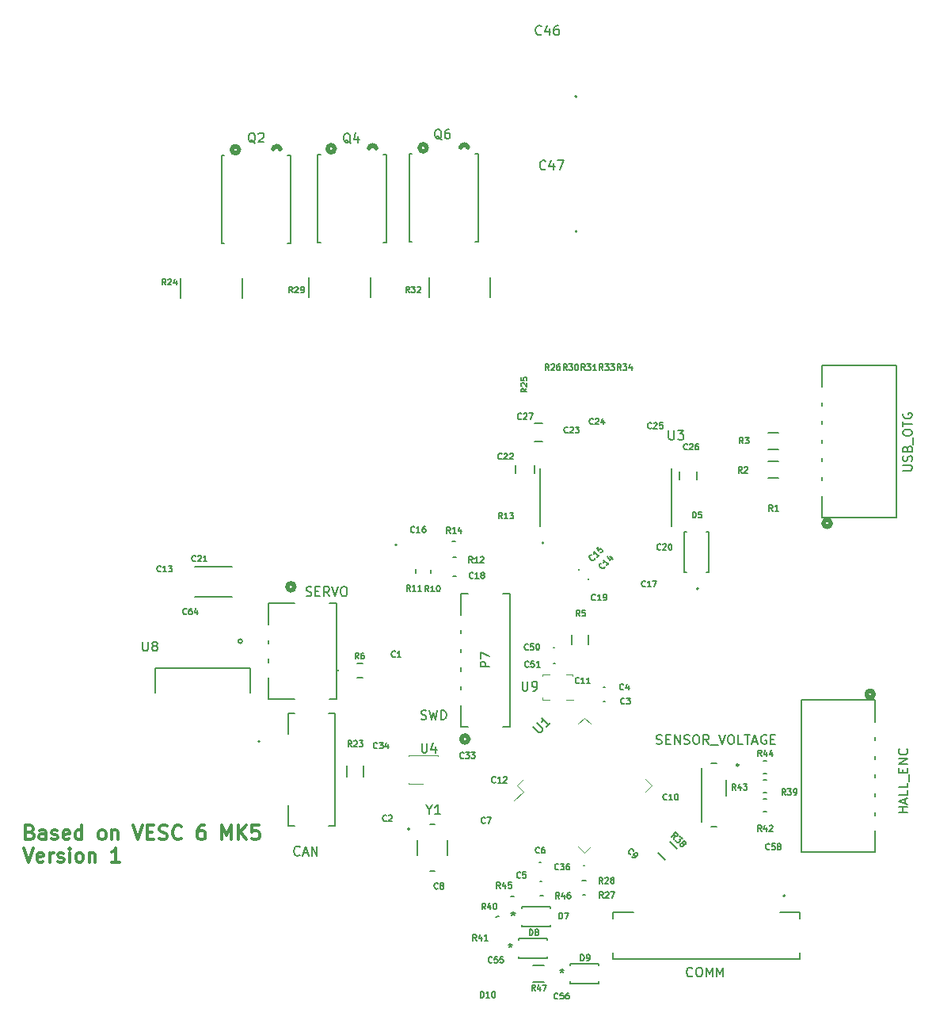
<source format=gbr>
%TF.GenerationSoftware,KiCad,Pcbnew,7.0.8*%
%TF.CreationDate,2023-12-22T14:09:36-07:00*%
%TF.ProjectId,VESC-6-MK5,56455343-2d36-42d4-9d4b-352e6b696361,rev?*%
%TF.SameCoordinates,Original*%
%TF.FileFunction,Legend,Top*%
%TF.FilePolarity,Positive*%
%FSLAX46Y46*%
G04 Gerber Fmt 4.6, Leading zero omitted, Abs format (unit mm)*
G04 Created by KiCad (PCBNEW 7.0.8) date 2023-12-22 14:09:36*
%MOMM*%
%LPD*%
G01*
G04 APERTURE LIST*
%ADD10C,0.150000*%
%ADD11C,0.300000*%
%ADD12C,0.152400*%
%ADD13C,0.203200*%
%ADD14C,0.177800*%
%ADD15C,0.127000*%
%ADD16C,0.200000*%
%ADD17C,0.120000*%
%ADD18C,0.508000*%
%ADD19C,0.100000*%
%ADD20C,0.250000*%
G04 APERTURE END LIST*
D10*
X196610000Y-141460000D02*
X196990000Y-141450000D01*
X192030000Y-103100000D02*
X192380000Y-103080000D01*
X201350000Y-137700000D02*
X201520000Y-137720000D01*
X205860000Y-137620000D02*
X206240000Y-137600000D01*
X188060000Y-104720000D02*
X188060000Y-104370000D01*
X198190000Y-139310000D02*
X198530000Y-139320000D01*
X191950000Y-101390000D02*
X192280000Y-101390000D01*
X189640000Y-104770000D02*
X189640000Y-104380000D01*
X208150000Y-118430000D02*
X208310000Y-118430000D01*
X201290000Y-135670000D02*
X201420000Y-135670000D01*
X205480000Y-104450000D02*
X205570000Y-104360000D01*
X205990000Y-136000000D02*
X206140000Y-136000000D01*
X202800000Y-112730000D02*
X202920000Y-112730000D01*
X192060000Y-105090000D02*
X192390000Y-105090000D01*
X208140000Y-116970000D02*
X208300000Y-116970000D01*
X202820000Y-114420000D02*
X203010000Y-114410000D01*
X206530000Y-105450000D02*
X206640000Y-105360000D01*
X205890000Y-139160000D02*
X206190000Y-139150000D01*
X201330000Y-139230000D02*
X201720000Y-139230000D01*
D11*
X146864510Y-132430114D02*
X147078796Y-132501542D01*
X147078796Y-132501542D02*
X147150225Y-132572971D01*
X147150225Y-132572971D02*
X147221653Y-132715828D01*
X147221653Y-132715828D02*
X147221653Y-132930114D01*
X147221653Y-132930114D02*
X147150225Y-133072971D01*
X147150225Y-133072971D02*
X147078796Y-133144400D01*
X147078796Y-133144400D02*
X146935939Y-133215828D01*
X146935939Y-133215828D02*
X146364510Y-133215828D01*
X146364510Y-133215828D02*
X146364510Y-131715828D01*
X146364510Y-131715828D02*
X146864510Y-131715828D01*
X146864510Y-131715828D02*
X147007368Y-131787257D01*
X147007368Y-131787257D02*
X147078796Y-131858685D01*
X147078796Y-131858685D02*
X147150225Y-132001542D01*
X147150225Y-132001542D02*
X147150225Y-132144400D01*
X147150225Y-132144400D02*
X147078796Y-132287257D01*
X147078796Y-132287257D02*
X147007368Y-132358685D01*
X147007368Y-132358685D02*
X146864510Y-132430114D01*
X146864510Y-132430114D02*
X146364510Y-132430114D01*
X148507368Y-133215828D02*
X148507368Y-132430114D01*
X148507368Y-132430114D02*
X148435939Y-132287257D01*
X148435939Y-132287257D02*
X148293082Y-132215828D01*
X148293082Y-132215828D02*
X148007368Y-132215828D01*
X148007368Y-132215828D02*
X147864510Y-132287257D01*
X148507368Y-133144400D02*
X148364510Y-133215828D01*
X148364510Y-133215828D02*
X148007368Y-133215828D01*
X148007368Y-133215828D02*
X147864510Y-133144400D01*
X147864510Y-133144400D02*
X147793082Y-133001542D01*
X147793082Y-133001542D02*
X147793082Y-132858685D01*
X147793082Y-132858685D02*
X147864510Y-132715828D01*
X147864510Y-132715828D02*
X148007368Y-132644400D01*
X148007368Y-132644400D02*
X148364510Y-132644400D01*
X148364510Y-132644400D02*
X148507368Y-132572971D01*
X149150225Y-133144400D02*
X149293082Y-133215828D01*
X149293082Y-133215828D02*
X149578796Y-133215828D01*
X149578796Y-133215828D02*
X149721653Y-133144400D01*
X149721653Y-133144400D02*
X149793082Y-133001542D01*
X149793082Y-133001542D02*
X149793082Y-132930114D01*
X149793082Y-132930114D02*
X149721653Y-132787257D01*
X149721653Y-132787257D02*
X149578796Y-132715828D01*
X149578796Y-132715828D02*
X149364511Y-132715828D01*
X149364511Y-132715828D02*
X149221653Y-132644400D01*
X149221653Y-132644400D02*
X149150225Y-132501542D01*
X149150225Y-132501542D02*
X149150225Y-132430114D01*
X149150225Y-132430114D02*
X149221653Y-132287257D01*
X149221653Y-132287257D02*
X149364511Y-132215828D01*
X149364511Y-132215828D02*
X149578796Y-132215828D01*
X149578796Y-132215828D02*
X149721653Y-132287257D01*
X151007368Y-133144400D02*
X150864511Y-133215828D01*
X150864511Y-133215828D02*
X150578797Y-133215828D01*
X150578797Y-133215828D02*
X150435939Y-133144400D01*
X150435939Y-133144400D02*
X150364511Y-133001542D01*
X150364511Y-133001542D02*
X150364511Y-132430114D01*
X150364511Y-132430114D02*
X150435939Y-132287257D01*
X150435939Y-132287257D02*
X150578797Y-132215828D01*
X150578797Y-132215828D02*
X150864511Y-132215828D01*
X150864511Y-132215828D02*
X151007368Y-132287257D01*
X151007368Y-132287257D02*
X151078797Y-132430114D01*
X151078797Y-132430114D02*
X151078797Y-132572971D01*
X151078797Y-132572971D02*
X150364511Y-132715828D01*
X152364511Y-133215828D02*
X152364511Y-131715828D01*
X152364511Y-133144400D02*
X152221653Y-133215828D01*
X152221653Y-133215828D02*
X151935939Y-133215828D01*
X151935939Y-133215828D02*
X151793082Y-133144400D01*
X151793082Y-133144400D02*
X151721653Y-133072971D01*
X151721653Y-133072971D02*
X151650225Y-132930114D01*
X151650225Y-132930114D02*
X151650225Y-132501542D01*
X151650225Y-132501542D02*
X151721653Y-132358685D01*
X151721653Y-132358685D02*
X151793082Y-132287257D01*
X151793082Y-132287257D02*
X151935939Y-132215828D01*
X151935939Y-132215828D02*
X152221653Y-132215828D01*
X152221653Y-132215828D02*
X152364511Y-132287257D01*
X154435939Y-133215828D02*
X154293082Y-133144400D01*
X154293082Y-133144400D02*
X154221653Y-133072971D01*
X154221653Y-133072971D02*
X154150225Y-132930114D01*
X154150225Y-132930114D02*
X154150225Y-132501542D01*
X154150225Y-132501542D02*
X154221653Y-132358685D01*
X154221653Y-132358685D02*
X154293082Y-132287257D01*
X154293082Y-132287257D02*
X154435939Y-132215828D01*
X154435939Y-132215828D02*
X154650225Y-132215828D01*
X154650225Y-132215828D02*
X154793082Y-132287257D01*
X154793082Y-132287257D02*
X154864511Y-132358685D01*
X154864511Y-132358685D02*
X154935939Y-132501542D01*
X154935939Y-132501542D02*
X154935939Y-132930114D01*
X154935939Y-132930114D02*
X154864511Y-133072971D01*
X154864511Y-133072971D02*
X154793082Y-133144400D01*
X154793082Y-133144400D02*
X154650225Y-133215828D01*
X154650225Y-133215828D02*
X154435939Y-133215828D01*
X155578796Y-132215828D02*
X155578796Y-133215828D01*
X155578796Y-132358685D02*
X155650225Y-132287257D01*
X155650225Y-132287257D02*
X155793082Y-132215828D01*
X155793082Y-132215828D02*
X156007368Y-132215828D01*
X156007368Y-132215828D02*
X156150225Y-132287257D01*
X156150225Y-132287257D02*
X156221654Y-132430114D01*
X156221654Y-132430114D02*
X156221654Y-133215828D01*
X157864511Y-131715828D02*
X158364511Y-133215828D01*
X158364511Y-133215828D02*
X158864511Y-131715828D01*
X159364510Y-132430114D02*
X159864510Y-132430114D01*
X160078796Y-133215828D02*
X159364510Y-133215828D01*
X159364510Y-133215828D02*
X159364510Y-131715828D01*
X159364510Y-131715828D02*
X160078796Y-131715828D01*
X160650225Y-133144400D02*
X160864511Y-133215828D01*
X160864511Y-133215828D02*
X161221653Y-133215828D01*
X161221653Y-133215828D02*
X161364511Y-133144400D01*
X161364511Y-133144400D02*
X161435939Y-133072971D01*
X161435939Y-133072971D02*
X161507368Y-132930114D01*
X161507368Y-132930114D02*
X161507368Y-132787257D01*
X161507368Y-132787257D02*
X161435939Y-132644400D01*
X161435939Y-132644400D02*
X161364511Y-132572971D01*
X161364511Y-132572971D02*
X161221653Y-132501542D01*
X161221653Y-132501542D02*
X160935939Y-132430114D01*
X160935939Y-132430114D02*
X160793082Y-132358685D01*
X160793082Y-132358685D02*
X160721653Y-132287257D01*
X160721653Y-132287257D02*
X160650225Y-132144400D01*
X160650225Y-132144400D02*
X160650225Y-132001542D01*
X160650225Y-132001542D02*
X160721653Y-131858685D01*
X160721653Y-131858685D02*
X160793082Y-131787257D01*
X160793082Y-131787257D02*
X160935939Y-131715828D01*
X160935939Y-131715828D02*
X161293082Y-131715828D01*
X161293082Y-131715828D02*
X161507368Y-131787257D01*
X163007367Y-133072971D02*
X162935939Y-133144400D01*
X162935939Y-133144400D02*
X162721653Y-133215828D01*
X162721653Y-133215828D02*
X162578796Y-133215828D01*
X162578796Y-133215828D02*
X162364510Y-133144400D01*
X162364510Y-133144400D02*
X162221653Y-133001542D01*
X162221653Y-133001542D02*
X162150224Y-132858685D01*
X162150224Y-132858685D02*
X162078796Y-132572971D01*
X162078796Y-132572971D02*
X162078796Y-132358685D01*
X162078796Y-132358685D02*
X162150224Y-132072971D01*
X162150224Y-132072971D02*
X162221653Y-131930114D01*
X162221653Y-131930114D02*
X162364510Y-131787257D01*
X162364510Y-131787257D02*
X162578796Y-131715828D01*
X162578796Y-131715828D02*
X162721653Y-131715828D01*
X162721653Y-131715828D02*
X162935939Y-131787257D01*
X162935939Y-131787257D02*
X163007367Y-131858685D01*
X165435939Y-131715828D02*
X165150224Y-131715828D01*
X165150224Y-131715828D02*
X165007367Y-131787257D01*
X165007367Y-131787257D02*
X164935939Y-131858685D01*
X164935939Y-131858685D02*
X164793081Y-132072971D01*
X164793081Y-132072971D02*
X164721653Y-132358685D01*
X164721653Y-132358685D02*
X164721653Y-132930114D01*
X164721653Y-132930114D02*
X164793081Y-133072971D01*
X164793081Y-133072971D02*
X164864510Y-133144400D01*
X164864510Y-133144400D02*
X165007367Y-133215828D01*
X165007367Y-133215828D02*
X165293081Y-133215828D01*
X165293081Y-133215828D02*
X165435939Y-133144400D01*
X165435939Y-133144400D02*
X165507367Y-133072971D01*
X165507367Y-133072971D02*
X165578796Y-132930114D01*
X165578796Y-132930114D02*
X165578796Y-132572971D01*
X165578796Y-132572971D02*
X165507367Y-132430114D01*
X165507367Y-132430114D02*
X165435939Y-132358685D01*
X165435939Y-132358685D02*
X165293081Y-132287257D01*
X165293081Y-132287257D02*
X165007367Y-132287257D01*
X165007367Y-132287257D02*
X164864510Y-132358685D01*
X164864510Y-132358685D02*
X164793081Y-132430114D01*
X164793081Y-132430114D02*
X164721653Y-132572971D01*
X167364509Y-133215828D02*
X167364509Y-131715828D01*
X167364509Y-131715828D02*
X167864509Y-132787257D01*
X167864509Y-132787257D02*
X168364509Y-131715828D01*
X168364509Y-131715828D02*
X168364509Y-133215828D01*
X169078795Y-133215828D02*
X169078795Y-131715828D01*
X169935938Y-133215828D02*
X169293081Y-132358685D01*
X169935938Y-131715828D02*
X169078795Y-132572971D01*
X171293081Y-131715828D02*
X170578795Y-131715828D01*
X170578795Y-131715828D02*
X170507367Y-132430114D01*
X170507367Y-132430114D02*
X170578795Y-132358685D01*
X170578795Y-132358685D02*
X170721653Y-132287257D01*
X170721653Y-132287257D02*
X171078795Y-132287257D01*
X171078795Y-132287257D02*
X171221653Y-132358685D01*
X171221653Y-132358685D02*
X171293081Y-132430114D01*
X171293081Y-132430114D02*
X171364510Y-132572971D01*
X171364510Y-132572971D02*
X171364510Y-132930114D01*
X171364510Y-132930114D02*
X171293081Y-133072971D01*
X171293081Y-133072971D02*
X171221653Y-133144400D01*
X171221653Y-133144400D02*
X171078795Y-133215828D01*
X171078795Y-133215828D02*
X170721653Y-133215828D01*
X170721653Y-133215828D02*
X170578795Y-133144400D01*
X170578795Y-133144400D02*
X170507367Y-133072971D01*
X146150225Y-134130828D02*
X146650225Y-135630828D01*
X146650225Y-135630828D02*
X147150225Y-134130828D01*
X148221653Y-135559400D02*
X148078796Y-135630828D01*
X148078796Y-135630828D02*
X147793082Y-135630828D01*
X147793082Y-135630828D02*
X147650224Y-135559400D01*
X147650224Y-135559400D02*
X147578796Y-135416542D01*
X147578796Y-135416542D02*
X147578796Y-134845114D01*
X147578796Y-134845114D02*
X147650224Y-134702257D01*
X147650224Y-134702257D02*
X147793082Y-134630828D01*
X147793082Y-134630828D02*
X148078796Y-134630828D01*
X148078796Y-134630828D02*
X148221653Y-134702257D01*
X148221653Y-134702257D02*
X148293082Y-134845114D01*
X148293082Y-134845114D02*
X148293082Y-134987971D01*
X148293082Y-134987971D02*
X147578796Y-135130828D01*
X148935938Y-135630828D02*
X148935938Y-134630828D01*
X148935938Y-134916542D02*
X149007367Y-134773685D01*
X149007367Y-134773685D02*
X149078796Y-134702257D01*
X149078796Y-134702257D02*
X149221653Y-134630828D01*
X149221653Y-134630828D02*
X149364510Y-134630828D01*
X149793081Y-135559400D02*
X149935938Y-135630828D01*
X149935938Y-135630828D02*
X150221652Y-135630828D01*
X150221652Y-135630828D02*
X150364509Y-135559400D01*
X150364509Y-135559400D02*
X150435938Y-135416542D01*
X150435938Y-135416542D02*
X150435938Y-135345114D01*
X150435938Y-135345114D02*
X150364509Y-135202257D01*
X150364509Y-135202257D02*
X150221652Y-135130828D01*
X150221652Y-135130828D02*
X150007367Y-135130828D01*
X150007367Y-135130828D02*
X149864509Y-135059400D01*
X149864509Y-135059400D02*
X149793081Y-134916542D01*
X149793081Y-134916542D02*
X149793081Y-134845114D01*
X149793081Y-134845114D02*
X149864509Y-134702257D01*
X149864509Y-134702257D02*
X150007367Y-134630828D01*
X150007367Y-134630828D02*
X150221652Y-134630828D01*
X150221652Y-134630828D02*
X150364509Y-134702257D01*
X151078795Y-135630828D02*
X151078795Y-134630828D01*
X151078795Y-134130828D02*
X151007367Y-134202257D01*
X151007367Y-134202257D02*
X151078795Y-134273685D01*
X151078795Y-134273685D02*
X151150224Y-134202257D01*
X151150224Y-134202257D02*
X151078795Y-134130828D01*
X151078795Y-134130828D02*
X151078795Y-134273685D01*
X152007367Y-135630828D02*
X151864510Y-135559400D01*
X151864510Y-135559400D02*
X151793081Y-135487971D01*
X151793081Y-135487971D02*
X151721653Y-135345114D01*
X151721653Y-135345114D02*
X151721653Y-134916542D01*
X151721653Y-134916542D02*
X151793081Y-134773685D01*
X151793081Y-134773685D02*
X151864510Y-134702257D01*
X151864510Y-134702257D02*
X152007367Y-134630828D01*
X152007367Y-134630828D02*
X152221653Y-134630828D01*
X152221653Y-134630828D02*
X152364510Y-134702257D01*
X152364510Y-134702257D02*
X152435939Y-134773685D01*
X152435939Y-134773685D02*
X152507367Y-134916542D01*
X152507367Y-134916542D02*
X152507367Y-135345114D01*
X152507367Y-135345114D02*
X152435939Y-135487971D01*
X152435939Y-135487971D02*
X152364510Y-135559400D01*
X152364510Y-135559400D02*
X152221653Y-135630828D01*
X152221653Y-135630828D02*
X152007367Y-135630828D01*
X153150224Y-134630828D02*
X153150224Y-135630828D01*
X153150224Y-134773685D02*
X153221653Y-134702257D01*
X153221653Y-134702257D02*
X153364510Y-134630828D01*
X153364510Y-134630828D02*
X153578796Y-134630828D01*
X153578796Y-134630828D02*
X153721653Y-134702257D01*
X153721653Y-134702257D02*
X153793082Y-134845114D01*
X153793082Y-134845114D02*
X153793082Y-135630828D01*
X156435939Y-135630828D02*
X155578796Y-135630828D01*
X156007367Y-135630828D02*
X156007367Y-134130828D01*
X156007367Y-134130828D02*
X155864510Y-134345114D01*
X155864510Y-134345114D02*
X155721653Y-134487971D01*
X155721653Y-134487971D02*
X155578796Y-134559400D01*
D12*
X197311785Y-98930838D02*
X197100118Y-98628457D01*
X196948928Y-98930838D02*
X196948928Y-98295838D01*
X196948928Y-98295838D02*
X197190833Y-98295838D01*
X197190833Y-98295838D02*
X197251309Y-98326076D01*
X197251309Y-98326076D02*
X197281547Y-98356314D01*
X197281547Y-98356314D02*
X197311785Y-98416790D01*
X197311785Y-98416790D02*
X197311785Y-98507504D01*
X197311785Y-98507504D02*
X197281547Y-98567980D01*
X197281547Y-98567980D02*
X197251309Y-98598219D01*
X197251309Y-98598219D02*
X197190833Y-98628457D01*
X197190833Y-98628457D02*
X196948928Y-98628457D01*
X197916547Y-98930838D02*
X197553690Y-98930838D01*
X197735118Y-98930838D02*
X197735118Y-98295838D01*
X197735118Y-98295838D02*
X197674642Y-98386552D01*
X197674642Y-98386552D02*
X197614166Y-98447028D01*
X197614166Y-98447028D02*
X197553690Y-98477266D01*
X198128214Y-98295838D02*
X198521309Y-98295838D01*
X198521309Y-98295838D02*
X198309642Y-98537742D01*
X198309642Y-98537742D02*
X198400357Y-98537742D01*
X198400357Y-98537742D02*
X198460833Y-98567980D01*
X198460833Y-98567980D02*
X198491071Y-98598219D01*
X198491071Y-98598219D02*
X198521309Y-98658695D01*
X198521309Y-98658695D02*
X198521309Y-98809885D01*
X198521309Y-98809885D02*
X198491071Y-98870361D01*
X198491071Y-98870361D02*
X198460833Y-98900600D01*
X198460833Y-98900600D02*
X198400357Y-98930838D01*
X198400357Y-98930838D02*
X198218928Y-98930838D01*
X198218928Y-98930838D02*
X198158452Y-98900600D01*
X198158452Y-98900600D02*
X198128214Y-98870361D01*
X226224768Y-98131838D02*
X226013101Y-97829457D01*
X225861911Y-98131838D02*
X225861911Y-97496838D01*
X225861911Y-97496838D02*
X226103816Y-97496838D01*
X226103816Y-97496838D02*
X226164292Y-97527076D01*
X226164292Y-97527076D02*
X226194530Y-97557314D01*
X226194530Y-97557314D02*
X226224768Y-97617790D01*
X226224768Y-97617790D02*
X226224768Y-97708504D01*
X226224768Y-97708504D02*
X226194530Y-97768980D01*
X226194530Y-97768980D02*
X226164292Y-97799219D01*
X226164292Y-97799219D02*
X226103816Y-97829457D01*
X226103816Y-97829457D02*
X225861911Y-97829457D01*
X226829530Y-98131838D02*
X226466673Y-98131838D01*
X226648101Y-98131838D02*
X226648101Y-97496838D01*
X226648101Y-97496838D02*
X226587625Y-97587552D01*
X226587625Y-97587552D02*
X226527149Y-97648028D01*
X226527149Y-97648028D02*
X226466673Y-97678266D01*
X213271785Y-89255361D02*
X213241547Y-89285600D01*
X213241547Y-89285600D02*
X213150833Y-89315838D01*
X213150833Y-89315838D02*
X213090357Y-89315838D01*
X213090357Y-89315838D02*
X212999642Y-89285600D01*
X212999642Y-89285600D02*
X212939166Y-89225123D01*
X212939166Y-89225123D02*
X212908928Y-89164647D01*
X212908928Y-89164647D02*
X212878690Y-89043695D01*
X212878690Y-89043695D02*
X212878690Y-88952980D01*
X212878690Y-88952980D02*
X212908928Y-88832028D01*
X212908928Y-88832028D02*
X212939166Y-88771552D01*
X212939166Y-88771552D02*
X212999642Y-88711076D01*
X212999642Y-88711076D02*
X213090357Y-88680838D01*
X213090357Y-88680838D02*
X213150833Y-88680838D01*
X213150833Y-88680838D02*
X213241547Y-88711076D01*
X213241547Y-88711076D02*
X213271785Y-88741314D01*
X213513690Y-88741314D02*
X213543928Y-88711076D01*
X213543928Y-88711076D02*
X213604404Y-88680838D01*
X213604404Y-88680838D02*
X213755595Y-88680838D01*
X213755595Y-88680838D02*
X213816071Y-88711076D01*
X213816071Y-88711076D02*
X213846309Y-88741314D01*
X213846309Y-88741314D02*
X213876547Y-88801790D01*
X213876547Y-88801790D02*
X213876547Y-88862266D01*
X213876547Y-88862266D02*
X213846309Y-88952980D01*
X213846309Y-88952980D02*
X213483452Y-89315838D01*
X213483452Y-89315838D02*
X213876547Y-89315838D01*
X214451071Y-88680838D02*
X214148690Y-88680838D01*
X214148690Y-88680838D02*
X214118452Y-88983219D01*
X214118452Y-88983219D02*
X214148690Y-88952980D01*
X214148690Y-88952980D02*
X214209166Y-88922742D01*
X214209166Y-88922742D02*
X214360357Y-88922742D01*
X214360357Y-88922742D02*
X214420833Y-88952980D01*
X214420833Y-88952980D02*
X214451071Y-88983219D01*
X214451071Y-88983219D02*
X214481309Y-89043695D01*
X214481309Y-89043695D02*
X214481309Y-89194885D01*
X214481309Y-89194885D02*
X214451071Y-89255361D01*
X214451071Y-89255361D02*
X214420833Y-89285600D01*
X214420833Y-89285600D02*
X214360357Y-89315838D01*
X214360357Y-89315838D02*
X214209166Y-89315838D01*
X214209166Y-89315838D02*
X214148690Y-89285600D01*
X214148690Y-89285600D02*
X214118452Y-89255361D01*
X212601785Y-106155361D02*
X212571547Y-106185600D01*
X212571547Y-106185600D02*
X212480833Y-106215838D01*
X212480833Y-106215838D02*
X212420357Y-106215838D01*
X212420357Y-106215838D02*
X212329642Y-106185600D01*
X212329642Y-106185600D02*
X212269166Y-106125123D01*
X212269166Y-106125123D02*
X212238928Y-106064647D01*
X212238928Y-106064647D02*
X212208690Y-105943695D01*
X212208690Y-105943695D02*
X212208690Y-105852980D01*
X212208690Y-105852980D02*
X212238928Y-105732028D01*
X212238928Y-105732028D02*
X212269166Y-105671552D01*
X212269166Y-105671552D02*
X212329642Y-105611076D01*
X212329642Y-105611076D02*
X212420357Y-105580838D01*
X212420357Y-105580838D02*
X212480833Y-105580838D01*
X212480833Y-105580838D02*
X212571547Y-105611076D01*
X212571547Y-105611076D02*
X212601785Y-105641314D01*
X213206547Y-106215838D02*
X212843690Y-106215838D01*
X213025118Y-106215838D02*
X213025118Y-105580838D01*
X213025118Y-105580838D02*
X212964642Y-105671552D01*
X212964642Y-105671552D02*
X212904166Y-105732028D01*
X212904166Y-105732028D02*
X212843690Y-105762266D01*
X213418214Y-105580838D02*
X213841547Y-105580838D01*
X213841547Y-105580838D02*
X213569404Y-106215838D01*
X207211659Y-103181976D02*
X207211659Y-103224739D01*
X207211659Y-103224739D02*
X207168896Y-103310265D01*
X207168896Y-103310265D02*
X207126133Y-103353028D01*
X207126133Y-103353028D02*
X207040607Y-103395791D01*
X207040607Y-103395791D02*
X206955081Y-103395791D01*
X206955081Y-103395791D02*
X206890936Y-103374410D01*
X206890936Y-103374410D02*
X206784028Y-103310265D01*
X206784028Y-103310265D02*
X206719883Y-103246120D01*
X206719883Y-103246120D02*
X206655739Y-103139212D01*
X206655739Y-103139212D02*
X206634357Y-103075068D01*
X206634357Y-103075068D02*
X206634357Y-102989542D01*
X206634357Y-102989542D02*
X206677120Y-102904015D01*
X206677120Y-102904015D02*
X206719883Y-102861252D01*
X206719883Y-102861252D02*
X206805410Y-102818489D01*
X206805410Y-102818489D02*
X206848173Y-102818489D01*
X207682054Y-102797107D02*
X207425475Y-103053686D01*
X207553764Y-102925397D02*
X207104751Y-102476384D01*
X207104751Y-102476384D02*
X207126133Y-102583292D01*
X207126133Y-102583292D02*
X207126133Y-102668818D01*
X207126133Y-102668818D02*
X207104751Y-102732963D01*
X207639291Y-101941845D02*
X207425475Y-102155661D01*
X207425475Y-102155661D02*
X207617909Y-102390858D01*
X207617909Y-102390858D02*
X207617909Y-102348095D01*
X207617909Y-102348095D02*
X207639291Y-102283950D01*
X207639291Y-102283950D02*
X207746198Y-102177042D01*
X207746198Y-102177042D02*
X207810343Y-102155661D01*
X207810343Y-102155661D02*
X207853106Y-102155661D01*
X207853106Y-102155661D02*
X207917251Y-102177042D01*
X207917251Y-102177042D02*
X208024159Y-102283950D01*
X208024159Y-102283950D02*
X208045540Y-102348095D01*
X208045540Y-102348095D02*
X208045540Y-102390858D01*
X208045540Y-102390858D02*
X208024159Y-102455002D01*
X208024159Y-102455002D02*
X207917251Y-102561910D01*
X207917251Y-102561910D02*
X207853106Y-102583292D01*
X207853106Y-102583292D02*
X207810343Y-102583292D01*
X193191785Y-124495361D02*
X193161547Y-124525600D01*
X193161547Y-124525600D02*
X193070833Y-124555838D01*
X193070833Y-124555838D02*
X193010357Y-124555838D01*
X193010357Y-124555838D02*
X192919642Y-124525600D01*
X192919642Y-124525600D02*
X192859166Y-124465123D01*
X192859166Y-124465123D02*
X192828928Y-124404647D01*
X192828928Y-124404647D02*
X192798690Y-124283695D01*
X192798690Y-124283695D02*
X192798690Y-124192980D01*
X192798690Y-124192980D02*
X192828928Y-124072028D01*
X192828928Y-124072028D02*
X192859166Y-124011552D01*
X192859166Y-124011552D02*
X192919642Y-123951076D01*
X192919642Y-123951076D02*
X193010357Y-123920838D01*
X193010357Y-123920838D02*
X193070833Y-123920838D01*
X193070833Y-123920838D02*
X193161547Y-123951076D01*
X193161547Y-123951076D02*
X193191785Y-123981314D01*
X193403452Y-123920838D02*
X193796547Y-123920838D01*
X193796547Y-123920838D02*
X193584880Y-124162742D01*
X193584880Y-124162742D02*
X193675595Y-124162742D01*
X193675595Y-124162742D02*
X193736071Y-124192980D01*
X193736071Y-124192980D02*
X193766309Y-124223219D01*
X193766309Y-124223219D02*
X193796547Y-124283695D01*
X193796547Y-124283695D02*
X193796547Y-124434885D01*
X193796547Y-124434885D02*
X193766309Y-124495361D01*
X193766309Y-124495361D02*
X193736071Y-124525600D01*
X193736071Y-124525600D02*
X193675595Y-124555838D01*
X193675595Y-124555838D02*
X193494166Y-124555838D01*
X193494166Y-124555838D02*
X193433690Y-124525600D01*
X193433690Y-124525600D02*
X193403452Y-124495361D01*
X194008214Y-123920838D02*
X194401309Y-123920838D01*
X194401309Y-123920838D02*
X194189642Y-124162742D01*
X194189642Y-124162742D02*
X194280357Y-124162742D01*
X194280357Y-124162742D02*
X194340833Y-124192980D01*
X194340833Y-124192980D02*
X194371071Y-124223219D01*
X194371071Y-124223219D02*
X194401309Y-124283695D01*
X194401309Y-124283695D02*
X194401309Y-124434885D01*
X194401309Y-124434885D02*
X194371071Y-124495361D01*
X194371071Y-124495361D02*
X194340833Y-124525600D01*
X194340833Y-124525600D02*
X194280357Y-124555838D01*
X194280357Y-124555838D02*
X194098928Y-124555838D01*
X194098928Y-124555838D02*
X194038452Y-124525600D01*
X194038452Y-124525600D02*
X194008214Y-124495361D01*
X208080285Y-83075838D02*
X207868618Y-82773457D01*
X207717428Y-83075838D02*
X207717428Y-82440838D01*
X207717428Y-82440838D02*
X207959333Y-82440838D01*
X207959333Y-82440838D02*
X208019809Y-82471076D01*
X208019809Y-82471076D02*
X208050047Y-82501314D01*
X208050047Y-82501314D02*
X208080285Y-82561790D01*
X208080285Y-82561790D02*
X208080285Y-82652504D01*
X208080285Y-82652504D02*
X208050047Y-82712980D01*
X208050047Y-82712980D02*
X208019809Y-82743219D01*
X208019809Y-82743219D02*
X207959333Y-82773457D01*
X207959333Y-82773457D02*
X207717428Y-82773457D01*
X208291952Y-82440838D02*
X208685047Y-82440838D01*
X208685047Y-82440838D02*
X208473380Y-82682742D01*
X208473380Y-82682742D02*
X208564095Y-82682742D01*
X208564095Y-82682742D02*
X208624571Y-82712980D01*
X208624571Y-82712980D02*
X208654809Y-82743219D01*
X208654809Y-82743219D02*
X208685047Y-82803695D01*
X208685047Y-82803695D02*
X208685047Y-82954885D01*
X208685047Y-82954885D02*
X208654809Y-83015361D01*
X208654809Y-83015361D02*
X208624571Y-83045600D01*
X208624571Y-83045600D02*
X208564095Y-83075838D01*
X208564095Y-83075838D02*
X208382666Y-83075838D01*
X208382666Y-83075838D02*
X208322190Y-83045600D01*
X208322190Y-83045600D02*
X208291952Y-83015361D01*
X208896714Y-82440838D02*
X209289809Y-82440838D01*
X209289809Y-82440838D02*
X209078142Y-82682742D01*
X209078142Y-82682742D02*
X209168857Y-82682742D01*
X209168857Y-82682742D02*
X209229333Y-82712980D01*
X209229333Y-82712980D02*
X209259571Y-82743219D01*
X209259571Y-82743219D02*
X209289809Y-82803695D01*
X209289809Y-82803695D02*
X209289809Y-82954885D01*
X209289809Y-82954885D02*
X209259571Y-83015361D01*
X209259571Y-83015361D02*
X209229333Y-83045600D01*
X209229333Y-83045600D02*
X209168857Y-83075838D01*
X209168857Y-83075838D02*
X208987428Y-83075838D01*
X208987428Y-83075838D02*
X208926952Y-83045600D01*
X208926952Y-83045600D02*
X208896714Y-83015361D01*
X163561785Y-109095361D02*
X163531547Y-109125600D01*
X163531547Y-109125600D02*
X163440833Y-109155838D01*
X163440833Y-109155838D02*
X163380357Y-109155838D01*
X163380357Y-109155838D02*
X163289642Y-109125600D01*
X163289642Y-109125600D02*
X163229166Y-109065123D01*
X163229166Y-109065123D02*
X163198928Y-109004647D01*
X163198928Y-109004647D02*
X163168690Y-108883695D01*
X163168690Y-108883695D02*
X163168690Y-108792980D01*
X163168690Y-108792980D02*
X163198928Y-108672028D01*
X163198928Y-108672028D02*
X163229166Y-108611552D01*
X163229166Y-108611552D02*
X163289642Y-108551076D01*
X163289642Y-108551076D02*
X163380357Y-108520838D01*
X163380357Y-108520838D02*
X163440833Y-108520838D01*
X163440833Y-108520838D02*
X163531547Y-108551076D01*
X163531547Y-108551076D02*
X163561785Y-108581314D01*
X164106071Y-108520838D02*
X163985118Y-108520838D01*
X163985118Y-108520838D02*
X163924642Y-108551076D01*
X163924642Y-108551076D02*
X163894404Y-108581314D01*
X163894404Y-108581314D02*
X163833928Y-108672028D01*
X163833928Y-108672028D02*
X163803690Y-108792980D01*
X163803690Y-108792980D02*
X163803690Y-109034885D01*
X163803690Y-109034885D02*
X163833928Y-109095361D01*
X163833928Y-109095361D02*
X163864166Y-109125600D01*
X163864166Y-109125600D02*
X163924642Y-109155838D01*
X163924642Y-109155838D02*
X164045595Y-109155838D01*
X164045595Y-109155838D02*
X164106071Y-109125600D01*
X164106071Y-109125600D02*
X164136309Y-109095361D01*
X164136309Y-109095361D02*
X164166547Y-109034885D01*
X164166547Y-109034885D02*
X164166547Y-108883695D01*
X164166547Y-108883695D02*
X164136309Y-108823219D01*
X164136309Y-108823219D02*
X164106071Y-108792980D01*
X164106071Y-108792980D02*
X164045595Y-108762742D01*
X164045595Y-108762742D02*
X163924642Y-108762742D01*
X163924642Y-108762742D02*
X163864166Y-108792980D01*
X163864166Y-108792980D02*
X163833928Y-108823219D01*
X163833928Y-108823219D02*
X163803690Y-108883695D01*
X164710833Y-108732504D02*
X164710833Y-109155838D01*
X164559642Y-108490600D02*
X164408452Y-108944171D01*
X164408452Y-108944171D02*
X164801547Y-108944171D01*
X185867166Y-113663361D02*
X185836928Y-113693600D01*
X185836928Y-113693600D02*
X185746214Y-113723838D01*
X185746214Y-113723838D02*
X185685738Y-113723838D01*
X185685738Y-113723838D02*
X185595023Y-113693600D01*
X185595023Y-113693600D02*
X185534547Y-113633123D01*
X185534547Y-113633123D02*
X185504309Y-113572647D01*
X185504309Y-113572647D02*
X185474071Y-113451695D01*
X185474071Y-113451695D02*
X185474071Y-113360980D01*
X185474071Y-113360980D02*
X185504309Y-113240028D01*
X185504309Y-113240028D02*
X185534547Y-113179552D01*
X185534547Y-113179552D02*
X185595023Y-113119076D01*
X185595023Y-113119076D02*
X185685738Y-113088838D01*
X185685738Y-113088838D02*
X185746214Y-113088838D01*
X185746214Y-113088838D02*
X185836928Y-113119076D01*
X185836928Y-113119076D02*
X185867166Y-113149314D01*
X186471928Y-113723838D02*
X186109071Y-113723838D01*
X186290499Y-113723838D02*
X186290499Y-113088838D01*
X186290499Y-113088838D02*
X186230023Y-113179552D01*
X186230023Y-113179552D02*
X186169547Y-113240028D01*
X186169547Y-113240028D02*
X186109071Y-113270266D01*
X199351785Y-88265361D02*
X199321547Y-88295600D01*
X199321547Y-88295600D02*
X199230833Y-88325838D01*
X199230833Y-88325838D02*
X199170357Y-88325838D01*
X199170357Y-88325838D02*
X199079642Y-88295600D01*
X199079642Y-88295600D02*
X199019166Y-88235123D01*
X199019166Y-88235123D02*
X198988928Y-88174647D01*
X198988928Y-88174647D02*
X198958690Y-88053695D01*
X198958690Y-88053695D02*
X198958690Y-87962980D01*
X198958690Y-87962980D02*
X198988928Y-87842028D01*
X198988928Y-87842028D02*
X199019166Y-87781552D01*
X199019166Y-87781552D02*
X199079642Y-87721076D01*
X199079642Y-87721076D02*
X199170357Y-87690838D01*
X199170357Y-87690838D02*
X199230833Y-87690838D01*
X199230833Y-87690838D02*
X199321547Y-87721076D01*
X199321547Y-87721076D02*
X199351785Y-87751314D01*
X199593690Y-87751314D02*
X199623928Y-87721076D01*
X199623928Y-87721076D02*
X199684404Y-87690838D01*
X199684404Y-87690838D02*
X199835595Y-87690838D01*
X199835595Y-87690838D02*
X199896071Y-87721076D01*
X199896071Y-87721076D02*
X199926309Y-87751314D01*
X199926309Y-87751314D02*
X199956547Y-87811790D01*
X199956547Y-87811790D02*
X199956547Y-87872266D01*
X199956547Y-87872266D02*
X199926309Y-87962980D01*
X199926309Y-87962980D02*
X199563452Y-88325838D01*
X199563452Y-88325838D02*
X199956547Y-88325838D01*
X200168214Y-87690838D02*
X200591547Y-87690838D01*
X200591547Y-87690838D02*
X200319404Y-88325838D01*
X181955266Y-113909138D02*
X181743599Y-113606757D01*
X181592409Y-113909138D02*
X181592409Y-113274138D01*
X181592409Y-113274138D02*
X181834314Y-113274138D01*
X181834314Y-113274138D02*
X181894790Y-113304376D01*
X181894790Y-113304376D02*
X181925028Y-113334614D01*
X181925028Y-113334614D02*
X181955266Y-113395090D01*
X181955266Y-113395090D02*
X181955266Y-113485804D01*
X181955266Y-113485804D02*
X181925028Y-113546280D01*
X181925028Y-113546280D02*
X181894790Y-113576519D01*
X181894790Y-113576519D02*
X181834314Y-113606757D01*
X181834314Y-113606757D02*
X181592409Y-113606757D01*
X182499552Y-113274138D02*
X182378599Y-113274138D01*
X182378599Y-113274138D02*
X182318123Y-113304376D01*
X182318123Y-113304376D02*
X182287885Y-113334614D01*
X182287885Y-113334614D02*
X182227409Y-113425328D01*
X182227409Y-113425328D02*
X182197171Y-113546280D01*
X182197171Y-113546280D02*
X182197171Y-113788185D01*
X182197171Y-113788185D02*
X182227409Y-113848661D01*
X182227409Y-113848661D02*
X182257647Y-113878900D01*
X182257647Y-113878900D02*
X182318123Y-113909138D01*
X182318123Y-113909138D02*
X182439076Y-113909138D01*
X182439076Y-113909138D02*
X182499552Y-113878900D01*
X182499552Y-113878900D02*
X182529790Y-113848661D01*
X182529790Y-113848661D02*
X182560028Y-113788185D01*
X182560028Y-113788185D02*
X182560028Y-113636995D01*
X182560028Y-113636995D02*
X182529790Y-113576519D01*
X182529790Y-113576519D02*
X182499552Y-113546280D01*
X182499552Y-113546280D02*
X182439076Y-113516042D01*
X182439076Y-113516042D02*
X182318123Y-113516042D01*
X182318123Y-113516042D02*
X182257647Y-113546280D01*
X182257647Y-113546280D02*
X182227409Y-113576519D01*
X182227409Y-113576519D02*
X182197171Y-113636995D01*
X200837785Y-149375838D02*
X200626118Y-149073457D01*
X200474928Y-149375838D02*
X200474928Y-148740838D01*
X200474928Y-148740838D02*
X200716833Y-148740838D01*
X200716833Y-148740838D02*
X200777309Y-148771076D01*
X200777309Y-148771076D02*
X200807547Y-148801314D01*
X200807547Y-148801314D02*
X200837785Y-148861790D01*
X200837785Y-148861790D02*
X200837785Y-148952504D01*
X200837785Y-148952504D02*
X200807547Y-149012980D01*
X200807547Y-149012980D02*
X200777309Y-149043219D01*
X200777309Y-149043219D02*
X200716833Y-149073457D01*
X200716833Y-149073457D02*
X200474928Y-149073457D01*
X201382071Y-148952504D02*
X201382071Y-149375838D01*
X201230880Y-148710600D02*
X201079690Y-149164171D01*
X201079690Y-149164171D02*
X201472785Y-149164171D01*
X201654214Y-148740838D02*
X202077547Y-148740838D01*
X202077547Y-148740838D02*
X201805404Y-149375838D01*
D13*
X215108944Y-89486243D02*
X215108944Y-90308720D01*
X215108944Y-90308720D02*
X215157325Y-90405482D01*
X215157325Y-90405482D02*
X215205706Y-90453863D01*
X215205706Y-90453863D02*
X215302468Y-90502243D01*
X215302468Y-90502243D02*
X215495992Y-90502243D01*
X215495992Y-90502243D02*
X215592754Y-90453863D01*
X215592754Y-90453863D02*
X215641135Y-90405482D01*
X215641135Y-90405482D02*
X215689516Y-90308720D01*
X215689516Y-90308720D02*
X215689516Y-89486243D01*
X216076563Y-89486243D02*
X216705516Y-89486243D01*
X216705516Y-89486243D02*
X216366849Y-89873291D01*
X216366849Y-89873291D02*
X216511992Y-89873291D01*
X216511992Y-89873291D02*
X216608754Y-89921672D01*
X216608754Y-89921672D02*
X216657135Y-89970053D01*
X216657135Y-89970053D02*
X216705516Y-90066815D01*
X216705516Y-90066815D02*
X216705516Y-90308720D01*
X216705516Y-90308720D02*
X216657135Y-90405482D01*
X216657135Y-90405482D02*
X216608754Y-90453863D01*
X216608754Y-90453863D02*
X216511992Y-90502243D01*
X216511992Y-90502243D02*
X216221706Y-90502243D01*
X216221706Y-90502243D02*
X216124944Y-90453863D01*
X216124944Y-90453863D02*
X216076563Y-90405482D01*
D12*
X196591785Y-127095361D02*
X196561547Y-127125600D01*
X196561547Y-127125600D02*
X196470833Y-127155838D01*
X196470833Y-127155838D02*
X196410357Y-127155838D01*
X196410357Y-127155838D02*
X196319642Y-127125600D01*
X196319642Y-127125600D02*
X196259166Y-127065123D01*
X196259166Y-127065123D02*
X196228928Y-127004647D01*
X196228928Y-127004647D02*
X196198690Y-126883695D01*
X196198690Y-126883695D02*
X196198690Y-126792980D01*
X196198690Y-126792980D02*
X196228928Y-126672028D01*
X196228928Y-126672028D02*
X196259166Y-126611552D01*
X196259166Y-126611552D02*
X196319642Y-126551076D01*
X196319642Y-126551076D02*
X196410357Y-126520838D01*
X196410357Y-126520838D02*
X196470833Y-126520838D01*
X196470833Y-126520838D02*
X196561547Y-126551076D01*
X196561547Y-126551076D02*
X196591785Y-126581314D01*
X197196547Y-127155838D02*
X196833690Y-127155838D01*
X197015118Y-127155838D02*
X197015118Y-126520838D01*
X197015118Y-126520838D02*
X196954642Y-126611552D01*
X196954642Y-126611552D02*
X196894166Y-126672028D01*
X196894166Y-126672028D02*
X196833690Y-126702266D01*
X197438452Y-126581314D02*
X197468690Y-126551076D01*
X197468690Y-126551076D02*
X197529166Y-126520838D01*
X197529166Y-126520838D02*
X197680357Y-126520838D01*
X197680357Y-126520838D02*
X197740833Y-126551076D01*
X197740833Y-126551076D02*
X197771071Y-126581314D01*
X197771071Y-126581314D02*
X197801309Y-126641790D01*
X197801309Y-126641790D02*
X197801309Y-126702266D01*
X197801309Y-126702266D02*
X197771071Y-126792980D01*
X197771071Y-126792980D02*
X197408214Y-127155838D01*
X197408214Y-127155838D02*
X197801309Y-127155838D01*
X205718909Y-146149338D02*
X205718909Y-145514338D01*
X205718909Y-145514338D02*
X205870099Y-145514338D01*
X205870099Y-145514338D02*
X205960814Y-145544576D01*
X205960814Y-145544576D02*
X206021290Y-145605052D01*
X206021290Y-145605052D02*
X206051528Y-145665528D01*
X206051528Y-145665528D02*
X206081766Y-145786480D01*
X206081766Y-145786480D02*
X206081766Y-145877195D01*
X206081766Y-145877195D02*
X206051528Y-145998147D01*
X206051528Y-145998147D02*
X206021290Y-146058623D01*
X206021290Y-146058623D02*
X205960814Y-146119100D01*
X205960814Y-146119100D02*
X205870099Y-146149338D01*
X205870099Y-146149338D02*
X205718909Y-146149338D01*
X206384147Y-146149338D02*
X206505099Y-146149338D01*
X206505099Y-146149338D02*
X206565576Y-146119100D01*
X206565576Y-146119100D02*
X206595814Y-146088861D01*
X206595814Y-146088861D02*
X206656290Y-145998147D01*
X206656290Y-145998147D02*
X206686528Y-145877195D01*
X206686528Y-145877195D02*
X206686528Y-145635290D01*
X206686528Y-145635290D02*
X206656290Y-145574814D01*
X206656290Y-145574814D02*
X206626052Y-145544576D01*
X206626052Y-145544576D02*
X206565576Y-145514338D01*
X206565576Y-145514338D02*
X206444623Y-145514338D01*
X206444623Y-145514338D02*
X206384147Y-145544576D01*
X206384147Y-145544576D02*
X206353909Y-145574814D01*
X206353909Y-145574814D02*
X206323671Y-145635290D01*
X206323671Y-145635290D02*
X206323671Y-145786480D01*
X206323671Y-145786480D02*
X206353909Y-145846957D01*
X206353909Y-145846957D02*
X206384147Y-145877195D01*
X206384147Y-145877195D02*
X206444623Y-145907433D01*
X206444623Y-145907433D02*
X206565576Y-145907433D01*
X206565576Y-145907433D02*
X206626052Y-145877195D01*
X206626052Y-145877195D02*
X206656290Y-145846957D01*
X206656290Y-145846957D02*
X206686528Y-145786480D01*
D10*
X203689200Y-146988319D02*
X203689200Y-147226414D01*
X203451105Y-147131176D02*
X203689200Y-147226414D01*
X203689200Y-147226414D02*
X203927295Y-147131176D01*
X203546343Y-147416890D02*
X203689200Y-147226414D01*
X203689200Y-147226414D02*
X203832057Y-147416890D01*
X203689200Y-146988319D02*
X203689200Y-147226414D01*
X203451105Y-147131176D02*
X203689200Y-147226414D01*
X203689200Y-147226414D02*
X203927295Y-147131176D01*
X203546343Y-147416890D02*
X203689200Y-147226414D01*
X203689200Y-147226414D02*
X203832057Y-147416890D01*
D12*
X203321785Y-136375361D02*
X203291547Y-136405600D01*
X203291547Y-136405600D02*
X203200833Y-136435838D01*
X203200833Y-136435838D02*
X203140357Y-136435838D01*
X203140357Y-136435838D02*
X203049642Y-136405600D01*
X203049642Y-136405600D02*
X202989166Y-136345123D01*
X202989166Y-136345123D02*
X202958928Y-136284647D01*
X202958928Y-136284647D02*
X202928690Y-136163695D01*
X202928690Y-136163695D02*
X202928690Y-136072980D01*
X202928690Y-136072980D02*
X202958928Y-135952028D01*
X202958928Y-135952028D02*
X202989166Y-135891552D01*
X202989166Y-135891552D02*
X203049642Y-135831076D01*
X203049642Y-135831076D02*
X203140357Y-135800838D01*
X203140357Y-135800838D02*
X203200833Y-135800838D01*
X203200833Y-135800838D02*
X203291547Y-135831076D01*
X203291547Y-135831076D02*
X203321785Y-135861314D01*
X203533452Y-135800838D02*
X203926547Y-135800838D01*
X203926547Y-135800838D02*
X203714880Y-136042742D01*
X203714880Y-136042742D02*
X203805595Y-136042742D01*
X203805595Y-136042742D02*
X203866071Y-136072980D01*
X203866071Y-136072980D02*
X203896309Y-136103219D01*
X203896309Y-136103219D02*
X203926547Y-136163695D01*
X203926547Y-136163695D02*
X203926547Y-136314885D01*
X203926547Y-136314885D02*
X203896309Y-136375361D01*
X203896309Y-136375361D02*
X203866071Y-136405600D01*
X203866071Y-136405600D02*
X203805595Y-136435838D01*
X203805595Y-136435838D02*
X203624166Y-136435838D01*
X203624166Y-136435838D02*
X203563690Y-136405600D01*
X203563690Y-136405600D02*
X203533452Y-136375361D01*
X204470833Y-135800838D02*
X204349880Y-135800838D01*
X204349880Y-135800838D02*
X204289404Y-135831076D01*
X204289404Y-135831076D02*
X204259166Y-135861314D01*
X204259166Y-135861314D02*
X204198690Y-135952028D01*
X204198690Y-135952028D02*
X204168452Y-136072980D01*
X204168452Y-136072980D02*
X204168452Y-136314885D01*
X204168452Y-136314885D02*
X204198690Y-136375361D01*
X204198690Y-136375361D02*
X204228928Y-136405600D01*
X204228928Y-136405600D02*
X204289404Y-136435838D01*
X204289404Y-136435838D02*
X204410357Y-136435838D01*
X204410357Y-136435838D02*
X204470833Y-136405600D01*
X204470833Y-136405600D02*
X204501071Y-136375361D01*
X204501071Y-136375361D02*
X204531309Y-136314885D01*
X204531309Y-136314885D02*
X204531309Y-136163695D01*
X204531309Y-136163695D02*
X204501071Y-136103219D01*
X204501071Y-136103219D02*
X204470833Y-136072980D01*
X204470833Y-136072980D02*
X204410357Y-136042742D01*
X204410357Y-136042742D02*
X204289404Y-136042742D01*
X204289404Y-136042742D02*
X204228928Y-136072980D01*
X204228928Y-136072980D02*
X204198690Y-136103219D01*
X204198690Y-136103219D02*
X204168452Y-136163695D01*
D10*
X201947142Y-61584580D02*
X201899523Y-61632200D01*
X201899523Y-61632200D02*
X201756666Y-61679819D01*
X201756666Y-61679819D02*
X201661428Y-61679819D01*
X201661428Y-61679819D02*
X201518571Y-61632200D01*
X201518571Y-61632200D02*
X201423333Y-61536961D01*
X201423333Y-61536961D02*
X201375714Y-61441723D01*
X201375714Y-61441723D02*
X201328095Y-61251247D01*
X201328095Y-61251247D02*
X201328095Y-61108390D01*
X201328095Y-61108390D02*
X201375714Y-60917914D01*
X201375714Y-60917914D02*
X201423333Y-60822676D01*
X201423333Y-60822676D02*
X201518571Y-60727438D01*
X201518571Y-60727438D02*
X201661428Y-60679819D01*
X201661428Y-60679819D02*
X201756666Y-60679819D01*
X201756666Y-60679819D02*
X201899523Y-60727438D01*
X201899523Y-60727438D02*
X201947142Y-60775057D01*
X202804285Y-61013152D02*
X202804285Y-61679819D01*
X202566190Y-60632200D02*
X202328095Y-61346485D01*
X202328095Y-61346485D02*
X202947142Y-61346485D01*
X203232857Y-60679819D02*
X203899523Y-60679819D01*
X203899523Y-60679819D02*
X203470952Y-61679819D01*
D12*
X200218909Y-143443938D02*
X200218909Y-142808938D01*
X200218909Y-142808938D02*
X200370099Y-142808938D01*
X200370099Y-142808938D02*
X200460814Y-142839176D01*
X200460814Y-142839176D02*
X200521290Y-142899652D01*
X200521290Y-142899652D02*
X200551528Y-142960128D01*
X200551528Y-142960128D02*
X200581766Y-143081080D01*
X200581766Y-143081080D02*
X200581766Y-143171795D01*
X200581766Y-143171795D02*
X200551528Y-143292747D01*
X200551528Y-143292747D02*
X200521290Y-143353223D01*
X200521290Y-143353223D02*
X200460814Y-143413700D01*
X200460814Y-143413700D02*
X200370099Y-143443938D01*
X200370099Y-143443938D02*
X200218909Y-143443938D01*
X200944623Y-143081080D02*
X200884147Y-143050842D01*
X200884147Y-143050842D02*
X200853909Y-143020604D01*
X200853909Y-143020604D02*
X200823671Y-142960128D01*
X200823671Y-142960128D02*
X200823671Y-142929890D01*
X200823671Y-142929890D02*
X200853909Y-142869414D01*
X200853909Y-142869414D02*
X200884147Y-142839176D01*
X200884147Y-142839176D02*
X200944623Y-142808938D01*
X200944623Y-142808938D02*
X201065576Y-142808938D01*
X201065576Y-142808938D02*
X201126052Y-142839176D01*
X201126052Y-142839176D02*
X201156290Y-142869414D01*
X201156290Y-142869414D02*
X201186528Y-142929890D01*
X201186528Y-142929890D02*
X201186528Y-142960128D01*
X201186528Y-142960128D02*
X201156290Y-143020604D01*
X201156290Y-143020604D02*
X201126052Y-143050842D01*
X201126052Y-143050842D02*
X201065576Y-143081080D01*
X201065576Y-143081080D02*
X200944623Y-143081080D01*
X200944623Y-143081080D02*
X200884147Y-143111319D01*
X200884147Y-143111319D02*
X200853909Y-143141557D01*
X200853909Y-143141557D02*
X200823671Y-143202033D01*
X200823671Y-143202033D02*
X200823671Y-143322985D01*
X200823671Y-143322985D02*
X200853909Y-143383461D01*
X200853909Y-143383461D02*
X200884147Y-143413700D01*
X200884147Y-143413700D02*
X200944623Y-143443938D01*
X200944623Y-143443938D02*
X201065576Y-143443938D01*
X201065576Y-143443938D02*
X201126052Y-143413700D01*
X201126052Y-143413700D02*
X201156290Y-143383461D01*
X201156290Y-143383461D02*
X201186528Y-143322985D01*
X201186528Y-143322985D02*
X201186528Y-143202033D01*
X201186528Y-143202033D02*
X201156290Y-143141557D01*
X201156290Y-143141557D02*
X201126052Y-143111319D01*
X201126052Y-143111319D02*
X201065576Y-143081080D01*
D10*
X198179200Y-144302919D02*
X198179200Y-144541014D01*
X197941105Y-144445776D02*
X198179200Y-144541014D01*
X198179200Y-144541014D02*
X198417295Y-144445776D01*
X198036343Y-144731490D02*
X198179200Y-144541014D01*
X198179200Y-144541014D02*
X198322057Y-144731490D01*
X198179200Y-144302919D02*
X198179200Y-144541014D01*
X197941105Y-144445776D02*
X198179200Y-144541014D01*
X198179200Y-144541014D02*
X198417295Y-144445776D01*
X198036343Y-144731490D02*
X198179200Y-144541014D01*
X198179200Y-144541014D02*
X198322057Y-144731490D01*
X200628160Y-121155656D02*
X201200580Y-121728076D01*
X201200580Y-121728076D02*
X201301595Y-121761748D01*
X201301595Y-121761748D02*
X201368939Y-121761748D01*
X201368939Y-121761748D02*
X201469954Y-121728076D01*
X201469954Y-121728076D02*
X201604641Y-121593389D01*
X201604641Y-121593389D02*
X201638313Y-121492374D01*
X201638313Y-121492374D02*
X201638313Y-121425030D01*
X201638313Y-121425030D02*
X201604641Y-121324015D01*
X201604641Y-121324015D02*
X201032221Y-120751595D01*
X202446435Y-120751595D02*
X202042374Y-121155656D01*
X202244404Y-120953626D02*
X201537298Y-120246519D01*
X201537298Y-120246519D02*
X201570969Y-120414878D01*
X201570969Y-120414878D02*
X201570969Y-120549565D01*
X201570969Y-120549565D02*
X201537298Y-120650580D01*
D12*
X187388872Y-74784216D02*
X187177205Y-74481835D01*
X187026015Y-74784216D02*
X187026015Y-74149216D01*
X187026015Y-74149216D02*
X187267920Y-74149216D01*
X187267920Y-74149216D02*
X187328396Y-74179454D01*
X187328396Y-74179454D02*
X187358634Y-74209692D01*
X187358634Y-74209692D02*
X187388872Y-74270168D01*
X187388872Y-74270168D02*
X187388872Y-74360882D01*
X187388872Y-74360882D02*
X187358634Y-74421358D01*
X187358634Y-74421358D02*
X187328396Y-74451597D01*
X187328396Y-74451597D02*
X187267920Y-74481835D01*
X187267920Y-74481835D02*
X187026015Y-74481835D01*
X187600539Y-74149216D02*
X187993634Y-74149216D01*
X187993634Y-74149216D02*
X187781967Y-74391120D01*
X187781967Y-74391120D02*
X187872682Y-74391120D01*
X187872682Y-74391120D02*
X187933158Y-74421358D01*
X187933158Y-74421358D02*
X187963396Y-74451597D01*
X187963396Y-74451597D02*
X187993634Y-74512073D01*
X187993634Y-74512073D02*
X187993634Y-74663263D01*
X187993634Y-74663263D02*
X187963396Y-74723739D01*
X187963396Y-74723739D02*
X187933158Y-74753978D01*
X187933158Y-74753978D02*
X187872682Y-74784216D01*
X187872682Y-74784216D02*
X187691253Y-74784216D01*
X187691253Y-74784216D02*
X187630777Y-74753978D01*
X187630777Y-74753978D02*
X187600539Y-74723739D01*
X188235539Y-74209692D02*
X188265777Y-74179454D01*
X188265777Y-74179454D02*
X188326253Y-74149216D01*
X188326253Y-74149216D02*
X188477444Y-74149216D01*
X188477444Y-74149216D02*
X188537920Y-74179454D01*
X188537920Y-74179454D02*
X188568158Y-74209692D01*
X188568158Y-74209692D02*
X188598396Y-74270168D01*
X188598396Y-74270168D02*
X188598396Y-74330644D01*
X188598396Y-74330644D02*
X188568158Y-74421358D01*
X188568158Y-74421358D02*
X188205301Y-74784216D01*
X188205301Y-74784216D02*
X188598396Y-74784216D01*
X197267582Y-92535559D02*
X197237344Y-92565798D01*
X197237344Y-92565798D02*
X197146630Y-92596036D01*
X197146630Y-92596036D02*
X197086154Y-92596036D01*
X197086154Y-92596036D02*
X196995439Y-92565798D01*
X196995439Y-92565798D02*
X196934963Y-92505321D01*
X196934963Y-92505321D02*
X196904725Y-92444845D01*
X196904725Y-92444845D02*
X196874487Y-92323893D01*
X196874487Y-92323893D02*
X196874487Y-92233178D01*
X196874487Y-92233178D02*
X196904725Y-92112226D01*
X196904725Y-92112226D02*
X196934963Y-92051750D01*
X196934963Y-92051750D02*
X196995439Y-91991274D01*
X196995439Y-91991274D02*
X197086154Y-91961036D01*
X197086154Y-91961036D02*
X197146630Y-91961036D01*
X197146630Y-91961036D02*
X197237344Y-91991274D01*
X197237344Y-91991274D02*
X197267582Y-92021512D01*
X197509487Y-92021512D02*
X197539725Y-91991274D01*
X197539725Y-91991274D02*
X197600201Y-91961036D01*
X197600201Y-91961036D02*
X197751392Y-91961036D01*
X197751392Y-91961036D02*
X197811868Y-91991274D01*
X197811868Y-91991274D02*
X197842106Y-92021512D01*
X197842106Y-92021512D02*
X197872344Y-92081988D01*
X197872344Y-92081988D02*
X197872344Y-92142464D01*
X197872344Y-92142464D02*
X197842106Y-92233178D01*
X197842106Y-92233178D02*
X197479249Y-92596036D01*
X197479249Y-92596036D02*
X197872344Y-92596036D01*
X198114249Y-92021512D02*
X198144487Y-91991274D01*
X198144487Y-91991274D02*
X198204963Y-91961036D01*
X198204963Y-91961036D02*
X198356154Y-91961036D01*
X198356154Y-91961036D02*
X198416630Y-91991274D01*
X198416630Y-91991274D02*
X198446868Y-92021512D01*
X198446868Y-92021512D02*
X198477106Y-92081988D01*
X198477106Y-92081988D02*
X198477106Y-92142464D01*
X198477106Y-92142464D02*
X198446868Y-92233178D01*
X198446868Y-92233178D02*
X198084011Y-92596036D01*
X198084011Y-92596036D02*
X198477106Y-92596036D01*
X189456785Y-106725838D02*
X189245118Y-106423457D01*
X189093928Y-106725838D02*
X189093928Y-106090838D01*
X189093928Y-106090838D02*
X189335833Y-106090838D01*
X189335833Y-106090838D02*
X189396309Y-106121076D01*
X189396309Y-106121076D02*
X189426547Y-106151314D01*
X189426547Y-106151314D02*
X189456785Y-106211790D01*
X189456785Y-106211790D02*
X189456785Y-106302504D01*
X189456785Y-106302504D02*
X189426547Y-106362980D01*
X189426547Y-106362980D02*
X189396309Y-106393219D01*
X189396309Y-106393219D02*
X189335833Y-106423457D01*
X189335833Y-106423457D02*
X189093928Y-106423457D01*
X190061547Y-106725838D02*
X189698690Y-106725838D01*
X189880118Y-106725838D02*
X189880118Y-106090838D01*
X189880118Y-106090838D02*
X189819642Y-106181552D01*
X189819642Y-106181552D02*
X189759166Y-106242028D01*
X189759166Y-106242028D02*
X189698690Y-106272266D01*
X190454642Y-106090838D02*
X190515119Y-106090838D01*
X190515119Y-106090838D02*
X190575595Y-106121076D01*
X190575595Y-106121076D02*
X190605833Y-106151314D01*
X190605833Y-106151314D02*
X190636071Y-106211790D01*
X190636071Y-106211790D02*
X190666309Y-106332742D01*
X190666309Y-106332742D02*
X190666309Y-106483933D01*
X190666309Y-106483933D02*
X190636071Y-106604885D01*
X190636071Y-106604885D02*
X190605833Y-106665361D01*
X190605833Y-106665361D02*
X190575595Y-106695600D01*
X190575595Y-106695600D02*
X190515119Y-106725838D01*
X190515119Y-106725838D02*
X190454642Y-106725838D01*
X190454642Y-106725838D02*
X190394166Y-106695600D01*
X190394166Y-106695600D02*
X190363928Y-106665361D01*
X190363928Y-106665361D02*
X190333690Y-106604885D01*
X190333690Y-106604885D02*
X190303452Y-106483933D01*
X190303452Y-106483933D02*
X190303452Y-106332742D01*
X190303452Y-106332742D02*
X190333690Y-106211790D01*
X190333690Y-106211790D02*
X190363928Y-106151314D01*
X190363928Y-106151314D02*
X190394166Y-106121076D01*
X190394166Y-106121076D02*
X190454642Y-106090838D01*
X194989828Y-150100838D02*
X194989828Y-149465838D01*
X194989828Y-149465838D02*
X195141018Y-149465838D01*
X195141018Y-149465838D02*
X195231733Y-149496076D01*
X195231733Y-149496076D02*
X195292209Y-149556552D01*
X195292209Y-149556552D02*
X195322447Y-149617028D01*
X195322447Y-149617028D02*
X195352685Y-149737980D01*
X195352685Y-149737980D02*
X195352685Y-149828695D01*
X195352685Y-149828695D02*
X195322447Y-149949647D01*
X195322447Y-149949647D02*
X195292209Y-150010123D01*
X195292209Y-150010123D02*
X195231733Y-150070600D01*
X195231733Y-150070600D02*
X195141018Y-150100838D01*
X195141018Y-150100838D02*
X194989828Y-150100838D01*
X195957447Y-150100838D02*
X195594590Y-150100838D01*
X195776018Y-150100838D02*
X195776018Y-149465838D01*
X195776018Y-149465838D02*
X195715542Y-149556552D01*
X195715542Y-149556552D02*
X195655066Y-149617028D01*
X195655066Y-149617028D02*
X195594590Y-149647266D01*
X196350542Y-149465838D02*
X196411019Y-149465838D01*
X196411019Y-149465838D02*
X196471495Y-149496076D01*
X196471495Y-149496076D02*
X196501733Y-149526314D01*
X196501733Y-149526314D02*
X196531971Y-149586790D01*
X196531971Y-149586790D02*
X196562209Y-149707742D01*
X196562209Y-149707742D02*
X196562209Y-149858933D01*
X196562209Y-149858933D02*
X196531971Y-149979885D01*
X196531971Y-149979885D02*
X196501733Y-150040361D01*
X196501733Y-150040361D02*
X196471495Y-150070600D01*
X196471495Y-150070600D02*
X196411019Y-150100838D01*
X196411019Y-150100838D02*
X196350542Y-150100838D01*
X196350542Y-150100838D02*
X196290066Y-150070600D01*
X196290066Y-150070600D02*
X196259828Y-150040361D01*
X196259828Y-150040361D02*
X196229590Y-149979885D01*
X196229590Y-149979885D02*
X196199352Y-149858933D01*
X196199352Y-149858933D02*
X196199352Y-149707742D01*
X196199352Y-149707742D02*
X196229590Y-149586790D01*
X196229590Y-149586790D02*
X196259828Y-149526314D01*
X196259828Y-149526314D02*
X196290066Y-149496076D01*
X196290066Y-149496076D02*
X196350542Y-149465838D01*
X203261785Y-150185361D02*
X203231547Y-150215600D01*
X203231547Y-150215600D02*
X203140833Y-150245838D01*
X203140833Y-150245838D02*
X203080357Y-150245838D01*
X203080357Y-150245838D02*
X202989642Y-150215600D01*
X202989642Y-150215600D02*
X202929166Y-150155123D01*
X202929166Y-150155123D02*
X202898928Y-150094647D01*
X202898928Y-150094647D02*
X202868690Y-149973695D01*
X202868690Y-149973695D02*
X202868690Y-149882980D01*
X202868690Y-149882980D02*
X202898928Y-149762028D01*
X202898928Y-149762028D02*
X202929166Y-149701552D01*
X202929166Y-149701552D02*
X202989642Y-149641076D01*
X202989642Y-149641076D02*
X203080357Y-149610838D01*
X203080357Y-149610838D02*
X203140833Y-149610838D01*
X203140833Y-149610838D02*
X203231547Y-149641076D01*
X203231547Y-149641076D02*
X203261785Y-149671314D01*
X203836309Y-149610838D02*
X203533928Y-149610838D01*
X203533928Y-149610838D02*
X203503690Y-149913219D01*
X203503690Y-149913219D02*
X203533928Y-149882980D01*
X203533928Y-149882980D02*
X203594404Y-149852742D01*
X203594404Y-149852742D02*
X203745595Y-149852742D01*
X203745595Y-149852742D02*
X203806071Y-149882980D01*
X203806071Y-149882980D02*
X203836309Y-149913219D01*
X203836309Y-149913219D02*
X203866547Y-149973695D01*
X203866547Y-149973695D02*
X203866547Y-150124885D01*
X203866547Y-150124885D02*
X203836309Y-150185361D01*
X203836309Y-150185361D02*
X203806071Y-150215600D01*
X203806071Y-150215600D02*
X203745595Y-150245838D01*
X203745595Y-150245838D02*
X203594404Y-150245838D01*
X203594404Y-150245838D02*
X203533928Y-150215600D01*
X203533928Y-150215600D02*
X203503690Y-150185361D01*
X204410833Y-149610838D02*
X204289880Y-149610838D01*
X204289880Y-149610838D02*
X204229404Y-149641076D01*
X204229404Y-149641076D02*
X204199166Y-149671314D01*
X204199166Y-149671314D02*
X204138690Y-149762028D01*
X204138690Y-149762028D02*
X204108452Y-149882980D01*
X204108452Y-149882980D02*
X204108452Y-150124885D01*
X204108452Y-150124885D02*
X204138690Y-150185361D01*
X204138690Y-150185361D02*
X204168928Y-150215600D01*
X204168928Y-150215600D02*
X204229404Y-150245838D01*
X204229404Y-150245838D02*
X204350357Y-150245838D01*
X204350357Y-150245838D02*
X204410833Y-150215600D01*
X204410833Y-150215600D02*
X204441071Y-150185361D01*
X204441071Y-150185361D02*
X204471309Y-150124885D01*
X204471309Y-150124885D02*
X204471309Y-149973695D01*
X204471309Y-149973695D02*
X204441071Y-149913219D01*
X204441071Y-149913219D02*
X204410833Y-149882980D01*
X204410833Y-149882980D02*
X204350357Y-149852742D01*
X204350357Y-149852742D02*
X204229404Y-149852742D01*
X204229404Y-149852742D02*
X204168928Y-149882980D01*
X204168928Y-149882980D02*
X204138690Y-149913219D01*
X204138690Y-149913219D02*
X204108452Y-149973695D01*
D10*
X170913761Y-58830057D02*
X170818523Y-58782438D01*
X170818523Y-58782438D02*
X170723285Y-58687200D01*
X170723285Y-58687200D02*
X170580428Y-58544342D01*
X170580428Y-58544342D02*
X170485190Y-58496723D01*
X170485190Y-58496723D02*
X170389952Y-58496723D01*
X170437571Y-58734819D02*
X170342333Y-58687200D01*
X170342333Y-58687200D02*
X170247095Y-58591961D01*
X170247095Y-58591961D02*
X170199476Y-58401485D01*
X170199476Y-58401485D02*
X170199476Y-58068152D01*
X170199476Y-58068152D02*
X170247095Y-57877676D01*
X170247095Y-57877676D02*
X170342333Y-57782438D01*
X170342333Y-57782438D02*
X170437571Y-57734819D01*
X170437571Y-57734819D02*
X170628047Y-57734819D01*
X170628047Y-57734819D02*
X170723285Y-57782438D01*
X170723285Y-57782438D02*
X170818523Y-57877676D01*
X170818523Y-57877676D02*
X170866142Y-58068152D01*
X170866142Y-58068152D02*
X170866142Y-58401485D01*
X170866142Y-58401485D02*
X170818523Y-58591961D01*
X170818523Y-58591961D02*
X170723285Y-58687200D01*
X170723285Y-58687200D02*
X170628047Y-58734819D01*
X170628047Y-58734819D02*
X170437571Y-58734819D01*
X171247095Y-57830057D02*
X171294714Y-57782438D01*
X171294714Y-57782438D02*
X171389952Y-57734819D01*
X171389952Y-57734819D02*
X171628047Y-57734819D01*
X171628047Y-57734819D02*
X171723285Y-57782438D01*
X171723285Y-57782438D02*
X171770904Y-57830057D01*
X171770904Y-57830057D02*
X171818523Y-57925295D01*
X171818523Y-57925295D02*
X171818523Y-58020533D01*
X171818523Y-58020533D02*
X171770904Y-58163390D01*
X171770904Y-58163390D02*
X171199476Y-58734819D01*
X171199476Y-58734819D02*
X171818523Y-58734819D01*
X240684721Y-130339253D02*
X239684721Y-130339253D01*
X240160911Y-130339253D02*
X240160911Y-129767825D01*
X240684721Y-129767825D02*
X239684721Y-129767825D01*
X240399006Y-129339253D02*
X240399006Y-128863063D01*
X240684721Y-129434491D02*
X239684721Y-129101158D01*
X239684721Y-129101158D02*
X240684721Y-128767825D01*
X240684721Y-127958301D02*
X240684721Y-128434491D01*
X240684721Y-128434491D02*
X239684721Y-128434491D01*
X240684721Y-127148777D02*
X240684721Y-127624967D01*
X240684721Y-127624967D02*
X239684721Y-127624967D01*
X240779959Y-127053539D02*
X240779959Y-126291634D01*
X240160911Y-126053538D02*
X240160911Y-125720205D01*
X240684721Y-125577348D02*
X240684721Y-126053538D01*
X240684721Y-126053538D02*
X239684721Y-126053538D01*
X239684721Y-126053538D02*
X239684721Y-125577348D01*
X240684721Y-125148776D02*
X239684721Y-125148776D01*
X239684721Y-125148776D02*
X240684721Y-124577348D01*
X240684721Y-124577348D02*
X239684721Y-124577348D01*
X240589482Y-123529729D02*
X240637102Y-123577348D01*
X240637102Y-123577348D02*
X240684721Y-123720205D01*
X240684721Y-123720205D02*
X240684721Y-123815443D01*
X240684721Y-123815443D02*
X240637102Y-123958300D01*
X240637102Y-123958300D02*
X240541863Y-124053538D01*
X240541863Y-124053538D02*
X240446625Y-124101157D01*
X240446625Y-124101157D02*
X240256149Y-124148776D01*
X240256149Y-124148776D02*
X240113292Y-124148776D01*
X240113292Y-124148776D02*
X239922816Y-124101157D01*
X239922816Y-124101157D02*
X239827578Y-124053538D01*
X239827578Y-124053538D02*
X239732340Y-123958300D01*
X239732340Y-123958300D02*
X239684721Y-123815443D01*
X239684721Y-123815443D02*
X239684721Y-123720205D01*
X239684721Y-123720205D02*
X239732340Y-123577348D01*
X239732340Y-123577348D02*
X239779959Y-123529729D01*
D12*
X196233885Y-146308161D02*
X196203647Y-146338400D01*
X196203647Y-146338400D02*
X196112933Y-146368638D01*
X196112933Y-146368638D02*
X196052457Y-146368638D01*
X196052457Y-146368638D02*
X195961742Y-146338400D01*
X195961742Y-146338400D02*
X195901266Y-146277923D01*
X195901266Y-146277923D02*
X195871028Y-146217447D01*
X195871028Y-146217447D02*
X195840790Y-146096495D01*
X195840790Y-146096495D02*
X195840790Y-146005780D01*
X195840790Y-146005780D02*
X195871028Y-145884828D01*
X195871028Y-145884828D02*
X195901266Y-145824352D01*
X195901266Y-145824352D02*
X195961742Y-145763876D01*
X195961742Y-145763876D02*
X196052457Y-145733638D01*
X196052457Y-145733638D02*
X196112933Y-145733638D01*
X196112933Y-145733638D02*
X196203647Y-145763876D01*
X196203647Y-145763876D02*
X196233885Y-145794114D01*
X196808409Y-145733638D02*
X196506028Y-145733638D01*
X196506028Y-145733638D02*
X196475790Y-146036019D01*
X196475790Y-146036019D02*
X196506028Y-146005780D01*
X196506028Y-146005780D02*
X196566504Y-145975542D01*
X196566504Y-145975542D02*
X196717695Y-145975542D01*
X196717695Y-145975542D02*
X196778171Y-146005780D01*
X196778171Y-146005780D02*
X196808409Y-146036019D01*
X196808409Y-146036019D02*
X196838647Y-146096495D01*
X196838647Y-146096495D02*
X196838647Y-146247685D01*
X196838647Y-146247685D02*
X196808409Y-146308161D01*
X196808409Y-146308161D02*
X196778171Y-146338400D01*
X196778171Y-146338400D02*
X196717695Y-146368638D01*
X196717695Y-146368638D02*
X196566504Y-146368638D01*
X196566504Y-146368638D02*
X196506028Y-146338400D01*
X196506028Y-146338400D02*
X196475790Y-146308161D01*
X197413171Y-145733638D02*
X197110790Y-145733638D01*
X197110790Y-145733638D02*
X197080552Y-146036019D01*
X197080552Y-146036019D02*
X197110790Y-146005780D01*
X197110790Y-146005780D02*
X197171266Y-145975542D01*
X197171266Y-145975542D02*
X197322457Y-145975542D01*
X197322457Y-145975542D02*
X197382933Y-146005780D01*
X197382933Y-146005780D02*
X197413171Y-146036019D01*
X197413171Y-146036019D02*
X197443409Y-146096495D01*
X197443409Y-146096495D02*
X197443409Y-146247685D01*
X197443409Y-146247685D02*
X197413171Y-146308161D01*
X197413171Y-146308161D02*
X197382933Y-146338400D01*
X197382933Y-146338400D02*
X197322457Y-146368638D01*
X197322457Y-146368638D02*
X197171266Y-146368638D01*
X197171266Y-146368638D02*
X197110790Y-146338400D01*
X197110790Y-146338400D02*
X197080552Y-146308161D01*
X194121785Y-103650838D02*
X193910118Y-103348457D01*
X193758928Y-103650838D02*
X193758928Y-103015838D01*
X193758928Y-103015838D02*
X194000833Y-103015838D01*
X194000833Y-103015838D02*
X194061309Y-103046076D01*
X194061309Y-103046076D02*
X194091547Y-103076314D01*
X194091547Y-103076314D02*
X194121785Y-103136790D01*
X194121785Y-103136790D02*
X194121785Y-103227504D01*
X194121785Y-103227504D02*
X194091547Y-103287980D01*
X194091547Y-103287980D02*
X194061309Y-103318219D01*
X194061309Y-103318219D02*
X194000833Y-103348457D01*
X194000833Y-103348457D02*
X193758928Y-103348457D01*
X194726547Y-103650838D02*
X194363690Y-103650838D01*
X194545118Y-103650838D02*
X194545118Y-103015838D01*
X194545118Y-103015838D02*
X194484642Y-103106552D01*
X194484642Y-103106552D02*
X194424166Y-103167028D01*
X194424166Y-103167028D02*
X194363690Y-103197266D01*
X194968452Y-103076314D02*
X194998690Y-103046076D01*
X194998690Y-103046076D02*
X195059166Y-103015838D01*
X195059166Y-103015838D02*
X195210357Y-103015838D01*
X195210357Y-103015838D02*
X195270833Y-103046076D01*
X195270833Y-103046076D02*
X195301071Y-103076314D01*
X195301071Y-103076314D02*
X195331309Y-103136790D01*
X195331309Y-103136790D02*
X195331309Y-103197266D01*
X195331309Y-103197266D02*
X195301071Y-103287980D01*
X195301071Y-103287980D02*
X194938214Y-103650838D01*
X194938214Y-103650838D02*
X195331309Y-103650838D01*
D10*
X188703095Y-122929819D02*
X188703095Y-123739342D01*
X188703095Y-123739342D02*
X188750714Y-123834580D01*
X188750714Y-123834580D02*
X188798333Y-123882200D01*
X188798333Y-123882200D02*
X188893571Y-123929819D01*
X188893571Y-123929819D02*
X189084047Y-123929819D01*
X189084047Y-123929819D02*
X189179285Y-123882200D01*
X189179285Y-123882200D02*
X189226904Y-123834580D01*
X189226904Y-123834580D02*
X189274523Y-123739342D01*
X189274523Y-123739342D02*
X189274523Y-122929819D01*
X190179285Y-123263152D02*
X190179285Y-123929819D01*
X189941190Y-122882200D02*
X189703095Y-123596485D01*
X189703095Y-123596485D02*
X190322142Y-123596485D01*
D12*
X184922066Y-131188761D02*
X184891828Y-131219000D01*
X184891828Y-131219000D02*
X184801114Y-131249238D01*
X184801114Y-131249238D02*
X184740638Y-131249238D01*
X184740638Y-131249238D02*
X184649923Y-131219000D01*
X184649923Y-131219000D02*
X184589447Y-131158523D01*
X184589447Y-131158523D02*
X184559209Y-131098047D01*
X184559209Y-131098047D02*
X184528971Y-130977095D01*
X184528971Y-130977095D02*
X184528971Y-130886380D01*
X184528971Y-130886380D02*
X184559209Y-130765428D01*
X184559209Y-130765428D02*
X184589447Y-130704952D01*
X184589447Y-130704952D02*
X184649923Y-130644476D01*
X184649923Y-130644476D02*
X184740638Y-130614238D01*
X184740638Y-130614238D02*
X184801114Y-130614238D01*
X184801114Y-130614238D02*
X184891828Y-130644476D01*
X184891828Y-130644476D02*
X184922066Y-130674714D01*
X185163971Y-130674714D02*
X185194209Y-130644476D01*
X185194209Y-130644476D02*
X185254685Y-130614238D01*
X185254685Y-130614238D02*
X185405876Y-130614238D01*
X185405876Y-130614238D02*
X185466352Y-130644476D01*
X185466352Y-130644476D02*
X185496590Y-130674714D01*
X185496590Y-130674714D02*
X185526828Y-130735190D01*
X185526828Y-130735190D02*
X185526828Y-130795666D01*
X185526828Y-130795666D02*
X185496590Y-130886380D01*
X185496590Y-130886380D02*
X185133733Y-131249238D01*
X185133733Y-131249238D02*
X185526828Y-131249238D01*
D10*
X189498809Y-130038628D02*
X189498809Y-130514819D01*
X189165476Y-129514819D02*
X189498809Y-130038628D01*
X189498809Y-130038628D02*
X189832142Y-129514819D01*
X190689285Y-130514819D02*
X190117857Y-130514819D01*
X190403571Y-130514819D02*
X190403571Y-129514819D01*
X190403571Y-129514819D02*
X190308333Y-129657676D01*
X190308333Y-129657676D02*
X190213095Y-129752914D01*
X190213095Y-129752914D02*
X190117857Y-129800533D01*
D12*
X203421785Y-139510838D02*
X203210118Y-139208457D01*
X203058928Y-139510838D02*
X203058928Y-138875838D01*
X203058928Y-138875838D02*
X203300833Y-138875838D01*
X203300833Y-138875838D02*
X203361309Y-138906076D01*
X203361309Y-138906076D02*
X203391547Y-138936314D01*
X203391547Y-138936314D02*
X203421785Y-138996790D01*
X203421785Y-138996790D02*
X203421785Y-139087504D01*
X203421785Y-139087504D02*
X203391547Y-139147980D01*
X203391547Y-139147980D02*
X203361309Y-139178219D01*
X203361309Y-139178219D02*
X203300833Y-139208457D01*
X203300833Y-139208457D02*
X203058928Y-139208457D01*
X203966071Y-139087504D02*
X203966071Y-139510838D01*
X203814880Y-138845600D02*
X203663690Y-139299171D01*
X203663690Y-139299171D02*
X204056785Y-139299171D01*
X204570833Y-138875838D02*
X204449880Y-138875838D01*
X204449880Y-138875838D02*
X204389404Y-138906076D01*
X204389404Y-138906076D02*
X204359166Y-138936314D01*
X204359166Y-138936314D02*
X204298690Y-139027028D01*
X204298690Y-139027028D02*
X204268452Y-139147980D01*
X204268452Y-139147980D02*
X204268452Y-139389885D01*
X204268452Y-139389885D02*
X204298690Y-139450361D01*
X204298690Y-139450361D02*
X204328928Y-139480600D01*
X204328928Y-139480600D02*
X204389404Y-139510838D01*
X204389404Y-139510838D02*
X204510357Y-139510838D01*
X204510357Y-139510838D02*
X204570833Y-139480600D01*
X204570833Y-139480600D02*
X204601071Y-139450361D01*
X204601071Y-139450361D02*
X204631309Y-139389885D01*
X204631309Y-139389885D02*
X204631309Y-139238695D01*
X204631309Y-139238695D02*
X204601071Y-139178219D01*
X204601071Y-139178219D02*
X204570833Y-139147980D01*
X204570833Y-139147980D02*
X204510357Y-139117742D01*
X204510357Y-139117742D02*
X204389404Y-139117742D01*
X204389404Y-139117742D02*
X204328928Y-139147980D01*
X204328928Y-139147980D02*
X204298690Y-139178219D01*
X204298690Y-139178219D02*
X204268452Y-139238695D01*
X194561785Y-144010838D02*
X194350118Y-143708457D01*
X194198928Y-144010838D02*
X194198928Y-143375838D01*
X194198928Y-143375838D02*
X194440833Y-143375838D01*
X194440833Y-143375838D02*
X194501309Y-143406076D01*
X194501309Y-143406076D02*
X194531547Y-143436314D01*
X194531547Y-143436314D02*
X194561785Y-143496790D01*
X194561785Y-143496790D02*
X194561785Y-143587504D01*
X194561785Y-143587504D02*
X194531547Y-143647980D01*
X194531547Y-143647980D02*
X194501309Y-143678219D01*
X194501309Y-143678219D02*
X194440833Y-143708457D01*
X194440833Y-143708457D02*
X194198928Y-143708457D01*
X195106071Y-143587504D02*
X195106071Y-144010838D01*
X194954880Y-143345600D02*
X194803690Y-143799171D01*
X194803690Y-143799171D02*
X195196785Y-143799171D01*
X195771309Y-144010838D02*
X195408452Y-144010838D01*
X195589880Y-144010838D02*
X195589880Y-143375838D01*
X195589880Y-143375838D02*
X195529404Y-143466552D01*
X195529404Y-143466552D02*
X195468928Y-143527028D01*
X195468928Y-143527028D02*
X195408452Y-143557266D01*
X225044785Y-124310838D02*
X224833118Y-124008457D01*
X224681928Y-124310838D02*
X224681928Y-123675838D01*
X224681928Y-123675838D02*
X224923833Y-123675838D01*
X224923833Y-123675838D02*
X224984309Y-123706076D01*
X224984309Y-123706076D02*
X225014547Y-123736314D01*
X225014547Y-123736314D02*
X225044785Y-123796790D01*
X225044785Y-123796790D02*
X225044785Y-123887504D01*
X225044785Y-123887504D02*
X225014547Y-123947980D01*
X225014547Y-123947980D02*
X224984309Y-123978219D01*
X224984309Y-123978219D02*
X224923833Y-124008457D01*
X224923833Y-124008457D02*
X224681928Y-124008457D01*
X225589071Y-123887504D02*
X225589071Y-124310838D01*
X225437880Y-123645600D02*
X225286690Y-124099171D01*
X225286690Y-124099171D02*
X225679785Y-124099171D01*
X226193833Y-123887504D02*
X226193833Y-124310838D01*
X226042642Y-123645600D02*
X225891452Y-124099171D01*
X225891452Y-124099171D02*
X226284547Y-124099171D01*
D10*
X199473095Y-116329819D02*
X199473095Y-117139342D01*
X199473095Y-117139342D02*
X199520714Y-117234580D01*
X199520714Y-117234580D02*
X199568333Y-117282200D01*
X199568333Y-117282200D02*
X199663571Y-117329819D01*
X199663571Y-117329819D02*
X199854047Y-117329819D01*
X199854047Y-117329819D02*
X199949285Y-117282200D01*
X199949285Y-117282200D02*
X199996904Y-117234580D01*
X199996904Y-117234580D02*
X200044523Y-117139342D01*
X200044523Y-117139342D02*
X200044523Y-116329819D01*
X200568333Y-117329819D02*
X200758809Y-117329819D01*
X200758809Y-117329819D02*
X200854047Y-117282200D01*
X200854047Y-117282200D02*
X200901666Y-117234580D01*
X200901666Y-117234580D02*
X200996904Y-117091723D01*
X200996904Y-117091723D02*
X201044523Y-116901247D01*
X201044523Y-116901247D02*
X201044523Y-116520295D01*
X201044523Y-116520295D02*
X200996904Y-116425057D01*
X200996904Y-116425057D02*
X200949285Y-116377438D01*
X200949285Y-116377438D02*
X200854047Y-116329819D01*
X200854047Y-116329819D02*
X200663571Y-116329819D01*
X200663571Y-116329819D02*
X200568333Y-116377438D01*
X200568333Y-116377438D02*
X200520714Y-116425057D01*
X200520714Y-116425057D02*
X200473095Y-116520295D01*
X200473095Y-116520295D02*
X200473095Y-116758390D01*
X200473095Y-116758390D02*
X200520714Y-116853628D01*
X200520714Y-116853628D02*
X200568333Y-116901247D01*
X200568333Y-116901247D02*
X200663571Y-116948866D01*
X200663571Y-116948866D02*
X200854047Y-116948866D01*
X200854047Y-116948866D02*
X200949285Y-116901247D01*
X200949285Y-116901247D02*
X200996904Y-116853628D01*
X200996904Y-116853628D02*
X201044523Y-116758390D01*
D12*
X211019779Y-134793564D02*
X210977016Y-134793564D01*
X210977016Y-134793564D02*
X210891490Y-134750801D01*
X210891490Y-134750801D02*
X210848727Y-134708038D01*
X210848727Y-134708038D02*
X210805963Y-134622511D01*
X210805963Y-134622511D02*
X210805963Y-134536985D01*
X210805963Y-134536985D02*
X210827345Y-134472840D01*
X210827345Y-134472840D02*
X210891490Y-134365933D01*
X210891490Y-134365933D02*
X210955634Y-134301788D01*
X210955634Y-134301788D02*
X211062542Y-134237643D01*
X211062542Y-134237643D02*
X211126687Y-134216262D01*
X211126687Y-134216262D02*
X211212213Y-134216262D01*
X211212213Y-134216262D02*
X211297739Y-134259025D01*
X211297739Y-134259025D02*
X211340503Y-134301788D01*
X211340503Y-134301788D02*
X211383266Y-134387314D01*
X211383266Y-134387314D02*
X211383266Y-134430077D01*
X211190832Y-135050143D02*
X211276358Y-135135669D01*
X211276358Y-135135669D02*
X211340503Y-135157050D01*
X211340503Y-135157050D02*
X211383266Y-135157050D01*
X211383266Y-135157050D02*
X211490173Y-135135669D01*
X211490173Y-135135669D02*
X211597081Y-135071524D01*
X211597081Y-135071524D02*
X211768134Y-134900472D01*
X211768134Y-134900472D02*
X211789515Y-134836327D01*
X211789515Y-134836327D02*
X211789515Y-134793564D01*
X211789515Y-134793564D02*
X211768134Y-134729419D01*
X211768134Y-134729419D02*
X211682607Y-134643893D01*
X211682607Y-134643893D02*
X211618463Y-134622511D01*
X211618463Y-134622511D02*
X211575700Y-134622511D01*
X211575700Y-134622511D02*
X211511555Y-134643893D01*
X211511555Y-134643893D02*
X211404647Y-134750801D01*
X211404647Y-134750801D02*
X211383266Y-134814945D01*
X211383266Y-134814945D02*
X211383266Y-134857709D01*
X211383266Y-134857709D02*
X211404647Y-134921853D01*
X211404647Y-134921853D02*
X211490173Y-135007380D01*
X211490173Y-135007380D02*
X211554318Y-135028761D01*
X211554318Y-135028761D02*
X211597081Y-135028761D01*
X211597081Y-135028761D02*
X211661226Y-135007380D01*
X213790905Y-122989715D02*
X213936048Y-123038095D01*
X213936048Y-123038095D02*
X214177953Y-123038095D01*
X214177953Y-123038095D02*
X214274715Y-122989715D01*
X214274715Y-122989715D02*
X214323096Y-122941334D01*
X214323096Y-122941334D02*
X214371477Y-122844572D01*
X214371477Y-122844572D02*
X214371477Y-122747810D01*
X214371477Y-122747810D02*
X214323096Y-122651048D01*
X214323096Y-122651048D02*
X214274715Y-122602667D01*
X214274715Y-122602667D02*
X214177953Y-122554286D01*
X214177953Y-122554286D02*
X213984429Y-122505905D01*
X213984429Y-122505905D02*
X213887667Y-122457524D01*
X213887667Y-122457524D02*
X213839286Y-122409143D01*
X213839286Y-122409143D02*
X213790905Y-122312381D01*
X213790905Y-122312381D02*
X213790905Y-122215619D01*
X213790905Y-122215619D02*
X213839286Y-122118857D01*
X213839286Y-122118857D02*
X213887667Y-122070476D01*
X213887667Y-122070476D02*
X213984429Y-122022095D01*
X213984429Y-122022095D02*
X214226334Y-122022095D01*
X214226334Y-122022095D02*
X214371477Y-122070476D01*
X214806905Y-122505905D02*
X215145572Y-122505905D01*
X215290715Y-123038095D02*
X214806905Y-123038095D01*
X214806905Y-123038095D02*
X214806905Y-122022095D01*
X214806905Y-122022095D02*
X215290715Y-122022095D01*
X215726143Y-123038095D02*
X215726143Y-122022095D01*
X215726143Y-122022095D02*
X216306715Y-123038095D01*
X216306715Y-123038095D02*
X216306715Y-122022095D01*
X216742143Y-122989715D02*
X216887286Y-123038095D01*
X216887286Y-123038095D02*
X217129191Y-123038095D01*
X217129191Y-123038095D02*
X217225953Y-122989715D01*
X217225953Y-122989715D02*
X217274334Y-122941334D01*
X217274334Y-122941334D02*
X217322715Y-122844572D01*
X217322715Y-122844572D02*
X217322715Y-122747810D01*
X217322715Y-122747810D02*
X217274334Y-122651048D01*
X217274334Y-122651048D02*
X217225953Y-122602667D01*
X217225953Y-122602667D02*
X217129191Y-122554286D01*
X217129191Y-122554286D02*
X216935667Y-122505905D01*
X216935667Y-122505905D02*
X216838905Y-122457524D01*
X216838905Y-122457524D02*
X216790524Y-122409143D01*
X216790524Y-122409143D02*
X216742143Y-122312381D01*
X216742143Y-122312381D02*
X216742143Y-122215619D01*
X216742143Y-122215619D02*
X216790524Y-122118857D01*
X216790524Y-122118857D02*
X216838905Y-122070476D01*
X216838905Y-122070476D02*
X216935667Y-122022095D01*
X216935667Y-122022095D02*
X217177572Y-122022095D01*
X217177572Y-122022095D02*
X217322715Y-122070476D01*
X217951667Y-122022095D02*
X218145191Y-122022095D01*
X218145191Y-122022095D02*
X218241953Y-122070476D01*
X218241953Y-122070476D02*
X218338715Y-122167238D01*
X218338715Y-122167238D02*
X218387096Y-122360762D01*
X218387096Y-122360762D02*
X218387096Y-122699429D01*
X218387096Y-122699429D02*
X218338715Y-122892953D01*
X218338715Y-122892953D02*
X218241953Y-122989715D01*
X218241953Y-122989715D02*
X218145191Y-123038095D01*
X218145191Y-123038095D02*
X217951667Y-123038095D01*
X217951667Y-123038095D02*
X217854905Y-122989715D01*
X217854905Y-122989715D02*
X217758143Y-122892953D01*
X217758143Y-122892953D02*
X217709762Y-122699429D01*
X217709762Y-122699429D02*
X217709762Y-122360762D01*
X217709762Y-122360762D02*
X217758143Y-122167238D01*
X217758143Y-122167238D02*
X217854905Y-122070476D01*
X217854905Y-122070476D02*
X217951667Y-122022095D01*
X219403096Y-123038095D02*
X219064429Y-122554286D01*
X218822524Y-123038095D02*
X218822524Y-122022095D01*
X218822524Y-122022095D02*
X219209572Y-122022095D01*
X219209572Y-122022095D02*
X219306334Y-122070476D01*
X219306334Y-122070476D02*
X219354715Y-122118857D01*
X219354715Y-122118857D02*
X219403096Y-122215619D01*
X219403096Y-122215619D02*
X219403096Y-122360762D01*
X219403096Y-122360762D02*
X219354715Y-122457524D01*
X219354715Y-122457524D02*
X219306334Y-122505905D01*
X219306334Y-122505905D02*
X219209572Y-122554286D01*
X219209572Y-122554286D02*
X218822524Y-122554286D01*
X219596620Y-123134857D02*
X220370715Y-123134857D01*
X220467476Y-122022095D02*
X220806143Y-123038095D01*
X220806143Y-123038095D02*
X221144810Y-122022095D01*
X221677000Y-122022095D02*
X221870524Y-122022095D01*
X221870524Y-122022095D02*
X221967286Y-122070476D01*
X221967286Y-122070476D02*
X222064048Y-122167238D01*
X222064048Y-122167238D02*
X222112429Y-122360762D01*
X222112429Y-122360762D02*
X222112429Y-122699429D01*
X222112429Y-122699429D02*
X222064048Y-122892953D01*
X222064048Y-122892953D02*
X221967286Y-122989715D01*
X221967286Y-122989715D02*
X221870524Y-123038095D01*
X221870524Y-123038095D02*
X221677000Y-123038095D01*
X221677000Y-123038095D02*
X221580238Y-122989715D01*
X221580238Y-122989715D02*
X221483476Y-122892953D01*
X221483476Y-122892953D02*
X221435095Y-122699429D01*
X221435095Y-122699429D02*
X221435095Y-122360762D01*
X221435095Y-122360762D02*
X221483476Y-122167238D01*
X221483476Y-122167238D02*
X221580238Y-122070476D01*
X221580238Y-122070476D02*
X221677000Y-122022095D01*
X223031667Y-123038095D02*
X222547857Y-123038095D01*
X222547857Y-123038095D02*
X222547857Y-122022095D01*
X223225190Y-122022095D02*
X223805762Y-122022095D01*
X223515476Y-123038095D02*
X223515476Y-122022095D01*
X224096047Y-122747810D02*
X224579857Y-122747810D01*
X223999285Y-123038095D02*
X224337952Y-122022095D01*
X224337952Y-122022095D02*
X224676619Y-123038095D01*
X225547476Y-122070476D02*
X225450714Y-122022095D01*
X225450714Y-122022095D02*
X225305571Y-122022095D01*
X225305571Y-122022095D02*
X225160428Y-122070476D01*
X225160428Y-122070476D02*
X225063666Y-122167238D01*
X225063666Y-122167238D02*
X225015285Y-122264000D01*
X225015285Y-122264000D02*
X224966904Y-122457524D01*
X224966904Y-122457524D02*
X224966904Y-122602667D01*
X224966904Y-122602667D02*
X225015285Y-122796191D01*
X225015285Y-122796191D02*
X225063666Y-122892953D01*
X225063666Y-122892953D02*
X225160428Y-122989715D01*
X225160428Y-122989715D02*
X225305571Y-123038095D01*
X225305571Y-123038095D02*
X225402333Y-123038095D01*
X225402333Y-123038095D02*
X225547476Y-122989715D01*
X225547476Y-122989715D02*
X225595857Y-122941334D01*
X225595857Y-122941334D02*
X225595857Y-122602667D01*
X225595857Y-122602667D02*
X225402333Y-122602667D01*
X226031285Y-122505905D02*
X226369952Y-122505905D01*
X226515095Y-123038095D02*
X226031285Y-123038095D01*
X226031285Y-123038095D02*
X226031285Y-122022095D01*
X226031285Y-122022095D02*
X226515095Y-122022095D01*
X187491785Y-106680838D02*
X187280118Y-106378457D01*
X187128928Y-106680838D02*
X187128928Y-106045838D01*
X187128928Y-106045838D02*
X187370833Y-106045838D01*
X187370833Y-106045838D02*
X187431309Y-106076076D01*
X187431309Y-106076076D02*
X187461547Y-106106314D01*
X187461547Y-106106314D02*
X187491785Y-106166790D01*
X187491785Y-106166790D02*
X187491785Y-106257504D01*
X187491785Y-106257504D02*
X187461547Y-106317980D01*
X187461547Y-106317980D02*
X187431309Y-106348219D01*
X187431309Y-106348219D02*
X187370833Y-106378457D01*
X187370833Y-106378457D02*
X187128928Y-106378457D01*
X188096547Y-106680838D02*
X187733690Y-106680838D01*
X187915118Y-106680838D02*
X187915118Y-106045838D01*
X187915118Y-106045838D02*
X187854642Y-106136552D01*
X187854642Y-106136552D02*
X187794166Y-106197028D01*
X187794166Y-106197028D02*
X187733690Y-106227266D01*
X188701309Y-106680838D02*
X188338452Y-106680838D01*
X188519880Y-106680838D02*
X188519880Y-106045838D01*
X188519880Y-106045838D02*
X188459404Y-106136552D01*
X188459404Y-106136552D02*
X188398928Y-106197028D01*
X188398928Y-106197028D02*
X188338452Y-106227266D01*
X183951785Y-123435361D02*
X183921547Y-123465600D01*
X183921547Y-123465600D02*
X183830833Y-123495838D01*
X183830833Y-123495838D02*
X183770357Y-123495838D01*
X183770357Y-123495838D02*
X183679642Y-123465600D01*
X183679642Y-123465600D02*
X183619166Y-123405123D01*
X183619166Y-123405123D02*
X183588928Y-123344647D01*
X183588928Y-123344647D02*
X183558690Y-123223695D01*
X183558690Y-123223695D02*
X183558690Y-123132980D01*
X183558690Y-123132980D02*
X183588928Y-123012028D01*
X183588928Y-123012028D02*
X183619166Y-122951552D01*
X183619166Y-122951552D02*
X183679642Y-122891076D01*
X183679642Y-122891076D02*
X183770357Y-122860838D01*
X183770357Y-122860838D02*
X183830833Y-122860838D01*
X183830833Y-122860838D02*
X183921547Y-122891076D01*
X183921547Y-122891076D02*
X183951785Y-122921314D01*
X184163452Y-122860838D02*
X184556547Y-122860838D01*
X184556547Y-122860838D02*
X184344880Y-123102742D01*
X184344880Y-123102742D02*
X184435595Y-123102742D01*
X184435595Y-123102742D02*
X184496071Y-123132980D01*
X184496071Y-123132980D02*
X184526309Y-123163219D01*
X184526309Y-123163219D02*
X184556547Y-123223695D01*
X184556547Y-123223695D02*
X184556547Y-123374885D01*
X184556547Y-123374885D02*
X184526309Y-123435361D01*
X184526309Y-123435361D02*
X184496071Y-123465600D01*
X184496071Y-123465600D02*
X184435595Y-123495838D01*
X184435595Y-123495838D02*
X184254166Y-123495838D01*
X184254166Y-123495838D02*
X184193690Y-123465600D01*
X184193690Y-123465600D02*
X184163452Y-123435361D01*
X185100833Y-123072504D02*
X185100833Y-123495838D01*
X184949642Y-122830600D02*
X184798452Y-123284171D01*
X184798452Y-123284171D02*
X185191547Y-123284171D01*
X206153785Y-83075838D02*
X205942118Y-82773457D01*
X205790928Y-83075838D02*
X205790928Y-82440838D01*
X205790928Y-82440838D02*
X206032833Y-82440838D01*
X206032833Y-82440838D02*
X206093309Y-82471076D01*
X206093309Y-82471076D02*
X206123547Y-82501314D01*
X206123547Y-82501314D02*
X206153785Y-82561790D01*
X206153785Y-82561790D02*
X206153785Y-82652504D01*
X206153785Y-82652504D02*
X206123547Y-82712980D01*
X206123547Y-82712980D02*
X206093309Y-82743219D01*
X206093309Y-82743219D02*
X206032833Y-82773457D01*
X206032833Y-82773457D02*
X205790928Y-82773457D01*
X206365452Y-82440838D02*
X206758547Y-82440838D01*
X206758547Y-82440838D02*
X206546880Y-82682742D01*
X206546880Y-82682742D02*
X206637595Y-82682742D01*
X206637595Y-82682742D02*
X206698071Y-82712980D01*
X206698071Y-82712980D02*
X206728309Y-82743219D01*
X206728309Y-82743219D02*
X206758547Y-82803695D01*
X206758547Y-82803695D02*
X206758547Y-82954885D01*
X206758547Y-82954885D02*
X206728309Y-83015361D01*
X206728309Y-83015361D02*
X206698071Y-83045600D01*
X206698071Y-83045600D02*
X206637595Y-83075838D01*
X206637595Y-83075838D02*
X206456166Y-83075838D01*
X206456166Y-83075838D02*
X206395690Y-83045600D01*
X206395690Y-83045600D02*
X206365452Y-83015361D01*
X207363309Y-83075838D02*
X207000452Y-83075838D01*
X207181880Y-83075838D02*
X207181880Y-82440838D01*
X207181880Y-82440838D02*
X207121404Y-82531552D01*
X207121404Y-82531552D02*
X207060928Y-82592028D01*
X207060928Y-82592028D02*
X207000452Y-82622266D01*
D10*
X240155519Y-93793118D02*
X240965042Y-93793118D01*
X240965042Y-93793118D02*
X241060280Y-93745499D01*
X241060280Y-93745499D02*
X241107900Y-93697880D01*
X241107900Y-93697880D02*
X241155519Y-93602642D01*
X241155519Y-93602642D02*
X241155519Y-93412166D01*
X241155519Y-93412166D02*
X241107900Y-93316928D01*
X241107900Y-93316928D02*
X241060280Y-93269309D01*
X241060280Y-93269309D02*
X240965042Y-93221690D01*
X240965042Y-93221690D02*
X240155519Y-93221690D01*
X241107900Y-92793118D02*
X241155519Y-92650261D01*
X241155519Y-92650261D02*
X241155519Y-92412166D01*
X241155519Y-92412166D02*
X241107900Y-92316928D01*
X241107900Y-92316928D02*
X241060280Y-92269309D01*
X241060280Y-92269309D02*
X240965042Y-92221690D01*
X240965042Y-92221690D02*
X240869804Y-92221690D01*
X240869804Y-92221690D02*
X240774566Y-92269309D01*
X240774566Y-92269309D02*
X240726947Y-92316928D01*
X240726947Y-92316928D02*
X240679328Y-92412166D01*
X240679328Y-92412166D02*
X240631709Y-92602642D01*
X240631709Y-92602642D02*
X240584090Y-92697880D01*
X240584090Y-92697880D02*
X240536471Y-92745499D01*
X240536471Y-92745499D02*
X240441233Y-92793118D01*
X240441233Y-92793118D02*
X240345995Y-92793118D01*
X240345995Y-92793118D02*
X240250757Y-92745499D01*
X240250757Y-92745499D02*
X240203138Y-92697880D01*
X240203138Y-92697880D02*
X240155519Y-92602642D01*
X240155519Y-92602642D02*
X240155519Y-92364547D01*
X240155519Y-92364547D02*
X240203138Y-92221690D01*
X240631709Y-91459785D02*
X240679328Y-91316928D01*
X240679328Y-91316928D02*
X240726947Y-91269309D01*
X240726947Y-91269309D02*
X240822185Y-91221690D01*
X240822185Y-91221690D02*
X240965042Y-91221690D01*
X240965042Y-91221690D02*
X241060280Y-91269309D01*
X241060280Y-91269309D02*
X241107900Y-91316928D01*
X241107900Y-91316928D02*
X241155519Y-91412166D01*
X241155519Y-91412166D02*
X241155519Y-91793118D01*
X241155519Y-91793118D02*
X240155519Y-91793118D01*
X240155519Y-91793118D02*
X240155519Y-91459785D01*
X240155519Y-91459785D02*
X240203138Y-91364547D01*
X240203138Y-91364547D02*
X240250757Y-91316928D01*
X240250757Y-91316928D02*
X240345995Y-91269309D01*
X240345995Y-91269309D02*
X240441233Y-91269309D01*
X240441233Y-91269309D02*
X240536471Y-91316928D01*
X240536471Y-91316928D02*
X240584090Y-91364547D01*
X240584090Y-91364547D02*
X240631709Y-91459785D01*
X240631709Y-91459785D02*
X240631709Y-91793118D01*
X241250757Y-91031214D02*
X241250757Y-90269309D01*
X240155519Y-89840737D02*
X240155519Y-89650261D01*
X240155519Y-89650261D02*
X240203138Y-89555023D01*
X240203138Y-89555023D02*
X240298376Y-89459785D01*
X240298376Y-89459785D02*
X240488852Y-89412166D01*
X240488852Y-89412166D02*
X240822185Y-89412166D01*
X240822185Y-89412166D02*
X241012661Y-89459785D01*
X241012661Y-89459785D02*
X241107900Y-89555023D01*
X241107900Y-89555023D02*
X241155519Y-89650261D01*
X241155519Y-89650261D02*
X241155519Y-89840737D01*
X241155519Y-89840737D02*
X241107900Y-89935975D01*
X241107900Y-89935975D02*
X241012661Y-90031213D01*
X241012661Y-90031213D02*
X240822185Y-90078832D01*
X240822185Y-90078832D02*
X240488852Y-90078832D01*
X240488852Y-90078832D02*
X240298376Y-90031213D01*
X240298376Y-90031213D02*
X240203138Y-89935975D01*
X240203138Y-89935975D02*
X240155519Y-89840737D01*
X240155519Y-89126451D02*
X240155519Y-88555023D01*
X241155519Y-88840737D02*
X240155519Y-88840737D01*
X240203138Y-87697880D02*
X240155519Y-87793118D01*
X240155519Y-87793118D02*
X240155519Y-87935975D01*
X240155519Y-87935975D02*
X240203138Y-88078832D01*
X240203138Y-88078832D02*
X240298376Y-88174070D01*
X240298376Y-88174070D02*
X240393614Y-88221689D01*
X240393614Y-88221689D02*
X240584090Y-88269308D01*
X240584090Y-88269308D02*
X240726947Y-88269308D01*
X240726947Y-88269308D02*
X240917423Y-88221689D01*
X240917423Y-88221689D02*
X241012661Y-88174070D01*
X241012661Y-88174070D02*
X241107900Y-88078832D01*
X241107900Y-88078832D02*
X241155519Y-87935975D01*
X241155519Y-87935975D02*
X241155519Y-87840737D01*
X241155519Y-87840737D02*
X241107900Y-87697880D01*
X241107900Y-87697880D02*
X241060280Y-87650261D01*
X241060280Y-87650261D02*
X240726947Y-87650261D01*
X240726947Y-87650261D02*
X240726947Y-87840737D01*
D14*
X158877139Y-112080659D02*
X158877139Y-112890476D01*
X158877139Y-112890476D02*
X158924775Y-112985748D01*
X158924775Y-112985748D02*
X158972412Y-113033385D01*
X158972412Y-113033385D02*
X159067684Y-113081021D01*
X159067684Y-113081021D02*
X159258229Y-113081021D01*
X159258229Y-113081021D02*
X159353502Y-113033385D01*
X159353502Y-113033385D02*
X159401138Y-112985748D01*
X159401138Y-112985748D02*
X159448774Y-112890476D01*
X159448774Y-112890476D02*
X159448774Y-112080659D01*
X160068046Y-112509385D02*
X159972773Y-112461749D01*
X159972773Y-112461749D02*
X159925137Y-112414113D01*
X159925137Y-112414113D02*
X159877501Y-112318840D01*
X159877501Y-112318840D02*
X159877501Y-112271204D01*
X159877501Y-112271204D02*
X159925137Y-112175931D01*
X159925137Y-112175931D02*
X159972773Y-112128295D01*
X159972773Y-112128295D02*
X160068046Y-112080659D01*
X160068046Y-112080659D02*
X160258591Y-112080659D01*
X160258591Y-112080659D02*
X160353864Y-112128295D01*
X160353864Y-112128295D02*
X160401500Y-112175931D01*
X160401500Y-112175931D02*
X160449136Y-112271204D01*
X160449136Y-112271204D02*
X160449136Y-112318840D01*
X160449136Y-112318840D02*
X160401500Y-112414113D01*
X160401500Y-112414113D02*
X160353864Y-112461749D01*
X160353864Y-112461749D02*
X160258591Y-112509385D01*
X160258591Y-112509385D02*
X160068046Y-112509385D01*
X160068046Y-112509385D02*
X159972773Y-112557022D01*
X159972773Y-112557022D02*
X159925137Y-112604658D01*
X159925137Y-112604658D02*
X159877501Y-112699931D01*
X159877501Y-112699931D02*
X159877501Y-112890476D01*
X159877501Y-112890476D02*
X159925137Y-112985748D01*
X159925137Y-112985748D02*
X159972773Y-113033385D01*
X159972773Y-113033385D02*
X160068046Y-113081021D01*
X160068046Y-113081021D02*
X160258591Y-113081021D01*
X160258591Y-113081021D02*
X160353864Y-113033385D01*
X160353864Y-113033385D02*
X160401500Y-112985748D01*
X160401500Y-112985748D02*
X160449136Y-112890476D01*
X160449136Y-112890476D02*
X160449136Y-112699931D01*
X160449136Y-112699931D02*
X160401500Y-112604658D01*
X160401500Y-112604658D02*
X160353864Y-112557022D01*
X160353864Y-112557022D02*
X160258591Y-112509385D01*
D10*
X190833761Y-58448657D02*
X190738523Y-58401038D01*
X190738523Y-58401038D02*
X190643285Y-58305800D01*
X190643285Y-58305800D02*
X190500428Y-58162942D01*
X190500428Y-58162942D02*
X190405190Y-58115323D01*
X190405190Y-58115323D02*
X190309952Y-58115323D01*
X190357571Y-58353419D02*
X190262333Y-58305800D01*
X190262333Y-58305800D02*
X190167095Y-58210561D01*
X190167095Y-58210561D02*
X190119476Y-58020085D01*
X190119476Y-58020085D02*
X190119476Y-57686752D01*
X190119476Y-57686752D02*
X190167095Y-57496276D01*
X190167095Y-57496276D02*
X190262333Y-57401038D01*
X190262333Y-57401038D02*
X190357571Y-57353419D01*
X190357571Y-57353419D02*
X190548047Y-57353419D01*
X190548047Y-57353419D02*
X190643285Y-57401038D01*
X190643285Y-57401038D02*
X190738523Y-57496276D01*
X190738523Y-57496276D02*
X190786142Y-57686752D01*
X190786142Y-57686752D02*
X190786142Y-58020085D01*
X190786142Y-58020085D02*
X190738523Y-58210561D01*
X190738523Y-58210561D02*
X190643285Y-58305800D01*
X190643285Y-58305800D02*
X190548047Y-58353419D01*
X190548047Y-58353419D02*
X190357571Y-58353419D01*
X191643285Y-57353419D02*
X191452809Y-57353419D01*
X191452809Y-57353419D02*
X191357571Y-57401038D01*
X191357571Y-57401038D02*
X191309952Y-57448657D01*
X191309952Y-57448657D02*
X191214714Y-57591514D01*
X191214714Y-57591514D02*
X191167095Y-57781990D01*
X191167095Y-57781990D02*
X191167095Y-58162942D01*
X191167095Y-58162942D02*
X191214714Y-58258180D01*
X191214714Y-58258180D02*
X191262333Y-58305800D01*
X191262333Y-58305800D02*
X191357571Y-58353419D01*
X191357571Y-58353419D02*
X191548047Y-58353419D01*
X191548047Y-58353419D02*
X191643285Y-58305800D01*
X191643285Y-58305800D02*
X191690904Y-58258180D01*
X191690904Y-58258180D02*
X191738523Y-58162942D01*
X191738523Y-58162942D02*
X191738523Y-57924847D01*
X191738523Y-57924847D02*
X191690904Y-57829609D01*
X191690904Y-57829609D02*
X191643285Y-57781990D01*
X191643285Y-57781990D02*
X191548047Y-57734371D01*
X191548047Y-57734371D02*
X191357571Y-57734371D01*
X191357571Y-57734371D02*
X191262333Y-57781990D01*
X191262333Y-57781990D02*
X191214714Y-57829609D01*
X191214714Y-57829609D02*
X191167095Y-57924847D01*
D12*
X200141785Y-114745361D02*
X200111547Y-114775600D01*
X200111547Y-114775600D02*
X200020833Y-114805838D01*
X200020833Y-114805838D02*
X199960357Y-114805838D01*
X199960357Y-114805838D02*
X199869642Y-114775600D01*
X199869642Y-114775600D02*
X199809166Y-114715123D01*
X199809166Y-114715123D02*
X199778928Y-114654647D01*
X199778928Y-114654647D02*
X199748690Y-114533695D01*
X199748690Y-114533695D02*
X199748690Y-114442980D01*
X199748690Y-114442980D02*
X199778928Y-114322028D01*
X199778928Y-114322028D02*
X199809166Y-114261552D01*
X199809166Y-114261552D02*
X199869642Y-114201076D01*
X199869642Y-114201076D02*
X199960357Y-114170838D01*
X199960357Y-114170838D02*
X200020833Y-114170838D01*
X200020833Y-114170838D02*
X200111547Y-114201076D01*
X200111547Y-114201076D02*
X200141785Y-114231314D01*
X200716309Y-114170838D02*
X200413928Y-114170838D01*
X200413928Y-114170838D02*
X200383690Y-114473219D01*
X200383690Y-114473219D02*
X200413928Y-114442980D01*
X200413928Y-114442980D02*
X200474404Y-114412742D01*
X200474404Y-114412742D02*
X200625595Y-114412742D01*
X200625595Y-114412742D02*
X200686071Y-114442980D01*
X200686071Y-114442980D02*
X200716309Y-114473219D01*
X200716309Y-114473219D02*
X200746547Y-114533695D01*
X200746547Y-114533695D02*
X200746547Y-114684885D01*
X200746547Y-114684885D02*
X200716309Y-114745361D01*
X200716309Y-114745361D02*
X200686071Y-114775600D01*
X200686071Y-114775600D02*
X200625595Y-114805838D01*
X200625595Y-114805838D02*
X200474404Y-114805838D01*
X200474404Y-114805838D02*
X200413928Y-114775600D01*
X200413928Y-114775600D02*
X200383690Y-114745361D01*
X201351309Y-114805838D02*
X200988452Y-114805838D01*
X201169880Y-114805838D02*
X201169880Y-114170838D01*
X201169880Y-114170838D02*
X201109404Y-114261552D01*
X201109404Y-114261552D02*
X201048928Y-114322028D01*
X201048928Y-114322028D02*
X200988452Y-114352266D01*
X227601785Y-128450838D02*
X227390118Y-128148457D01*
X227238928Y-128450838D02*
X227238928Y-127815838D01*
X227238928Y-127815838D02*
X227480833Y-127815838D01*
X227480833Y-127815838D02*
X227541309Y-127846076D01*
X227541309Y-127846076D02*
X227571547Y-127876314D01*
X227571547Y-127876314D02*
X227601785Y-127936790D01*
X227601785Y-127936790D02*
X227601785Y-128027504D01*
X227601785Y-128027504D02*
X227571547Y-128087980D01*
X227571547Y-128087980D02*
X227541309Y-128118219D01*
X227541309Y-128118219D02*
X227480833Y-128148457D01*
X227480833Y-128148457D02*
X227238928Y-128148457D01*
X227813452Y-127815838D02*
X228206547Y-127815838D01*
X228206547Y-127815838D02*
X227994880Y-128057742D01*
X227994880Y-128057742D02*
X228085595Y-128057742D01*
X228085595Y-128057742D02*
X228146071Y-128087980D01*
X228146071Y-128087980D02*
X228176309Y-128118219D01*
X228176309Y-128118219D02*
X228206547Y-128178695D01*
X228206547Y-128178695D02*
X228206547Y-128329885D01*
X228206547Y-128329885D02*
X228176309Y-128390361D01*
X228176309Y-128390361D02*
X228146071Y-128420600D01*
X228146071Y-128420600D02*
X228085595Y-128450838D01*
X228085595Y-128450838D02*
X227904166Y-128450838D01*
X227904166Y-128450838D02*
X227843690Y-128420600D01*
X227843690Y-128420600D02*
X227813452Y-128390361D01*
X228508928Y-128450838D02*
X228629880Y-128450838D01*
X228629880Y-128450838D02*
X228690357Y-128420600D01*
X228690357Y-128420600D02*
X228720595Y-128390361D01*
X228720595Y-128390361D02*
X228781071Y-128299647D01*
X228781071Y-128299647D02*
X228811309Y-128178695D01*
X228811309Y-128178695D02*
X228811309Y-127936790D01*
X228811309Y-127936790D02*
X228781071Y-127876314D01*
X228781071Y-127876314D02*
X228750833Y-127846076D01*
X228750833Y-127846076D02*
X228690357Y-127815838D01*
X228690357Y-127815838D02*
X228569404Y-127815838D01*
X228569404Y-127815838D02*
X228508928Y-127846076D01*
X228508928Y-127846076D02*
X228478690Y-127876314D01*
X228478690Y-127876314D02*
X228448452Y-127936790D01*
X228448452Y-127936790D02*
X228448452Y-128087980D01*
X228448452Y-128087980D02*
X228478690Y-128148457D01*
X228478690Y-128148457D02*
X228508928Y-128178695D01*
X228508928Y-128178695D02*
X228569404Y-128208933D01*
X228569404Y-128208933D02*
X228690357Y-128208933D01*
X228690357Y-128208933D02*
X228750833Y-128178695D01*
X228750833Y-128178695D02*
X228781071Y-128148457D01*
X228781071Y-128148457D02*
X228811309Y-128087980D01*
X199960838Y-85038214D02*
X199658457Y-85249881D01*
X199960838Y-85401071D02*
X199325838Y-85401071D01*
X199325838Y-85401071D02*
X199325838Y-85159166D01*
X199325838Y-85159166D02*
X199356076Y-85098690D01*
X199356076Y-85098690D02*
X199386314Y-85068452D01*
X199386314Y-85068452D02*
X199446790Y-85038214D01*
X199446790Y-85038214D02*
X199537504Y-85038214D01*
X199537504Y-85038214D02*
X199597980Y-85068452D01*
X199597980Y-85068452D02*
X199628219Y-85098690D01*
X199628219Y-85098690D02*
X199658457Y-85159166D01*
X199658457Y-85159166D02*
X199658457Y-85401071D01*
X199386314Y-84796309D02*
X199356076Y-84766071D01*
X199356076Y-84766071D02*
X199325838Y-84705595D01*
X199325838Y-84705595D02*
X199325838Y-84554404D01*
X199325838Y-84554404D02*
X199356076Y-84493928D01*
X199356076Y-84493928D02*
X199386314Y-84463690D01*
X199386314Y-84463690D02*
X199446790Y-84433452D01*
X199446790Y-84433452D02*
X199507266Y-84433452D01*
X199507266Y-84433452D02*
X199597980Y-84463690D01*
X199597980Y-84463690D02*
X199960838Y-84826547D01*
X199960838Y-84826547D02*
X199960838Y-84433452D01*
X199325838Y-83858928D02*
X199325838Y-84161309D01*
X199325838Y-84161309D02*
X199628219Y-84191547D01*
X199628219Y-84191547D02*
X199597980Y-84161309D01*
X199597980Y-84161309D02*
X199567742Y-84100833D01*
X199567742Y-84100833D02*
X199567742Y-83949642D01*
X199567742Y-83949642D02*
X199597980Y-83889166D01*
X199597980Y-83889166D02*
X199628219Y-83858928D01*
X199628219Y-83858928D02*
X199688695Y-83828690D01*
X199688695Y-83828690D02*
X199839885Y-83828690D01*
X199839885Y-83828690D02*
X199900361Y-83858928D01*
X199900361Y-83858928D02*
X199930600Y-83889166D01*
X199930600Y-83889166D02*
X199960838Y-83949642D01*
X199960838Y-83949642D02*
X199960838Y-84100833D01*
X199960838Y-84100833D02*
X199930600Y-84161309D01*
X199930600Y-84161309D02*
X199900361Y-84191547D01*
X210006785Y-83075838D02*
X209795118Y-82773457D01*
X209643928Y-83075838D02*
X209643928Y-82440838D01*
X209643928Y-82440838D02*
X209885833Y-82440838D01*
X209885833Y-82440838D02*
X209946309Y-82471076D01*
X209946309Y-82471076D02*
X209976547Y-82501314D01*
X209976547Y-82501314D02*
X210006785Y-82561790D01*
X210006785Y-82561790D02*
X210006785Y-82652504D01*
X210006785Y-82652504D02*
X209976547Y-82712980D01*
X209976547Y-82712980D02*
X209946309Y-82743219D01*
X209946309Y-82743219D02*
X209885833Y-82773457D01*
X209885833Y-82773457D02*
X209643928Y-82773457D01*
X210218452Y-82440838D02*
X210611547Y-82440838D01*
X210611547Y-82440838D02*
X210399880Y-82682742D01*
X210399880Y-82682742D02*
X210490595Y-82682742D01*
X210490595Y-82682742D02*
X210551071Y-82712980D01*
X210551071Y-82712980D02*
X210581309Y-82743219D01*
X210581309Y-82743219D02*
X210611547Y-82803695D01*
X210611547Y-82803695D02*
X210611547Y-82954885D01*
X210611547Y-82954885D02*
X210581309Y-83015361D01*
X210581309Y-83015361D02*
X210551071Y-83045600D01*
X210551071Y-83045600D02*
X210490595Y-83075838D01*
X210490595Y-83075838D02*
X210309166Y-83075838D01*
X210309166Y-83075838D02*
X210248690Y-83045600D01*
X210248690Y-83045600D02*
X210218452Y-83015361D01*
X211155833Y-82652504D02*
X211155833Y-83075838D01*
X211004642Y-82410600D02*
X210853452Y-82864171D01*
X210853452Y-82864171D02*
X211246547Y-82864171D01*
X223068768Y-90906838D02*
X222857101Y-90604457D01*
X222705911Y-90906838D02*
X222705911Y-90271838D01*
X222705911Y-90271838D02*
X222947816Y-90271838D01*
X222947816Y-90271838D02*
X223008292Y-90302076D01*
X223008292Y-90302076D02*
X223038530Y-90332314D01*
X223038530Y-90332314D02*
X223068768Y-90392790D01*
X223068768Y-90392790D02*
X223068768Y-90483504D01*
X223068768Y-90483504D02*
X223038530Y-90543980D01*
X223038530Y-90543980D02*
X223008292Y-90574219D01*
X223008292Y-90574219D02*
X222947816Y-90604457D01*
X222947816Y-90604457D02*
X222705911Y-90604457D01*
X223280435Y-90271838D02*
X223673530Y-90271838D01*
X223673530Y-90271838D02*
X223461863Y-90513742D01*
X223461863Y-90513742D02*
X223552578Y-90513742D01*
X223552578Y-90513742D02*
X223613054Y-90543980D01*
X223613054Y-90543980D02*
X223643292Y-90574219D01*
X223643292Y-90574219D02*
X223673530Y-90634695D01*
X223673530Y-90634695D02*
X223673530Y-90785885D01*
X223673530Y-90785885D02*
X223643292Y-90846361D01*
X223643292Y-90846361D02*
X223613054Y-90876600D01*
X223613054Y-90876600D02*
X223552578Y-90906838D01*
X223552578Y-90906838D02*
X223371149Y-90906838D01*
X223371149Y-90906838D02*
X223310673Y-90876600D01*
X223310673Y-90876600D02*
X223280435Y-90846361D01*
D10*
X175667142Y-134854580D02*
X175619523Y-134902200D01*
X175619523Y-134902200D02*
X175476666Y-134949819D01*
X175476666Y-134949819D02*
X175381428Y-134949819D01*
X175381428Y-134949819D02*
X175238571Y-134902200D01*
X175238571Y-134902200D02*
X175143333Y-134806961D01*
X175143333Y-134806961D02*
X175095714Y-134711723D01*
X175095714Y-134711723D02*
X175048095Y-134521247D01*
X175048095Y-134521247D02*
X175048095Y-134378390D01*
X175048095Y-134378390D02*
X175095714Y-134187914D01*
X175095714Y-134187914D02*
X175143333Y-134092676D01*
X175143333Y-134092676D02*
X175238571Y-133997438D01*
X175238571Y-133997438D02*
X175381428Y-133949819D01*
X175381428Y-133949819D02*
X175476666Y-133949819D01*
X175476666Y-133949819D02*
X175619523Y-133997438D01*
X175619523Y-133997438D02*
X175667142Y-134045057D01*
X176048095Y-134664104D02*
X176524285Y-134664104D01*
X175952857Y-134949819D02*
X176286190Y-133949819D01*
X176286190Y-133949819D02*
X176619523Y-134949819D01*
X176952857Y-134949819D02*
X176952857Y-133949819D01*
X176952857Y-133949819D02*
X177524285Y-134949819D01*
X177524285Y-134949819D02*
X177524285Y-133949819D01*
D12*
X222274785Y-127920838D02*
X222063118Y-127618457D01*
X221911928Y-127920838D02*
X221911928Y-127285838D01*
X221911928Y-127285838D02*
X222153833Y-127285838D01*
X222153833Y-127285838D02*
X222214309Y-127316076D01*
X222214309Y-127316076D02*
X222244547Y-127346314D01*
X222244547Y-127346314D02*
X222274785Y-127406790D01*
X222274785Y-127406790D02*
X222274785Y-127497504D01*
X222274785Y-127497504D02*
X222244547Y-127557980D01*
X222244547Y-127557980D02*
X222214309Y-127588219D01*
X222214309Y-127588219D02*
X222153833Y-127618457D01*
X222153833Y-127618457D02*
X221911928Y-127618457D01*
X222819071Y-127497504D02*
X222819071Y-127920838D01*
X222667880Y-127255600D02*
X222516690Y-127709171D01*
X222516690Y-127709171D02*
X222909785Y-127709171D01*
X223091214Y-127285838D02*
X223484309Y-127285838D01*
X223484309Y-127285838D02*
X223272642Y-127527742D01*
X223272642Y-127527742D02*
X223363357Y-127527742D01*
X223363357Y-127527742D02*
X223423833Y-127557980D01*
X223423833Y-127557980D02*
X223454071Y-127588219D01*
X223454071Y-127588219D02*
X223484309Y-127648695D01*
X223484309Y-127648695D02*
X223484309Y-127799885D01*
X223484309Y-127799885D02*
X223454071Y-127860361D01*
X223454071Y-127860361D02*
X223423833Y-127890600D01*
X223423833Y-127890600D02*
X223363357Y-127920838D01*
X223363357Y-127920838D02*
X223181928Y-127920838D01*
X223181928Y-127920838D02*
X223121452Y-127890600D01*
X223121452Y-127890600D02*
X223091214Y-127860361D01*
X195476266Y-131418161D02*
X195446028Y-131448400D01*
X195446028Y-131448400D02*
X195355314Y-131478638D01*
X195355314Y-131478638D02*
X195294838Y-131478638D01*
X195294838Y-131478638D02*
X195204123Y-131448400D01*
X195204123Y-131448400D02*
X195143647Y-131387923D01*
X195143647Y-131387923D02*
X195113409Y-131327447D01*
X195113409Y-131327447D02*
X195083171Y-131206495D01*
X195083171Y-131206495D02*
X195083171Y-131115780D01*
X195083171Y-131115780D02*
X195113409Y-130994828D01*
X195113409Y-130994828D02*
X195143647Y-130934352D01*
X195143647Y-130934352D02*
X195204123Y-130873876D01*
X195204123Y-130873876D02*
X195294838Y-130843638D01*
X195294838Y-130843638D02*
X195355314Y-130843638D01*
X195355314Y-130843638D02*
X195446028Y-130873876D01*
X195446028Y-130873876D02*
X195476266Y-130904114D01*
X195687933Y-130843638D02*
X196111266Y-130843638D01*
X196111266Y-130843638D02*
X195839123Y-131478638D01*
X214901785Y-128925361D02*
X214871547Y-128955600D01*
X214871547Y-128955600D02*
X214780833Y-128985838D01*
X214780833Y-128985838D02*
X214720357Y-128985838D01*
X214720357Y-128985838D02*
X214629642Y-128955600D01*
X214629642Y-128955600D02*
X214569166Y-128895123D01*
X214569166Y-128895123D02*
X214538928Y-128834647D01*
X214538928Y-128834647D02*
X214508690Y-128713695D01*
X214508690Y-128713695D02*
X214508690Y-128622980D01*
X214508690Y-128622980D02*
X214538928Y-128502028D01*
X214538928Y-128502028D02*
X214569166Y-128441552D01*
X214569166Y-128441552D02*
X214629642Y-128381076D01*
X214629642Y-128381076D02*
X214720357Y-128350838D01*
X214720357Y-128350838D02*
X214780833Y-128350838D01*
X214780833Y-128350838D02*
X214871547Y-128381076D01*
X214871547Y-128381076D02*
X214901785Y-128411314D01*
X215506547Y-128985838D02*
X215143690Y-128985838D01*
X215325118Y-128985838D02*
X215325118Y-128350838D01*
X215325118Y-128350838D02*
X215264642Y-128441552D01*
X215264642Y-128441552D02*
X215204166Y-128502028D01*
X215204166Y-128502028D02*
X215143690Y-128532266D01*
X215899642Y-128350838D02*
X215960119Y-128350838D01*
X215960119Y-128350838D02*
X216020595Y-128381076D01*
X216020595Y-128381076D02*
X216050833Y-128411314D01*
X216050833Y-128411314D02*
X216081071Y-128471790D01*
X216081071Y-128471790D02*
X216111309Y-128592742D01*
X216111309Y-128592742D02*
X216111309Y-128743933D01*
X216111309Y-128743933D02*
X216081071Y-128864885D01*
X216081071Y-128864885D02*
X216050833Y-128925361D01*
X216050833Y-128925361D02*
X216020595Y-128955600D01*
X216020595Y-128955600D02*
X215960119Y-128985838D01*
X215960119Y-128985838D02*
X215899642Y-128985838D01*
X215899642Y-128985838D02*
X215839166Y-128955600D01*
X215839166Y-128955600D02*
X215808928Y-128925361D01*
X215808928Y-128925361D02*
X215778690Y-128864885D01*
X215778690Y-128864885D02*
X215748452Y-128743933D01*
X215748452Y-128743933D02*
X215748452Y-128592742D01*
X215748452Y-128592742D02*
X215778690Y-128471790D01*
X215778690Y-128471790D02*
X215808928Y-128411314D01*
X215808928Y-128411314D02*
X215839166Y-128381076D01*
X215839166Y-128381076D02*
X215899642Y-128350838D01*
D10*
X181093761Y-58856257D02*
X180998523Y-58808638D01*
X180998523Y-58808638D02*
X180903285Y-58713400D01*
X180903285Y-58713400D02*
X180760428Y-58570542D01*
X180760428Y-58570542D02*
X180665190Y-58522923D01*
X180665190Y-58522923D02*
X180569952Y-58522923D01*
X180617571Y-58761019D02*
X180522333Y-58713400D01*
X180522333Y-58713400D02*
X180427095Y-58618161D01*
X180427095Y-58618161D02*
X180379476Y-58427685D01*
X180379476Y-58427685D02*
X180379476Y-58094352D01*
X180379476Y-58094352D02*
X180427095Y-57903876D01*
X180427095Y-57903876D02*
X180522333Y-57808638D01*
X180522333Y-57808638D02*
X180617571Y-57761019D01*
X180617571Y-57761019D02*
X180808047Y-57761019D01*
X180808047Y-57761019D02*
X180903285Y-57808638D01*
X180903285Y-57808638D02*
X180998523Y-57903876D01*
X180998523Y-57903876D02*
X181046142Y-58094352D01*
X181046142Y-58094352D02*
X181046142Y-58427685D01*
X181046142Y-58427685D02*
X180998523Y-58618161D01*
X180998523Y-58618161D02*
X180903285Y-58713400D01*
X180903285Y-58713400D02*
X180808047Y-58761019D01*
X180808047Y-58761019D02*
X180617571Y-58761019D01*
X181903285Y-58094352D02*
X181903285Y-58761019D01*
X181665190Y-57713400D02*
X181427095Y-58427685D01*
X181427095Y-58427685D02*
X182046142Y-58427685D01*
X195981319Y-114778094D02*
X194981319Y-114778094D01*
X194981319Y-114778094D02*
X194981319Y-114397142D01*
X194981319Y-114397142D02*
X195028938Y-114301904D01*
X195028938Y-114301904D02*
X195076557Y-114254285D01*
X195076557Y-114254285D02*
X195171795Y-114206666D01*
X195171795Y-114206666D02*
X195314652Y-114206666D01*
X195314652Y-114206666D02*
X195409890Y-114254285D01*
X195409890Y-114254285D02*
X195457509Y-114301904D01*
X195457509Y-114301904D02*
X195505128Y-114397142D01*
X195505128Y-114397142D02*
X195505128Y-114778094D01*
X194981319Y-113873332D02*
X194981319Y-113206666D01*
X194981319Y-113206666D02*
X195981319Y-113635237D01*
X188629357Y-120347200D02*
X188772214Y-120394819D01*
X188772214Y-120394819D02*
X189010309Y-120394819D01*
X189010309Y-120394819D02*
X189105547Y-120347200D01*
X189105547Y-120347200D02*
X189153166Y-120299580D01*
X189153166Y-120299580D02*
X189200785Y-120204342D01*
X189200785Y-120204342D02*
X189200785Y-120109104D01*
X189200785Y-120109104D02*
X189153166Y-120013866D01*
X189153166Y-120013866D02*
X189105547Y-119966247D01*
X189105547Y-119966247D02*
X189010309Y-119918628D01*
X189010309Y-119918628D02*
X188819833Y-119871009D01*
X188819833Y-119871009D02*
X188724595Y-119823390D01*
X188724595Y-119823390D02*
X188676976Y-119775771D01*
X188676976Y-119775771D02*
X188629357Y-119680533D01*
X188629357Y-119680533D02*
X188629357Y-119585295D01*
X188629357Y-119585295D02*
X188676976Y-119490057D01*
X188676976Y-119490057D02*
X188724595Y-119442438D01*
X188724595Y-119442438D02*
X188819833Y-119394819D01*
X188819833Y-119394819D02*
X189057928Y-119394819D01*
X189057928Y-119394819D02*
X189200785Y-119442438D01*
X189534119Y-119394819D02*
X189772214Y-120394819D01*
X189772214Y-120394819D02*
X189962690Y-119680533D01*
X189962690Y-119680533D02*
X190153166Y-120394819D01*
X190153166Y-120394819D02*
X190391262Y-119394819D01*
X190772214Y-120394819D02*
X190772214Y-119394819D01*
X190772214Y-119394819D02*
X191010309Y-119394819D01*
X191010309Y-119394819D02*
X191153166Y-119442438D01*
X191153166Y-119442438D02*
X191248404Y-119537676D01*
X191248404Y-119537676D02*
X191296023Y-119632914D01*
X191296023Y-119632914D02*
X191343642Y-119823390D01*
X191343642Y-119823390D02*
X191343642Y-119966247D01*
X191343642Y-119966247D02*
X191296023Y-120156723D01*
X191296023Y-120156723D02*
X191248404Y-120251961D01*
X191248404Y-120251961D02*
X191153166Y-120347200D01*
X191153166Y-120347200D02*
X191010309Y-120394819D01*
X191010309Y-120394819D02*
X190772214Y-120394819D01*
D12*
X208281658Y-104071976D02*
X208281658Y-104114739D01*
X208281658Y-104114739D02*
X208238895Y-104200265D01*
X208238895Y-104200265D02*
X208196132Y-104243028D01*
X208196132Y-104243028D02*
X208110606Y-104285791D01*
X208110606Y-104285791D02*
X208025080Y-104285791D01*
X208025080Y-104285791D02*
X207960935Y-104264410D01*
X207960935Y-104264410D02*
X207854027Y-104200265D01*
X207854027Y-104200265D02*
X207789882Y-104136120D01*
X207789882Y-104136120D02*
X207725738Y-104029212D01*
X207725738Y-104029212D02*
X207704356Y-103965068D01*
X207704356Y-103965068D02*
X207704356Y-103879542D01*
X207704356Y-103879542D02*
X207747119Y-103794015D01*
X207747119Y-103794015D02*
X207789882Y-103751252D01*
X207789882Y-103751252D02*
X207875409Y-103708489D01*
X207875409Y-103708489D02*
X207918172Y-103708489D01*
X208752053Y-103687107D02*
X208495474Y-103943686D01*
X208623763Y-103815397D02*
X208174750Y-103366384D01*
X208174750Y-103366384D02*
X208196132Y-103473292D01*
X208196132Y-103473292D02*
X208196132Y-103558818D01*
X208196132Y-103558818D02*
X208174750Y-103622963D01*
X208837579Y-103002897D02*
X209136921Y-103302239D01*
X208559619Y-102938753D02*
X208773434Y-103366384D01*
X208773434Y-103366384D02*
X209051395Y-103088424D01*
X215682073Y-133177273D02*
X215746218Y-132813787D01*
X215425495Y-132920695D02*
X215874507Y-132471682D01*
X215874507Y-132471682D02*
X216045560Y-132642734D01*
X216045560Y-132642734D02*
X216066941Y-132706879D01*
X216066941Y-132706879D02*
X216066941Y-132749642D01*
X216066941Y-132749642D02*
X216045560Y-132813787D01*
X216045560Y-132813787D02*
X215981415Y-132877932D01*
X215981415Y-132877932D02*
X215917270Y-132899313D01*
X215917270Y-132899313D02*
X215874507Y-132899313D01*
X215874507Y-132899313D02*
X215810363Y-132877932D01*
X215810363Y-132877932D02*
X215639310Y-132706879D01*
X216280757Y-132877932D02*
X216558717Y-133155892D01*
X216558717Y-133155892D02*
X216237994Y-133177273D01*
X216237994Y-133177273D02*
X216302139Y-133241418D01*
X216302139Y-133241418D02*
X216323520Y-133305563D01*
X216323520Y-133305563D02*
X216323520Y-133348326D01*
X216323520Y-133348326D02*
X216302139Y-133412471D01*
X216302139Y-133412471D02*
X216195231Y-133519378D01*
X216195231Y-133519378D02*
X216131086Y-133540760D01*
X216131086Y-133540760D02*
X216088323Y-133540760D01*
X216088323Y-133540760D02*
X216024178Y-133519378D01*
X216024178Y-133519378D02*
X215895889Y-133391089D01*
X215895889Y-133391089D02*
X215874507Y-133326944D01*
X215874507Y-133326944D02*
X215874507Y-133284181D01*
X216622862Y-133604905D02*
X216601481Y-133540760D01*
X216601481Y-133540760D02*
X216601481Y-133497997D01*
X216601481Y-133497997D02*
X216622862Y-133433852D01*
X216622862Y-133433852D02*
X216644244Y-133412471D01*
X216644244Y-133412471D02*
X216708388Y-133391089D01*
X216708388Y-133391089D02*
X216751151Y-133391089D01*
X216751151Y-133391089D02*
X216815296Y-133412471D01*
X216815296Y-133412471D02*
X216900822Y-133497997D01*
X216900822Y-133497997D02*
X216922204Y-133562142D01*
X216922204Y-133562142D02*
X216922204Y-133604905D01*
X216922204Y-133604905D02*
X216900822Y-133669049D01*
X216900822Y-133669049D02*
X216879441Y-133690431D01*
X216879441Y-133690431D02*
X216815296Y-133711813D01*
X216815296Y-133711813D02*
X216772533Y-133711813D01*
X216772533Y-133711813D02*
X216708388Y-133690431D01*
X216708388Y-133690431D02*
X216622862Y-133604905D01*
X216622862Y-133604905D02*
X216558717Y-133583523D01*
X216558717Y-133583523D02*
X216515954Y-133583523D01*
X216515954Y-133583523D02*
X216451810Y-133604905D01*
X216451810Y-133604905D02*
X216366283Y-133690431D01*
X216366283Y-133690431D02*
X216344902Y-133754576D01*
X216344902Y-133754576D02*
X216344902Y-133797339D01*
X216344902Y-133797339D02*
X216366283Y-133861483D01*
X216366283Y-133861483D02*
X216451810Y-133947010D01*
X216451810Y-133947010D02*
X216515954Y-133968391D01*
X216515954Y-133968391D02*
X216558717Y-133968391D01*
X216558717Y-133968391D02*
X216622862Y-133947010D01*
X216622862Y-133947010D02*
X216708388Y-133861483D01*
X216708388Y-133861483D02*
X216729770Y-133797339D01*
X216729770Y-133797339D02*
X216729770Y-133754576D01*
X216729770Y-133754576D02*
X216708388Y-133690431D01*
X210264166Y-117175361D02*
X210233928Y-117205600D01*
X210233928Y-117205600D02*
X210143214Y-117235838D01*
X210143214Y-117235838D02*
X210082738Y-117235838D01*
X210082738Y-117235838D02*
X209992023Y-117205600D01*
X209992023Y-117205600D02*
X209931547Y-117145123D01*
X209931547Y-117145123D02*
X209901309Y-117084647D01*
X209901309Y-117084647D02*
X209871071Y-116963695D01*
X209871071Y-116963695D02*
X209871071Y-116872980D01*
X209871071Y-116872980D02*
X209901309Y-116752028D01*
X209901309Y-116752028D02*
X209931547Y-116691552D01*
X209931547Y-116691552D02*
X209992023Y-116631076D01*
X209992023Y-116631076D02*
X210082738Y-116600838D01*
X210082738Y-116600838D02*
X210143214Y-116600838D01*
X210143214Y-116600838D02*
X210233928Y-116631076D01*
X210233928Y-116631076D02*
X210264166Y-116661314D01*
X210808452Y-116812504D02*
X210808452Y-117235838D01*
X210657261Y-116570600D02*
X210506071Y-117024171D01*
X210506071Y-117024171D02*
X210899166Y-117024171D01*
X190428266Y-138432761D02*
X190398028Y-138463000D01*
X190398028Y-138463000D02*
X190307314Y-138493238D01*
X190307314Y-138493238D02*
X190246838Y-138493238D01*
X190246838Y-138493238D02*
X190156123Y-138463000D01*
X190156123Y-138463000D02*
X190095647Y-138402523D01*
X190095647Y-138402523D02*
X190065409Y-138342047D01*
X190065409Y-138342047D02*
X190035171Y-138221095D01*
X190035171Y-138221095D02*
X190035171Y-138130380D01*
X190035171Y-138130380D02*
X190065409Y-138009428D01*
X190065409Y-138009428D02*
X190095647Y-137948952D01*
X190095647Y-137948952D02*
X190156123Y-137888476D01*
X190156123Y-137888476D02*
X190246838Y-137858238D01*
X190246838Y-137858238D02*
X190307314Y-137858238D01*
X190307314Y-137858238D02*
X190398028Y-137888476D01*
X190398028Y-137888476D02*
X190428266Y-137918714D01*
X190791123Y-138130380D02*
X190730647Y-138100142D01*
X190730647Y-138100142D02*
X190700409Y-138069904D01*
X190700409Y-138069904D02*
X190670171Y-138009428D01*
X190670171Y-138009428D02*
X190670171Y-137979190D01*
X190670171Y-137979190D02*
X190700409Y-137918714D01*
X190700409Y-137918714D02*
X190730647Y-137888476D01*
X190730647Y-137888476D02*
X190791123Y-137858238D01*
X190791123Y-137858238D02*
X190912076Y-137858238D01*
X190912076Y-137858238D02*
X190972552Y-137888476D01*
X190972552Y-137888476D02*
X191002790Y-137918714D01*
X191002790Y-137918714D02*
X191033028Y-137979190D01*
X191033028Y-137979190D02*
X191033028Y-138009428D01*
X191033028Y-138009428D02*
X191002790Y-138069904D01*
X191002790Y-138069904D02*
X190972552Y-138100142D01*
X190972552Y-138100142D02*
X190912076Y-138130380D01*
X190912076Y-138130380D02*
X190791123Y-138130380D01*
X190791123Y-138130380D02*
X190730647Y-138160619D01*
X190730647Y-138160619D02*
X190700409Y-138190857D01*
X190700409Y-138190857D02*
X190670171Y-138251333D01*
X190670171Y-138251333D02*
X190670171Y-138372285D01*
X190670171Y-138372285D02*
X190700409Y-138432761D01*
X190700409Y-138432761D02*
X190730647Y-138463000D01*
X190730647Y-138463000D02*
X190791123Y-138493238D01*
X190791123Y-138493238D02*
X190912076Y-138493238D01*
X190912076Y-138493238D02*
X190972552Y-138463000D01*
X190972552Y-138463000D02*
X191002790Y-138432761D01*
X191002790Y-138432761D02*
X191033028Y-138372285D01*
X191033028Y-138372285D02*
X191033028Y-138251333D01*
X191033028Y-138251333D02*
X191002790Y-138190857D01*
X191002790Y-138190857D02*
X190972552Y-138160619D01*
X190972552Y-138160619D02*
X190912076Y-138130380D01*
X225024785Y-132340838D02*
X224813118Y-132038457D01*
X224661928Y-132340838D02*
X224661928Y-131705838D01*
X224661928Y-131705838D02*
X224903833Y-131705838D01*
X224903833Y-131705838D02*
X224964309Y-131736076D01*
X224964309Y-131736076D02*
X224994547Y-131766314D01*
X224994547Y-131766314D02*
X225024785Y-131826790D01*
X225024785Y-131826790D02*
X225024785Y-131917504D01*
X225024785Y-131917504D02*
X224994547Y-131977980D01*
X224994547Y-131977980D02*
X224964309Y-132008219D01*
X224964309Y-132008219D02*
X224903833Y-132038457D01*
X224903833Y-132038457D02*
X224661928Y-132038457D01*
X225569071Y-131917504D02*
X225569071Y-132340838D01*
X225417880Y-131675600D02*
X225266690Y-132129171D01*
X225266690Y-132129171D02*
X225659785Y-132129171D01*
X225871452Y-131766314D02*
X225901690Y-131736076D01*
X225901690Y-131736076D02*
X225962166Y-131705838D01*
X225962166Y-131705838D02*
X226113357Y-131705838D01*
X226113357Y-131705838D02*
X226173833Y-131736076D01*
X226173833Y-131736076D02*
X226204071Y-131766314D01*
X226204071Y-131766314D02*
X226234309Y-131826790D01*
X226234309Y-131826790D02*
X226234309Y-131887266D01*
X226234309Y-131887266D02*
X226204071Y-131977980D01*
X226204071Y-131977980D02*
X225841214Y-132340838D01*
X225841214Y-132340838D02*
X226234309Y-132340838D01*
X204311785Y-89715361D02*
X204281547Y-89745600D01*
X204281547Y-89745600D02*
X204190833Y-89775838D01*
X204190833Y-89775838D02*
X204130357Y-89775838D01*
X204130357Y-89775838D02*
X204039642Y-89745600D01*
X204039642Y-89745600D02*
X203979166Y-89685123D01*
X203979166Y-89685123D02*
X203948928Y-89624647D01*
X203948928Y-89624647D02*
X203918690Y-89503695D01*
X203918690Y-89503695D02*
X203918690Y-89412980D01*
X203918690Y-89412980D02*
X203948928Y-89292028D01*
X203948928Y-89292028D02*
X203979166Y-89231552D01*
X203979166Y-89231552D02*
X204039642Y-89171076D01*
X204039642Y-89171076D02*
X204130357Y-89140838D01*
X204130357Y-89140838D02*
X204190833Y-89140838D01*
X204190833Y-89140838D02*
X204281547Y-89171076D01*
X204281547Y-89171076D02*
X204311785Y-89201314D01*
X204553690Y-89201314D02*
X204583928Y-89171076D01*
X204583928Y-89171076D02*
X204644404Y-89140838D01*
X204644404Y-89140838D02*
X204795595Y-89140838D01*
X204795595Y-89140838D02*
X204856071Y-89171076D01*
X204856071Y-89171076D02*
X204886309Y-89201314D01*
X204886309Y-89201314D02*
X204916547Y-89261790D01*
X204916547Y-89261790D02*
X204916547Y-89322266D01*
X204916547Y-89322266D02*
X204886309Y-89412980D01*
X204886309Y-89412980D02*
X204523452Y-89775838D01*
X204523452Y-89775838D02*
X204916547Y-89775838D01*
X205128214Y-89140838D02*
X205521309Y-89140838D01*
X205521309Y-89140838D02*
X205309642Y-89382742D01*
X205309642Y-89382742D02*
X205400357Y-89382742D01*
X205400357Y-89382742D02*
X205460833Y-89412980D01*
X205460833Y-89412980D02*
X205491071Y-89443219D01*
X205491071Y-89443219D02*
X205521309Y-89503695D01*
X205521309Y-89503695D02*
X205521309Y-89654885D01*
X205521309Y-89654885D02*
X205491071Y-89715361D01*
X205491071Y-89715361D02*
X205460833Y-89745600D01*
X205460833Y-89745600D02*
X205400357Y-89775838D01*
X205400357Y-89775838D02*
X205218928Y-89775838D01*
X205218928Y-89775838D02*
X205158452Y-89745600D01*
X205158452Y-89745600D02*
X205128214Y-89715361D01*
X200081785Y-112895361D02*
X200051547Y-112925600D01*
X200051547Y-112925600D02*
X199960833Y-112955838D01*
X199960833Y-112955838D02*
X199900357Y-112955838D01*
X199900357Y-112955838D02*
X199809642Y-112925600D01*
X199809642Y-112925600D02*
X199749166Y-112865123D01*
X199749166Y-112865123D02*
X199718928Y-112804647D01*
X199718928Y-112804647D02*
X199688690Y-112683695D01*
X199688690Y-112683695D02*
X199688690Y-112592980D01*
X199688690Y-112592980D02*
X199718928Y-112472028D01*
X199718928Y-112472028D02*
X199749166Y-112411552D01*
X199749166Y-112411552D02*
X199809642Y-112351076D01*
X199809642Y-112351076D02*
X199900357Y-112320838D01*
X199900357Y-112320838D02*
X199960833Y-112320838D01*
X199960833Y-112320838D02*
X200051547Y-112351076D01*
X200051547Y-112351076D02*
X200081785Y-112381314D01*
X200656309Y-112320838D02*
X200353928Y-112320838D01*
X200353928Y-112320838D02*
X200323690Y-112623219D01*
X200323690Y-112623219D02*
X200353928Y-112592980D01*
X200353928Y-112592980D02*
X200414404Y-112562742D01*
X200414404Y-112562742D02*
X200565595Y-112562742D01*
X200565595Y-112562742D02*
X200626071Y-112592980D01*
X200626071Y-112592980D02*
X200656309Y-112623219D01*
X200656309Y-112623219D02*
X200686547Y-112683695D01*
X200686547Y-112683695D02*
X200686547Y-112834885D01*
X200686547Y-112834885D02*
X200656309Y-112895361D01*
X200656309Y-112895361D02*
X200626071Y-112925600D01*
X200626071Y-112925600D02*
X200565595Y-112955838D01*
X200565595Y-112955838D02*
X200414404Y-112955838D01*
X200414404Y-112955838D02*
X200353928Y-112925600D01*
X200353928Y-112925600D02*
X200323690Y-112895361D01*
X201079642Y-112320838D02*
X201140119Y-112320838D01*
X201140119Y-112320838D02*
X201200595Y-112351076D01*
X201200595Y-112351076D02*
X201230833Y-112381314D01*
X201230833Y-112381314D02*
X201261071Y-112441790D01*
X201261071Y-112441790D02*
X201291309Y-112562742D01*
X201291309Y-112562742D02*
X201291309Y-112713933D01*
X201291309Y-112713933D02*
X201261071Y-112834885D01*
X201261071Y-112834885D02*
X201230833Y-112895361D01*
X201230833Y-112895361D02*
X201200595Y-112925600D01*
X201200595Y-112925600D02*
X201140119Y-112955838D01*
X201140119Y-112955838D02*
X201079642Y-112955838D01*
X201079642Y-112955838D02*
X201019166Y-112925600D01*
X201019166Y-112925600D02*
X200988928Y-112895361D01*
X200988928Y-112895361D02*
X200958690Y-112834885D01*
X200958690Y-112834885D02*
X200928452Y-112713933D01*
X200928452Y-112713933D02*
X200928452Y-112562742D01*
X200928452Y-112562742D02*
X200958690Y-112441790D01*
X200958690Y-112441790D02*
X200988928Y-112381314D01*
X200988928Y-112381314D02*
X201019166Y-112351076D01*
X201019166Y-112351076D02*
X201079642Y-112320838D01*
D10*
X176344924Y-107173400D02*
X176487781Y-107221019D01*
X176487781Y-107221019D02*
X176725876Y-107221019D01*
X176725876Y-107221019D02*
X176821114Y-107173400D01*
X176821114Y-107173400D02*
X176868733Y-107125780D01*
X176868733Y-107125780D02*
X176916352Y-107030542D01*
X176916352Y-107030542D02*
X176916352Y-106935304D01*
X176916352Y-106935304D02*
X176868733Y-106840066D01*
X176868733Y-106840066D02*
X176821114Y-106792447D01*
X176821114Y-106792447D02*
X176725876Y-106744828D01*
X176725876Y-106744828D02*
X176535400Y-106697209D01*
X176535400Y-106697209D02*
X176440162Y-106649590D01*
X176440162Y-106649590D02*
X176392543Y-106601971D01*
X176392543Y-106601971D02*
X176344924Y-106506733D01*
X176344924Y-106506733D02*
X176344924Y-106411495D01*
X176344924Y-106411495D02*
X176392543Y-106316257D01*
X176392543Y-106316257D02*
X176440162Y-106268638D01*
X176440162Y-106268638D02*
X176535400Y-106221019D01*
X176535400Y-106221019D02*
X176773495Y-106221019D01*
X176773495Y-106221019D02*
X176916352Y-106268638D01*
X177344924Y-106697209D02*
X177678257Y-106697209D01*
X177821114Y-107221019D02*
X177344924Y-107221019D01*
X177344924Y-107221019D02*
X177344924Y-106221019D01*
X177344924Y-106221019D02*
X177821114Y-106221019D01*
X178821114Y-107221019D02*
X178487781Y-106744828D01*
X178249686Y-107221019D02*
X178249686Y-106221019D01*
X178249686Y-106221019D02*
X178630638Y-106221019D01*
X178630638Y-106221019D02*
X178725876Y-106268638D01*
X178725876Y-106268638D02*
X178773495Y-106316257D01*
X178773495Y-106316257D02*
X178821114Y-106411495D01*
X178821114Y-106411495D02*
X178821114Y-106554352D01*
X178821114Y-106554352D02*
X178773495Y-106649590D01*
X178773495Y-106649590D02*
X178725876Y-106697209D01*
X178725876Y-106697209D02*
X178630638Y-106744828D01*
X178630638Y-106744828D02*
X178249686Y-106744828D01*
X179106829Y-106221019D02*
X179440162Y-107221019D01*
X179440162Y-107221019D02*
X179773495Y-106221019D01*
X180297305Y-106221019D02*
X180487781Y-106221019D01*
X180487781Y-106221019D02*
X180583019Y-106268638D01*
X180583019Y-106268638D02*
X180678257Y-106363876D01*
X180678257Y-106363876D02*
X180725876Y-106554352D01*
X180725876Y-106554352D02*
X180725876Y-106887685D01*
X180725876Y-106887685D02*
X180678257Y-107078161D01*
X180678257Y-107078161D02*
X180583019Y-107173400D01*
X180583019Y-107173400D02*
X180487781Y-107221019D01*
X180487781Y-107221019D02*
X180297305Y-107221019D01*
X180297305Y-107221019D02*
X180202067Y-107173400D01*
X180202067Y-107173400D02*
X180106829Y-107078161D01*
X180106829Y-107078161D02*
X180059210Y-106887685D01*
X180059210Y-106887685D02*
X180059210Y-106554352D01*
X180059210Y-106554352D02*
X180106829Y-106363876D01*
X180106829Y-106363876D02*
X180202067Y-106268638D01*
X180202067Y-106268638D02*
X180297305Y-106221019D01*
D12*
X164532985Y-103462161D02*
X164502747Y-103492400D01*
X164502747Y-103492400D02*
X164412033Y-103522638D01*
X164412033Y-103522638D02*
X164351557Y-103522638D01*
X164351557Y-103522638D02*
X164260842Y-103492400D01*
X164260842Y-103492400D02*
X164200366Y-103431923D01*
X164200366Y-103431923D02*
X164170128Y-103371447D01*
X164170128Y-103371447D02*
X164139890Y-103250495D01*
X164139890Y-103250495D02*
X164139890Y-103159780D01*
X164139890Y-103159780D02*
X164170128Y-103038828D01*
X164170128Y-103038828D02*
X164200366Y-102978352D01*
X164200366Y-102978352D02*
X164260842Y-102917876D01*
X164260842Y-102917876D02*
X164351557Y-102887638D01*
X164351557Y-102887638D02*
X164412033Y-102887638D01*
X164412033Y-102887638D02*
X164502747Y-102917876D01*
X164502747Y-102917876D02*
X164532985Y-102948114D01*
X164774890Y-102948114D02*
X164805128Y-102917876D01*
X164805128Y-102917876D02*
X164865604Y-102887638D01*
X164865604Y-102887638D02*
X165016795Y-102887638D01*
X165016795Y-102887638D02*
X165077271Y-102917876D01*
X165077271Y-102917876D02*
X165107509Y-102948114D01*
X165107509Y-102948114D02*
X165137747Y-103008590D01*
X165137747Y-103008590D02*
X165137747Y-103069066D01*
X165137747Y-103069066D02*
X165107509Y-103159780D01*
X165107509Y-103159780D02*
X164744652Y-103522638D01*
X164744652Y-103522638D02*
X165137747Y-103522638D01*
X165742509Y-103522638D02*
X165379652Y-103522638D01*
X165561080Y-103522638D02*
X165561080Y-102887638D01*
X165561080Y-102887638D02*
X165500604Y-102978352D01*
X165500604Y-102978352D02*
X165440128Y-103038828D01*
X165440128Y-103038828D02*
X165379652Y-103069066D01*
X217101785Y-91515361D02*
X217071547Y-91545600D01*
X217071547Y-91545600D02*
X216980833Y-91575838D01*
X216980833Y-91575838D02*
X216920357Y-91575838D01*
X216920357Y-91575838D02*
X216829642Y-91545600D01*
X216829642Y-91545600D02*
X216769166Y-91485123D01*
X216769166Y-91485123D02*
X216738928Y-91424647D01*
X216738928Y-91424647D02*
X216708690Y-91303695D01*
X216708690Y-91303695D02*
X216708690Y-91212980D01*
X216708690Y-91212980D02*
X216738928Y-91092028D01*
X216738928Y-91092028D02*
X216769166Y-91031552D01*
X216769166Y-91031552D02*
X216829642Y-90971076D01*
X216829642Y-90971076D02*
X216920357Y-90940838D01*
X216920357Y-90940838D02*
X216980833Y-90940838D01*
X216980833Y-90940838D02*
X217071547Y-90971076D01*
X217071547Y-90971076D02*
X217101785Y-91001314D01*
X217343690Y-91001314D02*
X217373928Y-90971076D01*
X217373928Y-90971076D02*
X217434404Y-90940838D01*
X217434404Y-90940838D02*
X217585595Y-90940838D01*
X217585595Y-90940838D02*
X217646071Y-90971076D01*
X217646071Y-90971076D02*
X217676309Y-91001314D01*
X217676309Y-91001314D02*
X217706547Y-91061790D01*
X217706547Y-91061790D02*
X217706547Y-91122266D01*
X217706547Y-91122266D02*
X217676309Y-91212980D01*
X217676309Y-91212980D02*
X217313452Y-91575838D01*
X217313452Y-91575838D02*
X217706547Y-91575838D01*
X218250833Y-90940838D02*
X218129880Y-90940838D01*
X218129880Y-90940838D02*
X218069404Y-90971076D01*
X218069404Y-90971076D02*
X218039166Y-91001314D01*
X218039166Y-91001314D02*
X217978690Y-91092028D01*
X217978690Y-91092028D02*
X217948452Y-91212980D01*
X217948452Y-91212980D02*
X217948452Y-91454885D01*
X217948452Y-91454885D02*
X217978690Y-91515361D01*
X217978690Y-91515361D02*
X218008928Y-91545600D01*
X218008928Y-91545600D02*
X218069404Y-91575838D01*
X218069404Y-91575838D02*
X218190357Y-91575838D01*
X218190357Y-91575838D02*
X218250833Y-91545600D01*
X218250833Y-91545600D02*
X218281071Y-91515361D01*
X218281071Y-91515361D02*
X218311309Y-91454885D01*
X218311309Y-91454885D02*
X218311309Y-91303695D01*
X218311309Y-91303695D02*
X218281071Y-91243219D01*
X218281071Y-91243219D02*
X218250833Y-91212980D01*
X218250833Y-91212980D02*
X218190357Y-91182742D01*
X218190357Y-91182742D02*
X218069404Y-91182742D01*
X218069404Y-91182742D02*
X218008928Y-91212980D01*
X218008928Y-91212980D02*
X217978690Y-91243219D01*
X217978690Y-91243219D02*
X217948452Y-91303695D01*
X195511785Y-140660838D02*
X195300118Y-140358457D01*
X195148928Y-140660838D02*
X195148928Y-140025838D01*
X195148928Y-140025838D02*
X195390833Y-140025838D01*
X195390833Y-140025838D02*
X195451309Y-140056076D01*
X195451309Y-140056076D02*
X195481547Y-140086314D01*
X195481547Y-140086314D02*
X195511785Y-140146790D01*
X195511785Y-140146790D02*
X195511785Y-140237504D01*
X195511785Y-140237504D02*
X195481547Y-140297980D01*
X195481547Y-140297980D02*
X195451309Y-140328219D01*
X195451309Y-140328219D02*
X195390833Y-140358457D01*
X195390833Y-140358457D02*
X195148928Y-140358457D01*
X196056071Y-140237504D02*
X196056071Y-140660838D01*
X195904880Y-139995600D02*
X195753690Y-140449171D01*
X195753690Y-140449171D02*
X196146785Y-140449171D01*
X196509642Y-140025838D02*
X196570119Y-140025838D01*
X196570119Y-140025838D02*
X196630595Y-140056076D01*
X196630595Y-140056076D02*
X196660833Y-140086314D01*
X196660833Y-140086314D02*
X196691071Y-140146790D01*
X196691071Y-140146790D02*
X196721309Y-140267742D01*
X196721309Y-140267742D02*
X196721309Y-140418933D01*
X196721309Y-140418933D02*
X196691071Y-140539885D01*
X196691071Y-140539885D02*
X196660833Y-140600361D01*
X196660833Y-140600361D02*
X196630595Y-140630600D01*
X196630595Y-140630600D02*
X196570119Y-140660838D01*
X196570119Y-140660838D02*
X196509642Y-140660838D01*
X196509642Y-140660838D02*
X196449166Y-140630600D01*
X196449166Y-140630600D02*
X196418928Y-140600361D01*
X196418928Y-140600361D02*
X196388690Y-140539885D01*
X196388690Y-140539885D02*
X196358452Y-140418933D01*
X196358452Y-140418933D02*
X196358452Y-140267742D01*
X196358452Y-140267742D02*
X196388690Y-140146790D01*
X196388690Y-140146790D02*
X196418928Y-140086314D01*
X196418928Y-140086314D02*
X196449166Y-140056076D01*
X196449166Y-140056076D02*
X196509642Y-140025838D01*
X202300785Y-83075838D02*
X202089118Y-82773457D01*
X201937928Y-83075838D02*
X201937928Y-82440838D01*
X201937928Y-82440838D02*
X202179833Y-82440838D01*
X202179833Y-82440838D02*
X202240309Y-82471076D01*
X202240309Y-82471076D02*
X202270547Y-82501314D01*
X202270547Y-82501314D02*
X202300785Y-82561790D01*
X202300785Y-82561790D02*
X202300785Y-82652504D01*
X202300785Y-82652504D02*
X202270547Y-82712980D01*
X202270547Y-82712980D02*
X202240309Y-82743219D01*
X202240309Y-82743219D02*
X202179833Y-82773457D01*
X202179833Y-82773457D02*
X201937928Y-82773457D01*
X202542690Y-82501314D02*
X202572928Y-82471076D01*
X202572928Y-82471076D02*
X202633404Y-82440838D01*
X202633404Y-82440838D02*
X202784595Y-82440838D01*
X202784595Y-82440838D02*
X202845071Y-82471076D01*
X202845071Y-82471076D02*
X202875309Y-82501314D01*
X202875309Y-82501314D02*
X202905547Y-82561790D01*
X202905547Y-82561790D02*
X202905547Y-82622266D01*
X202905547Y-82622266D02*
X202875309Y-82712980D01*
X202875309Y-82712980D02*
X202512452Y-83075838D01*
X202512452Y-83075838D02*
X202905547Y-83075838D01*
X203449833Y-82440838D02*
X203328880Y-82440838D01*
X203328880Y-82440838D02*
X203268404Y-82471076D01*
X203268404Y-82471076D02*
X203238166Y-82501314D01*
X203238166Y-82501314D02*
X203177690Y-82592028D01*
X203177690Y-82592028D02*
X203147452Y-82712980D01*
X203147452Y-82712980D02*
X203147452Y-82954885D01*
X203147452Y-82954885D02*
X203177690Y-83015361D01*
X203177690Y-83015361D02*
X203207928Y-83045600D01*
X203207928Y-83045600D02*
X203268404Y-83075838D01*
X203268404Y-83075838D02*
X203389357Y-83075838D01*
X203389357Y-83075838D02*
X203449833Y-83045600D01*
X203449833Y-83045600D02*
X203480071Y-83015361D01*
X203480071Y-83015361D02*
X203510309Y-82954885D01*
X203510309Y-82954885D02*
X203510309Y-82803695D01*
X203510309Y-82803695D02*
X203480071Y-82743219D01*
X203480071Y-82743219D02*
X203449833Y-82712980D01*
X203449833Y-82712980D02*
X203389357Y-82682742D01*
X203389357Y-82682742D02*
X203268404Y-82682742D01*
X203268404Y-82682742D02*
X203207928Y-82712980D01*
X203207928Y-82712980D02*
X203177690Y-82743219D01*
X203177690Y-82743219D02*
X203147452Y-82803695D01*
D10*
X217652857Y-147779580D02*
X217605238Y-147827200D01*
X217605238Y-147827200D02*
X217462381Y-147874819D01*
X217462381Y-147874819D02*
X217367143Y-147874819D01*
X217367143Y-147874819D02*
X217224286Y-147827200D01*
X217224286Y-147827200D02*
X217129048Y-147731961D01*
X217129048Y-147731961D02*
X217081429Y-147636723D01*
X217081429Y-147636723D02*
X217033810Y-147446247D01*
X217033810Y-147446247D02*
X217033810Y-147303390D01*
X217033810Y-147303390D02*
X217081429Y-147112914D01*
X217081429Y-147112914D02*
X217129048Y-147017676D01*
X217129048Y-147017676D02*
X217224286Y-146922438D01*
X217224286Y-146922438D02*
X217367143Y-146874819D01*
X217367143Y-146874819D02*
X217462381Y-146874819D01*
X217462381Y-146874819D02*
X217605238Y-146922438D01*
X217605238Y-146922438D02*
X217652857Y-146970057D01*
X218271905Y-146874819D02*
X218462381Y-146874819D01*
X218462381Y-146874819D02*
X218557619Y-146922438D01*
X218557619Y-146922438D02*
X218652857Y-147017676D01*
X218652857Y-147017676D02*
X218700476Y-147208152D01*
X218700476Y-147208152D02*
X218700476Y-147541485D01*
X218700476Y-147541485D02*
X218652857Y-147731961D01*
X218652857Y-147731961D02*
X218557619Y-147827200D01*
X218557619Y-147827200D02*
X218462381Y-147874819D01*
X218462381Y-147874819D02*
X218271905Y-147874819D01*
X218271905Y-147874819D02*
X218176667Y-147827200D01*
X218176667Y-147827200D02*
X218081429Y-147731961D01*
X218081429Y-147731961D02*
X218033810Y-147541485D01*
X218033810Y-147541485D02*
X218033810Y-147208152D01*
X218033810Y-147208152D02*
X218081429Y-147017676D01*
X218081429Y-147017676D02*
X218176667Y-146922438D01*
X218176667Y-146922438D02*
X218271905Y-146874819D01*
X219129048Y-147874819D02*
X219129048Y-146874819D01*
X219129048Y-146874819D02*
X219462381Y-147589104D01*
X219462381Y-147589104D02*
X219795714Y-146874819D01*
X219795714Y-146874819D02*
X219795714Y-147874819D01*
X220271905Y-147874819D02*
X220271905Y-146874819D01*
X220271905Y-146874819D02*
X220605238Y-147589104D01*
X220605238Y-147589104D02*
X220938571Y-146874819D01*
X220938571Y-146874819D02*
X220938571Y-147874819D01*
D12*
X194203885Y-105268161D02*
X194173647Y-105298400D01*
X194173647Y-105298400D02*
X194082933Y-105328638D01*
X194082933Y-105328638D02*
X194022457Y-105328638D01*
X194022457Y-105328638D02*
X193931742Y-105298400D01*
X193931742Y-105298400D02*
X193871266Y-105237923D01*
X193871266Y-105237923D02*
X193841028Y-105177447D01*
X193841028Y-105177447D02*
X193810790Y-105056495D01*
X193810790Y-105056495D02*
X193810790Y-104965780D01*
X193810790Y-104965780D02*
X193841028Y-104844828D01*
X193841028Y-104844828D02*
X193871266Y-104784352D01*
X193871266Y-104784352D02*
X193931742Y-104723876D01*
X193931742Y-104723876D02*
X194022457Y-104693638D01*
X194022457Y-104693638D02*
X194082933Y-104693638D01*
X194082933Y-104693638D02*
X194173647Y-104723876D01*
X194173647Y-104723876D02*
X194203885Y-104754114D01*
X194808647Y-105328638D02*
X194445790Y-105328638D01*
X194627218Y-105328638D02*
X194627218Y-104693638D01*
X194627218Y-104693638D02*
X194566742Y-104784352D01*
X194566742Y-104784352D02*
X194506266Y-104844828D01*
X194506266Y-104844828D02*
X194445790Y-104875066D01*
X195171504Y-104965780D02*
X195111028Y-104935542D01*
X195111028Y-104935542D02*
X195080790Y-104905304D01*
X195080790Y-104905304D02*
X195050552Y-104844828D01*
X195050552Y-104844828D02*
X195050552Y-104814590D01*
X195050552Y-104814590D02*
X195080790Y-104754114D01*
X195080790Y-104754114D02*
X195111028Y-104723876D01*
X195111028Y-104723876D02*
X195171504Y-104693638D01*
X195171504Y-104693638D02*
X195292457Y-104693638D01*
X195292457Y-104693638D02*
X195352933Y-104723876D01*
X195352933Y-104723876D02*
X195383171Y-104754114D01*
X195383171Y-104754114D02*
X195413409Y-104814590D01*
X195413409Y-104814590D02*
X195413409Y-104844828D01*
X195413409Y-104844828D02*
X195383171Y-104905304D01*
X195383171Y-104905304D02*
X195352933Y-104935542D01*
X195352933Y-104935542D02*
X195292457Y-104965780D01*
X195292457Y-104965780D02*
X195171504Y-104965780D01*
X195171504Y-104965780D02*
X195111028Y-104996019D01*
X195111028Y-104996019D02*
X195080790Y-105026257D01*
X195080790Y-105026257D02*
X195050552Y-105086733D01*
X195050552Y-105086733D02*
X195050552Y-105207685D01*
X195050552Y-105207685D02*
X195080790Y-105268161D01*
X195080790Y-105268161D02*
X195111028Y-105298400D01*
X195111028Y-105298400D02*
X195171504Y-105328638D01*
X195171504Y-105328638D02*
X195292457Y-105328638D01*
X195292457Y-105328638D02*
X195352933Y-105298400D01*
X195352933Y-105298400D02*
X195383171Y-105268161D01*
X195383171Y-105268161D02*
X195413409Y-105207685D01*
X195413409Y-105207685D02*
X195413409Y-105086733D01*
X195413409Y-105086733D02*
X195383171Y-105026257D01*
X195383171Y-105026257D02*
X195352933Y-104996019D01*
X195352933Y-104996019D02*
X195292457Y-104965780D01*
X207258584Y-107598960D02*
X207228346Y-107629199D01*
X207228346Y-107629199D02*
X207137632Y-107659437D01*
X207137632Y-107659437D02*
X207077156Y-107659437D01*
X207077156Y-107659437D02*
X206986441Y-107629199D01*
X206986441Y-107629199D02*
X206925965Y-107568722D01*
X206925965Y-107568722D02*
X206895727Y-107508246D01*
X206895727Y-107508246D02*
X206865489Y-107387294D01*
X206865489Y-107387294D02*
X206865489Y-107296579D01*
X206865489Y-107296579D02*
X206895727Y-107175627D01*
X206895727Y-107175627D02*
X206925965Y-107115151D01*
X206925965Y-107115151D02*
X206986441Y-107054675D01*
X206986441Y-107054675D02*
X207077156Y-107024437D01*
X207077156Y-107024437D02*
X207137632Y-107024437D01*
X207137632Y-107024437D02*
X207228346Y-107054675D01*
X207228346Y-107054675D02*
X207258584Y-107084913D01*
X207863346Y-107659437D02*
X207500489Y-107659437D01*
X207681917Y-107659437D02*
X207681917Y-107024437D01*
X207681917Y-107024437D02*
X207621441Y-107115151D01*
X207621441Y-107115151D02*
X207560965Y-107175627D01*
X207560965Y-107175627D02*
X207500489Y-107205865D01*
X208165727Y-107659437D02*
X208286679Y-107659437D01*
X208286679Y-107659437D02*
X208347156Y-107629199D01*
X208347156Y-107629199D02*
X208377394Y-107598960D01*
X208377394Y-107598960D02*
X208437870Y-107508246D01*
X208437870Y-107508246D02*
X208468108Y-107387294D01*
X208468108Y-107387294D02*
X208468108Y-107145389D01*
X208468108Y-107145389D02*
X208437870Y-107084913D01*
X208437870Y-107084913D02*
X208407632Y-107054675D01*
X208407632Y-107054675D02*
X208347156Y-107024437D01*
X208347156Y-107024437D02*
X208226203Y-107024437D01*
X208226203Y-107024437D02*
X208165727Y-107054675D01*
X208165727Y-107054675D02*
X208135489Y-107084913D01*
X208135489Y-107084913D02*
X208105251Y-107145389D01*
X208105251Y-107145389D02*
X208105251Y-107296579D01*
X208105251Y-107296579D02*
X208135489Y-107357056D01*
X208135489Y-107357056D02*
X208165727Y-107387294D01*
X208165727Y-107387294D02*
X208226203Y-107417532D01*
X208226203Y-107417532D02*
X208347156Y-107417532D01*
X208347156Y-107417532D02*
X208407632Y-107387294D01*
X208407632Y-107387294D02*
X208437870Y-107357056D01*
X208437870Y-107357056D02*
X208468108Y-107296579D01*
X210374166Y-118665361D02*
X210343928Y-118695600D01*
X210343928Y-118695600D02*
X210253214Y-118725838D01*
X210253214Y-118725838D02*
X210192738Y-118725838D01*
X210192738Y-118725838D02*
X210102023Y-118695600D01*
X210102023Y-118695600D02*
X210041547Y-118635123D01*
X210041547Y-118635123D02*
X210011309Y-118574647D01*
X210011309Y-118574647D02*
X209981071Y-118453695D01*
X209981071Y-118453695D02*
X209981071Y-118362980D01*
X209981071Y-118362980D02*
X210011309Y-118242028D01*
X210011309Y-118242028D02*
X210041547Y-118181552D01*
X210041547Y-118181552D02*
X210102023Y-118121076D01*
X210102023Y-118121076D02*
X210192738Y-118090838D01*
X210192738Y-118090838D02*
X210253214Y-118090838D01*
X210253214Y-118090838D02*
X210343928Y-118121076D01*
X210343928Y-118121076D02*
X210374166Y-118151314D01*
X210585833Y-118090838D02*
X210978928Y-118090838D01*
X210978928Y-118090838D02*
X210767261Y-118332742D01*
X210767261Y-118332742D02*
X210857976Y-118332742D01*
X210857976Y-118332742D02*
X210918452Y-118362980D01*
X210918452Y-118362980D02*
X210948690Y-118393219D01*
X210948690Y-118393219D02*
X210978928Y-118453695D01*
X210978928Y-118453695D02*
X210978928Y-118604885D01*
X210978928Y-118604885D02*
X210948690Y-118665361D01*
X210948690Y-118665361D02*
X210918452Y-118695600D01*
X210918452Y-118695600D02*
X210857976Y-118725838D01*
X210857976Y-118725838D02*
X210676547Y-118725838D01*
X210676547Y-118725838D02*
X210616071Y-118695600D01*
X210616071Y-118695600D02*
X210585833Y-118665361D01*
X208061785Y-137910838D02*
X207850118Y-137608457D01*
X207698928Y-137910838D02*
X207698928Y-137275838D01*
X207698928Y-137275838D02*
X207940833Y-137275838D01*
X207940833Y-137275838D02*
X208001309Y-137306076D01*
X208001309Y-137306076D02*
X208031547Y-137336314D01*
X208031547Y-137336314D02*
X208061785Y-137396790D01*
X208061785Y-137396790D02*
X208061785Y-137487504D01*
X208061785Y-137487504D02*
X208031547Y-137547980D01*
X208031547Y-137547980D02*
X208001309Y-137578219D01*
X208001309Y-137578219D02*
X207940833Y-137608457D01*
X207940833Y-137608457D02*
X207698928Y-137608457D01*
X208303690Y-137336314D02*
X208333928Y-137306076D01*
X208333928Y-137306076D02*
X208394404Y-137275838D01*
X208394404Y-137275838D02*
X208545595Y-137275838D01*
X208545595Y-137275838D02*
X208606071Y-137306076D01*
X208606071Y-137306076D02*
X208636309Y-137336314D01*
X208636309Y-137336314D02*
X208666547Y-137396790D01*
X208666547Y-137396790D02*
X208666547Y-137457266D01*
X208666547Y-137457266D02*
X208636309Y-137547980D01*
X208636309Y-137547980D02*
X208273452Y-137910838D01*
X208273452Y-137910838D02*
X208666547Y-137910838D01*
X209029404Y-137547980D02*
X208968928Y-137517742D01*
X208968928Y-137517742D02*
X208938690Y-137487504D01*
X208938690Y-137487504D02*
X208908452Y-137427028D01*
X208908452Y-137427028D02*
X208908452Y-137396790D01*
X208908452Y-137396790D02*
X208938690Y-137336314D01*
X208938690Y-137336314D02*
X208968928Y-137306076D01*
X208968928Y-137306076D02*
X209029404Y-137275838D01*
X209029404Y-137275838D02*
X209150357Y-137275838D01*
X209150357Y-137275838D02*
X209210833Y-137306076D01*
X209210833Y-137306076D02*
X209241071Y-137336314D01*
X209241071Y-137336314D02*
X209271309Y-137396790D01*
X209271309Y-137396790D02*
X209271309Y-137427028D01*
X209271309Y-137427028D02*
X209241071Y-137487504D01*
X209241071Y-137487504D02*
X209210833Y-137517742D01*
X209210833Y-137517742D02*
X209150357Y-137547980D01*
X209150357Y-137547980D02*
X209029404Y-137547980D01*
X209029404Y-137547980D02*
X208968928Y-137578219D01*
X208968928Y-137578219D02*
X208938690Y-137608457D01*
X208938690Y-137608457D02*
X208908452Y-137668933D01*
X208908452Y-137668933D02*
X208908452Y-137789885D01*
X208908452Y-137789885D02*
X208938690Y-137850361D01*
X208938690Y-137850361D02*
X208968928Y-137880600D01*
X208968928Y-137880600D02*
X209029404Y-137910838D01*
X209029404Y-137910838D02*
X209150357Y-137910838D01*
X209150357Y-137910838D02*
X209210833Y-137880600D01*
X209210833Y-137880600D02*
X209241071Y-137850361D01*
X209241071Y-137850361D02*
X209271309Y-137789885D01*
X209271309Y-137789885D02*
X209271309Y-137668933D01*
X209271309Y-137668933D02*
X209241071Y-137608457D01*
X209241071Y-137608457D02*
X209210833Y-137578219D01*
X209210833Y-137578219D02*
X209150357Y-137547980D01*
X205521785Y-116465361D02*
X205491547Y-116495600D01*
X205491547Y-116495600D02*
X205400833Y-116525838D01*
X205400833Y-116525838D02*
X205340357Y-116525838D01*
X205340357Y-116525838D02*
X205249642Y-116495600D01*
X205249642Y-116495600D02*
X205189166Y-116435123D01*
X205189166Y-116435123D02*
X205158928Y-116374647D01*
X205158928Y-116374647D02*
X205128690Y-116253695D01*
X205128690Y-116253695D02*
X205128690Y-116162980D01*
X205128690Y-116162980D02*
X205158928Y-116042028D01*
X205158928Y-116042028D02*
X205189166Y-115981552D01*
X205189166Y-115981552D02*
X205249642Y-115921076D01*
X205249642Y-115921076D02*
X205340357Y-115890838D01*
X205340357Y-115890838D02*
X205400833Y-115890838D01*
X205400833Y-115890838D02*
X205491547Y-115921076D01*
X205491547Y-115921076D02*
X205521785Y-115951314D01*
X206126547Y-116525838D02*
X205763690Y-116525838D01*
X205945118Y-116525838D02*
X205945118Y-115890838D01*
X205945118Y-115890838D02*
X205884642Y-115981552D01*
X205884642Y-115981552D02*
X205824166Y-116042028D01*
X205824166Y-116042028D02*
X205763690Y-116072266D01*
X206731309Y-116525838D02*
X206368452Y-116525838D01*
X206549880Y-116525838D02*
X206549880Y-115890838D01*
X206549880Y-115890838D02*
X206489404Y-115981552D01*
X206489404Y-115981552D02*
X206428928Y-116042028D01*
X206428928Y-116042028D02*
X206368452Y-116072266D01*
X199264166Y-137265361D02*
X199233928Y-137295600D01*
X199233928Y-137295600D02*
X199143214Y-137325838D01*
X199143214Y-137325838D02*
X199082738Y-137325838D01*
X199082738Y-137325838D02*
X198992023Y-137295600D01*
X198992023Y-137295600D02*
X198931547Y-137235123D01*
X198931547Y-137235123D02*
X198901309Y-137174647D01*
X198901309Y-137174647D02*
X198871071Y-137053695D01*
X198871071Y-137053695D02*
X198871071Y-136962980D01*
X198871071Y-136962980D02*
X198901309Y-136842028D01*
X198901309Y-136842028D02*
X198931547Y-136781552D01*
X198931547Y-136781552D02*
X198992023Y-136721076D01*
X198992023Y-136721076D02*
X199082738Y-136690838D01*
X199082738Y-136690838D02*
X199143214Y-136690838D01*
X199143214Y-136690838D02*
X199233928Y-136721076D01*
X199233928Y-136721076D02*
X199264166Y-136751314D01*
X199838690Y-136690838D02*
X199536309Y-136690838D01*
X199536309Y-136690838D02*
X199506071Y-136993219D01*
X199506071Y-136993219D02*
X199536309Y-136962980D01*
X199536309Y-136962980D02*
X199596785Y-136932742D01*
X199596785Y-136932742D02*
X199747976Y-136932742D01*
X199747976Y-136932742D02*
X199808452Y-136962980D01*
X199808452Y-136962980D02*
X199838690Y-136993219D01*
X199838690Y-136993219D02*
X199868928Y-137053695D01*
X199868928Y-137053695D02*
X199868928Y-137204885D01*
X199868928Y-137204885D02*
X199838690Y-137265361D01*
X199838690Y-137265361D02*
X199808452Y-137295600D01*
X199808452Y-137295600D02*
X199747976Y-137325838D01*
X199747976Y-137325838D02*
X199596785Y-137325838D01*
X199596785Y-137325838D02*
X199536309Y-137295600D01*
X199536309Y-137295600D02*
X199506071Y-137265361D01*
X208101785Y-139460838D02*
X207890118Y-139158457D01*
X207738928Y-139460838D02*
X207738928Y-138825838D01*
X207738928Y-138825838D02*
X207980833Y-138825838D01*
X207980833Y-138825838D02*
X208041309Y-138856076D01*
X208041309Y-138856076D02*
X208071547Y-138886314D01*
X208071547Y-138886314D02*
X208101785Y-138946790D01*
X208101785Y-138946790D02*
X208101785Y-139037504D01*
X208101785Y-139037504D02*
X208071547Y-139097980D01*
X208071547Y-139097980D02*
X208041309Y-139128219D01*
X208041309Y-139128219D02*
X207980833Y-139158457D01*
X207980833Y-139158457D02*
X207738928Y-139158457D01*
X208343690Y-138886314D02*
X208373928Y-138856076D01*
X208373928Y-138856076D02*
X208434404Y-138825838D01*
X208434404Y-138825838D02*
X208585595Y-138825838D01*
X208585595Y-138825838D02*
X208646071Y-138856076D01*
X208646071Y-138856076D02*
X208676309Y-138886314D01*
X208676309Y-138886314D02*
X208706547Y-138946790D01*
X208706547Y-138946790D02*
X208706547Y-139007266D01*
X208706547Y-139007266D02*
X208676309Y-139097980D01*
X208676309Y-139097980D02*
X208313452Y-139460838D01*
X208313452Y-139460838D02*
X208706547Y-139460838D01*
X208918214Y-138825838D02*
X209341547Y-138825838D01*
X209341547Y-138825838D02*
X209069404Y-139460838D01*
X205600166Y-109355838D02*
X205388499Y-109053457D01*
X205237309Y-109355838D02*
X205237309Y-108720838D01*
X205237309Y-108720838D02*
X205479214Y-108720838D01*
X205479214Y-108720838D02*
X205539690Y-108751076D01*
X205539690Y-108751076D02*
X205569928Y-108781314D01*
X205569928Y-108781314D02*
X205600166Y-108841790D01*
X205600166Y-108841790D02*
X205600166Y-108932504D01*
X205600166Y-108932504D02*
X205569928Y-108992980D01*
X205569928Y-108992980D02*
X205539690Y-109023219D01*
X205539690Y-109023219D02*
X205479214Y-109053457D01*
X205479214Y-109053457D02*
X205237309Y-109053457D01*
X206174690Y-108720838D02*
X205872309Y-108720838D01*
X205872309Y-108720838D02*
X205842071Y-109023219D01*
X205842071Y-109023219D02*
X205872309Y-108992980D01*
X205872309Y-108992980D02*
X205932785Y-108962742D01*
X205932785Y-108962742D02*
X206083976Y-108962742D01*
X206083976Y-108962742D02*
X206144452Y-108992980D01*
X206144452Y-108992980D02*
X206174690Y-109023219D01*
X206174690Y-109023219D02*
X206204928Y-109083695D01*
X206204928Y-109083695D02*
X206204928Y-109234885D01*
X206204928Y-109234885D02*
X206174690Y-109295361D01*
X206174690Y-109295361D02*
X206144452Y-109325600D01*
X206144452Y-109325600D02*
X206083976Y-109355838D01*
X206083976Y-109355838D02*
X205932785Y-109355838D01*
X205932785Y-109355838D02*
X205872309Y-109325600D01*
X205872309Y-109325600D02*
X205842071Y-109295361D01*
X201274166Y-134605361D02*
X201243928Y-134635600D01*
X201243928Y-134635600D02*
X201153214Y-134665838D01*
X201153214Y-134665838D02*
X201092738Y-134665838D01*
X201092738Y-134665838D02*
X201002023Y-134635600D01*
X201002023Y-134635600D02*
X200941547Y-134575123D01*
X200941547Y-134575123D02*
X200911309Y-134514647D01*
X200911309Y-134514647D02*
X200881071Y-134393695D01*
X200881071Y-134393695D02*
X200881071Y-134302980D01*
X200881071Y-134302980D02*
X200911309Y-134182028D01*
X200911309Y-134182028D02*
X200941547Y-134121552D01*
X200941547Y-134121552D02*
X201002023Y-134061076D01*
X201002023Y-134061076D02*
X201092738Y-134030838D01*
X201092738Y-134030838D02*
X201153214Y-134030838D01*
X201153214Y-134030838D02*
X201243928Y-134061076D01*
X201243928Y-134061076D02*
X201274166Y-134091314D01*
X201818452Y-134030838D02*
X201697499Y-134030838D01*
X201697499Y-134030838D02*
X201637023Y-134061076D01*
X201637023Y-134061076D02*
X201606785Y-134091314D01*
X201606785Y-134091314D02*
X201546309Y-134182028D01*
X201546309Y-134182028D02*
X201516071Y-134302980D01*
X201516071Y-134302980D02*
X201516071Y-134544885D01*
X201516071Y-134544885D02*
X201546309Y-134605361D01*
X201546309Y-134605361D02*
X201576547Y-134635600D01*
X201576547Y-134635600D02*
X201637023Y-134665838D01*
X201637023Y-134665838D02*
X201757976Y-134665838D01*
X201757976Y-134665838D02*
X201818452Y-134635600D01*
X201818452Y-134635600D02*
X201848690Y-134605361D01*
X201848690Y-134605361D02*
X201878928Y-134544885D01*
X201878928Y-134544885D02*
X201878928Y-134393695D01*
X201878928Y-134393695D02*
X201848690Y-134333219D01*
X201848690Y-134333219D02*
X201818452Y-134302980D01*
X201818452Y-134302980D02*
X201757976Y-134272742D01*
X201757976Y-134272742D02*
X201637023Y-134272742D01*
X201637023Y-134272742D02*
X201576547Y-134302980D01*
X201576547Y-134302980D02*
X201546309Y-134333219D01*
X201546309Y-134333219D02*
X201516071Y-134393695D01*
X174908872Y-74804216D02*
X174697205Y-74501835D01*
X174546015Y-74804216D02*
X174546015Y-74169216D01*
X174546015Y-74169216D02*
X174787920Y-74169216D01*
X174787920Y-74169216D02*
X174848396Y-74199454D01*
X174848396Y-74199454D02*
X174878634Y-74229692D01*
X174878634Y-74229692D02*
X174908872Y-74290168D01*
X174908872Y-74290168D02*
X174908872Y-74380882D01*
X174908872Y-74380882D02*
X174878634Y-74441358D01*
X174878634Y-74441358D02*
X174848396Y-74471597D01*
X174848396Y-74471597D02*
X174787920Y-74501835D01*
X174787920Y-74501835D02*
X174546015Y-74501835D01*
X175150777Y-74229692D02*
X175181015Y-74199454D01*
X175181015Y-74199454D02*
X175241491Y-74169216D01*
X175241491Y-74169216D02*
X175392682Y-74169216D01*
X175392682Y-74169216D02*
X175453158Y-74199454D01*
X175453158Y-74199454D02*
X175483396Y-74229692D01*
X175483396Y-74229692D02*
X175513634Y-74290168D01*
X175513634Y-74290168D02*
X175513634Y-74350644D01*
X175513634Y-74350644D02*
X175483396Y-74441358D01*
X175483396Y-74441358D02*
X175120539Y-74804216D01*
X175120539Y-74804216D02*
X175513634Y-74804216D01*
X175816015Y-74804216D02*
X175936967Y-74804216D01*
X175936967Y-74804216D02*
X175997444Y-74773978D01*
X175997444Y-74773978D02*
X176027682Y-74743739D01*
X176027682Y-74743739D02*
X176088158Y-74653025D01*
X176088158Y-74653025D02*
X176118396Y-74532073D01*
X176118396Y-74532073D02*
X176118396Y-74290168D01*
X176118396Y-74290168D02*
X176088158Y-74229692D01*
X176088158Y-74229692D02*
X176057920Y-74199454D01*
X176057920Y-74199454D02*
X175997444Y-74169216D01*
X175997444Y-74169216D02*
X175876491Y-74169216D01*
X175876491Y-74169216D02*
X175816015Y-74199454D01*
X175816015Y-74199454D02*
X175785777Y-74229692D01*
X175785777Y-74229692D02*
X175755539Y-74290168D01*
X175755539Y-74290168D02*
X175755539Y-74441358D01*
X175755539Y-74441358D02*
X175785777Y-74501835D01*
X175785777Y-74501835D02*
X175816015Y-74532073D01*
X175816015Y-74532073D02*
X175876491Y-74562311D01*
X175876491Y-74562311D02*
X175997444Y-74562311D01*
X175997444Y-74562311D02*
X176057920Y-74532073D01*
X176057920Y-74532073D02*
X176088158Y-74501835D01*
X176088158Y-74501835D02*
X176118396Y-74441358D01*
X217686309Y-98840838D02*
X217686309Y-98205838D01*
X217686309Y-98205838D02*
X217837499Y-98205838D01*
X217837499Y-98205838D02*
X217928214Y-98236076D01*
X217928214Y-98236076D02*
X217988690Y-98296552D01*
X217988690Y-98296552D02*
X218018928Y-98357028D01*
X218018928Y-98357028D02*
X218049166Y-98477980D01*
X218049166Y-98477980D02*
X218049166Y-98568695D01*
X218049166Y-98568695D02*
X218018928Y-98689647D01*
X218018928Y-98689647D02*
X217988690Y-98750123D01*
X217988690Y-98750123D02*
X217928214Y-98810600D01*
X217928214Y-98810600D02*
X217837499Y-98840838D01*
X217837499Y-98840838D02*
X217686309Y-98840838D01*
X218623690Y-98205838D02*
X218321309Y-98205838D01*
X218321309Y-98205838D02*
X218291071Y-98508219D01*
X218291071Y-98508219D02*
X218321309Y-98477980D01*
X218321309Y-98477980D02*
X218381785Y-98447742D01*
X218381785Y-98447742D02*
X218532976Y-98447742D01*
X218532976Y-98447742D02*
X218593452Y-98477980D01*
X218593452Y-98477980D02*
X218623690Y-98508219D01*
X218623690Y-98508219D02*
X218653928Y-98568695D01*
X218653928Y-98568695D02*
X218653928Y-98719885D01*
X218653928Y-98719885D02*
X218623690Y-98780361D01*
X218623690Y-98780361D02*
X218593452Y-98810600D01*
X218593452Y-98810600D02*
X218532976Y-98840838D01*
X218532976Y-98840838D02*
X218381785Y-98840838D01*
X218381785Y-98840838D02*
X218321309Y-98810600D01*
X218321309Y-98810600D02*
X218291071Y-98780361D01*
X225890185Y-134233261D02*
X225859947Y-134263500D01*
X225859947Y-134263500D02*
X225769233Y-134293738D01*
X225769233Y-134293738D02*
X225708757Y-134293738D01*
X225708757Y-134293738D02*
X225618042Y-134263500D01*
X225618042Y-134263500D02*
X225557566Y-134203023D01*
X225557566Y-134203023D02*
X225527328Y-134142547D01*
X225527328Y-134142547D02*
X225497090Y-134021595D01*
X225497090Y-134021595D02*
X225497090Y-133930880D01*
X225497090Y-133930880D02*
X225527328Y-133809928D01*
X225527328Y-133809928D02*
X225557566Y-133749452D01*
X225557566Y-133749452D02*
X225618042Y-133688976D01*
X225618042Y-133688976D02*
X225708757Y-133658738D01*
X225708757Y-133658738D02*
X225769233Y-133658738D01*
X225769233Y-133658738D02*
X225859947Y-133688976D01*
X225859947Y-133688976D02*
X225890185Y-133719214D01*
X226464709Y-133658738D02*
X226162328Y-133658738D01*
X226162328Y-133658738D02*
X226132090Y-133961119D01*
X226132090Y-133961119D02*
X226162328Y-133930880D01*
X226162328Y-133930880D02*
X226222804Y-133900642D01*
X226222804Y-133900642D02*
X226373995Y-133900642D01*
X226373995Y-133900642D02*
X226434471Y-133930880D01*
X226434471Y-133930880D02*
X226464709Y-133961119D01*
X226464709Y-133961119D02*
X226494947Y-134021595D01*
X226494947Y-134021595D02*
X226494947Y-134172785D01*
X226494947Y-134172785D02*
X226464709Y-134233261D01*
X226464709Y-134233261D02*
X226434471Y-134263500D01*
X226434471Y-134263500D02*
X226373995Y-134293738D01*
X226373995Y-134293738D02*
X226222804Y-134293738D01*
X226222804Y-134293738D02*
X226162328Y-134263500D01*
X226162328Y-134263500D02*
X226132090Y-134233261D01*
X226857804Y-133930880D02*
X226797328Y-133900642D01*
X226797328Y-133900642D02*
X226767090Y-133870404D01*
X226767090Y-133870404D02*
X226736852Y-133809928D01*
X226736852Y-133809928D02*
X226736852Y-133779690D01*
X226736852Y-133779690D02*
X226767090Y-133719214D01*
X226767090Y-133719214D02*
X226797328Y-133688976D01*
X226797328Y-133688976D02*
X226857804Y-133658738D01*
X226857804Y-133658738D02*
X226978757Y-133658738D01*
X226978757Y-133658738D02*
X227039233Y-133688976D01*
X227039233Y-133688976D02*
X227069471Y-133719214D01*
X227069471Y-133719214D02*
X227099709Y-133779690D01*
X227099709Y-133779690D02*
X227099709Y-133809928D01*
X227099709Y-133809928D02*
X227069471Y-133870404D01*
X227069471Y-133870404D02*
X227039233Y-133900642D01*
X227039233Y-133900642D02*
X226978757Y-133930880D01*
X226978757Y-133930880D02*
X226857804Y-133930880D01*
X226857804Y-133930880D02*
X226797328Y-133961119D01*
X226797328Y-133961119D02*
X226767090Y-133991357D01*
X226767090Y-133991357D02*
X226736852Y-134051833D01*
X226736852Y-134051833D02*
X226736852Y-134172785D01*
X226736852Y-134172785D02*
X226767090Y-134233261D01*
X226767090Y-134233261D02*
X226797328Y-134263500D01*
X226797328Y-134263500D02*
X226857804Y-134293738D01*
X226857804Y-134293738D02*
X226978757Y-134293738D01*
X226978757Y-134293738D02*
X227039233Y-134263500D01*
X227039233Y-134263500D02*
X227069471Y-134233261D01*
X227069471Y-134233261D02*
X227099709Y-134172785D01*
X227099709Y-134172785D02*
X227099709Y-134051833D01*
X227099709Y-134051833D02*
X227069471Y-133991357D01*
X227069471Y-133991357D02*
X227039233Y-133961119D01*
X227039233Y-133961119D02*
X226978757Y-133930880D01*
X197101785Y-138430838D02*
X196890118Y-138128457D01*
X196738928Y-138430838D02*
X196738928Y-137795838D01*
X196738928Y-137795838D02*
X196980833Y-137795838D01*
X196980833Y-137795838D02*
X197041309Y-137826076D01*
X197041309Y-137826076D02*
X197071547Y-137856314D01*
X197071547Y-137856314D02*
X197101785Y-137916790D01*
X197101785Y-137916790D02*
X197101785Y-138007504D01*
X197101785Y-138007504D02*
X197071547Y-138067980D01*
X197071547Y-138067980D02*
X197041309Y-138098219D01*
X197041309Y-138098219D02*
X196980833Y-138128457D01*
X196980833Y-138128457D02*
X196738928Y-138128457D01*
X197646071Y-138007504D02*
X197646071Y-138430838D01*
X197494880Y-137765600D02*
X197343690Y-138219171D01*
X197343690Y-138219171D02*
X197736785Y-138219171D01*
X198281071Y-137795838D02*
X197978690Y-137795838D01*
X197978690Y-137795838D02*
X197948452Y-138098219D01*
X197948452Y-138098219D02*
X197978690Y-138067980D01*
X197978690Y-138067980D02*
X198039166Y-138037742D01*
X198039166Y-138037742D02*
X198190357Y-138037742D01*
X198190357Y-138037742D02*
X198250833Y-138067980D01*
X198250833Y-138067980D02*
X198281071Y-138098219D01*
X198281071Y-138098219D02*
X198311309Y-138158695D01*
X198311309Y-138158695D02*
X198311309Y-138309885D01*
X198311309Y-138309885D02*
X198281071Y-138370361D01*
X198281071Y-138370361D02*
X198250833Y-138400600D01*
X198250833Y-138400600D02*
X198190357Y-138430838D01*
X198190357Y-138430838D02*
X198039166Y-138430838D01*
X198039166Y-138430838D02*
X197978690Y-138400600D01*
X197978690Y-138400600D02*
X197948452Y-138370361D01*
X203408909Y-141678538D02*
X203408909Y-141043538D01*
X203408909Y-141043538D02*
X203560099Y-141043538D01*
X203560099Y-141043538D02*
X203650814Y-141073776D01*
X203650814Y-141073776D02*
X203711290Y-141134252D01*
X203711290Y-141134252D02*
X203741528Y-141194728D01*
X203741528Y-141194728D02*
X203771766Y-141315680D01*
X203771766Y-141315680D02*
X203771766Y-141406395D01*
X203771766Y-141406395D02*
X203741528Y-141527347D01*
X203741528Y-141527347D02*
X203711290Y-141587823D01*
X203711290Y-141587823D02*
X203650814Y-141648300D01*
X203650814Y-141648300D02*
X203560099Y-141678538D01*
X203560099Y-141678538D02*
X203408909Y-141678538D01*
X203983433Y-141043538D02*
X204406766Y-141043538D01*
X204406766Y-141043538D02*
X204134623Y-141678538D01*
D10*
X198479200Y-140907519D02*
X198479200Y-141145614D01*
X198241105Y-141050376D02*
X198479200Y-141145614D01*
X198479200Y-141145614D02*
X198717295Y-141050376D01*
X198336343Y-141336090D02*
X198479200Y-141145614D01*
X198479200Y-141145614D02*
X198622057Y-141336090D01*
X198479200Y-140907519D02*
X198479200Y-141145614D01*
X198241105Y-141050376D02*
X198479200Y-141145614D01*
X198479200Y-141145614D02*
X198717295Y-141050376D01*
X198336343Y-141336090D02*
X198479200Y-141145614D01*
X198479200Y-141145614D02*
X198622057Y-141336090D01*
D12*
X207021785Y-88815361D02*
X206991547Y-88845600D01*
X206991547Y-88845600D02*
X206900833Y-88875838D01*
X206900833Y-88875838D02*
X206840357Y-88875838D01*
X206840357Y-88875838D02*
X206749642Y-88845600D01*
X206749642Y-88845600D02*
X206689166Y-88785123D01*
X206689166Y-88785123D02*
X206658928Y-88724647D01*
X206658928Y-88724647D02*
X206628690Y-88603695D01*
X206628690Y-88603695D02*
X206628690Y-88512980D01*
X206628690Y-88512980D02*
X206658928Y-88392028D01*
X206658928Y-88392028D02*
X206689166Y-88331552D01*
X206689166Y-88331552D02*
X206749642Y-88271076D01*
X206749642Y-88271076D02*
X206840357Y-88240838D01*
X206840357Y-88240838D02*
X206900833Y-88240838D01*
X206900833Y-88240838D02*
X206991547Y-88271076D01*
X206991547Y-88271076D02*
X207021785Y-88301314D01*
X207263690Y-88301314D02*
X207293928Y-88271076D01*
X207293928Y-88271076D02*
X207354404Y-88240838D01*
X207354404Y-88240838D02*
X207505595Y-88240838D01*
X207505595Y-88240838D02*
X207566071Y-88271076D01*
X207566071Y-88271076D02*
X207596309Y-88301314D01*
X207596309Y-88301314D02*
X207626547Y-88361790D01*
X207626547Y-88361790D02*
X207626547Y-88422266D01*
X207626547Y-88422266D02*
X207596309Y-88512980D01*
X207596309Y-88512980D02*
X207233452Y-88875838D01*
X207233452Y-88875838D02*
X207626547Y-88875838D01*
X208170833Y-88452504D02*
X208170833Y-88875838D01*
X208019642Y-88210600D02*
X207868452Y-88664171D01*
X207868452Y-88664171D02*
X208261547Y-88664171D01*
D10*
X201497142Y-47174580D02*
X201449523Y-47222200D01*
X201449523Y-47222200D02*
X201306666Y-47269819D01*
X201306666Y-47269819D02*
X201211428Y-47269819D01*
X201211428Y-47269819D02*
X201068571Y-47222200D01*
X201068571Y-47222200D02*
X200973333Y-47126961D01*
X200973333Y-47126961D02*
X200925714Y-47031723D01*
X200925714Y-47031723D02*
X200878095Y-46841247D01*
X200878095Y-46841247D02*
X200878095Y-46698390D01*
X200878095Y-46698390D02*
X200925714Y-46507914D01*
X200925714Y-46507914D02*
X200973333Y-46412676D01*
X200973333Y-46412676D02*
X201068571Y-46317438D01*
X201068571Y-46317438D02*
X201211428Y-46269819D01*
X201211428Y-46269819D02*
X201306666Y-46269819D01*
X201306666Y-46269819D02*
X201449523Y-46317438D01*
X201449523Y-46317438D02*
X201497142Y-46365057D01*
X202354285Y-46603152D02*
X202354285Y-47269819D01*
X202116190Y-46222200D02*
X201878095Y-46936485D01*
X201878095Y-46936485D02*
X202497142Y-46936485D01*
X203306666Y-46269819D02*
X203116190Y-46269819D01*
X203116190Y-46269819D02*
X203020952Y-46317438D01*
X203020952Y-46317438D02*
X202973333Y-46365057D01*
X202973333Y-46365057D02*
X202878095Y-46507914D01*
X202878095Y-46507914D02*
X202830476Y-46698390D01*
X202830476Y-46698390D02*
X202830476Y-47079342D01*
X202830476Y-47079342D02*
X202878095Y-47174580D01*
X202878095Y-47174580D02*
X202925714Y-47222200D01*
X202925714Y-47222200D02*
X203020952Y-47269819D01*
X203020952Y-47269819D02*
X203211428Y-47269819D01*
X203211428Y-47269819D02*
X203306666Y-47222200D01*
X203306666Y-47222200D02*
X203354285Y-47174580D01*
X203354285Y-47174580D02*
X203401904Y-47079342D01*
X203401904Y-47079342D02*
X203401904Y-46841247D01*
X203401904Y-46841247D02*
X203354285Y-46746009D01*
X203354285Y-46746009D02*
X203306666Y-46698390D01*
X203306666Y-46698390D02*
X203211428Y-46650771D01*
X203211428Y-46650771D02*
X203020952Y-46650771D01*
X203020952Y-46650771D02*
X202925714Y-46698390D01*
X202925714Y-46698390D02*
X202878095Y-46746009D01*
X202878095Y-46746009D02*
X202830476Y-46841247D01*
D12*
X191761785Y-100490838D02*
X191550118Y-100188457D01*
X191398928Y-100490838D02*
X191398928Y-99855838D01*
X191398928Y-99855838D02*
X191640833Y-99855838D01*
X191640833Y-99855838D02*
X191701309Y-99886076D01*
X191701309Y-99886076D02*
X191731547Y-99916314D01*
X191731547Y-99916314D02*
X191761785Y-99976790D01*
X191761785Y-99976790D02*
X191761785Y-100067504D01*
X191761785Y-100067504D02*
X191731547Y-100127980D01*
X191731547Y-100127980D02*
X191701309Y-100158219D01*
X191701309Y-100158219D02*
X191640833Y-100188457D01*
X191640833Y-100188457D02*
X191398928Y-100188457D01*
X192366547Y-100490838D02*
X192003690Y-100490838D01*
X192185118Y-100490838D02*
X192185118Y-99855838D01*
X192185118Y-99855838D02*
X192124642Y-99946552D01*
X192124642Y-99946552D02*
X192064166Y-100007028D01*
X192064166Y-100007028D02*
X192003690Y-100037266D01*
X192910833Y-100067504D02*
X192910833Y-100490838D01*
X192759642Y-99825600D02*
X192608452Y-100279171D01*
X192608452Y-100279171D02*
X193001547Y-100279171D01*
X161338872Y-73974216D02*
X161127205Y-73671835D01*
X160976015Y-73974216D02*
X160976015Y-73339216D01*
X160976015Y-73339216D02*
X161217920Y-73339216D01*
X161217920Y-73339216D02*
X161278396Y-73369454D01*
X161278396Y-73369454D02*
X161308634Y-73399692D01*
X161308634Y-73399692D02*
X161338872Y-73460168D01*
X161338872Y-73460168D02*
X161338872Y-73550882D01*
X161338872Y-73550882D02*
X161308634Y-73611358D01*
X161308634Y-73611358D02*
X161278396Y-73641597D01*
X161278396Y-73641597D02*
X161217920Y-73671835D01*
X161217920Y-73671835D02*
X160976015Y-73671835D01*
X161580777Y-73399692D02*
X161611015Y-73369454D01*
X161611015Y-73369454D02*
X161671491Y-73339216D01*
X161671491Y-73339216D02*
X161822682Y-73339216D01*
X161822682Y-73339216D02*
X161883158Y-73369454D01*
X161883158Y-73369454D02*
X161913396Y-73399692D01*
X161913396Y-73399692D02*
X161943634Y-73460168D01*
X161943634Y-73460168D02*
X161943634Y-73520644D01*
X161943634Y-73520644D02*
X161913396Y-73611358D01*
X161913396Y-73611358D02*
X161550539Y-73974216D01*
X161550539Y-73974216D02*
X161943634Y-73974216D01*
X162487920Y-73550882D02*
X162487920Y-73974216D01*
X162336729Y-73308978D02*
X162185539Y-73762549D01*
X162185539Y-73762549D02*
X162578634Y-73762549D01*
X181201785Y-123281838D02*
X180990118Y-122979457D01*
X180838928Y-123281838D02*
X180838928Y-122646838D01*
X180838928Y-122646838D02*
X181080833Y-122646838D01*
X181080833Y-122646838D02*
X181141309Y-122677076D01*
X181141309Y-122677076D02*
X181171547Y-122707314D01*
X181171547Y-122707314D02*
X181201785Y-122767790D01*
X181201785Y-122767790D02*
X181201785Y-122858504D01*
X181201785Y-122858504D02*
X181171547Y-122918980D01*
X181171547Y-122918980D02*
X181141309Y-122949219D01*
X181141309Y-122949219D02*
X181080833Y-122979457D01*
X181080833Y-122979457D02*
X180838928Y-122979457D01*
X181443690Y-122707314D02*
X181473928Y-122677076D01*
X181473928Y-122677076D02*
X181534404Y-122646838D01*
X181534404Y-122646838D02*
X181685595Y-122646838D01*
X181685595Y-122646838D02*
X181746071Y-122677076D01*
X181746071Y-122677076D02*
X181776309Y-122707314D01*
X181776309Y-122707314D02*
X181806547Y-122767790D01*
X181806547Y-122767790D02*
X181806547Y-122828266D01*
X181806547Y-122828266D02*
X181776309Y-122918980D01*
X181776309Y-122918980D02*
X181413452Y-123281838D01*
X181413452Y-123281838D02*
X181806547Y-123281838D01*
X182018214Y-122646838D02*
X182411309Y-122646838D01*
X182411309Y-122646838D02*
X182199642Y-122888742D01*
X182199642Y-122888742D02*
X182290357Y-122888742D01*
X182290357Y-122888742D02*
X182350833Y-122918980D01*
X182350833Y-122918980D02*
X182381071Y-122949219D01*
X182381071Y-122949219D02*
X182411309Y-123009695D01*
X182411309Y-123009695D02*
X182411309Y-123160885D01*
X182411309Y-123160885D02*
X182381071Y-123221361D01*
X182381071Y-123221361D02*
X182350833Y-123251600D01*
X182350833Y-123251600D02*
X182290357Y-123281838D01*
X182290357Y-123281838D02*
X182108928Y-123281838D01*
X182108928Y-123281838D02*
X182048452Y-123251600D01*
X182048452Y-123251600D02*
X182018214Y-123221361D01*
X160791785Y-104555361D02*
X160761547Y-104585600D01*
X160761547Y-104585600D02*
X160670833Y-104615838D01*
X160670833Y-104615838D02*
X160610357Y-104615838D01*
X160610357Y-104615838D02*
X160519642Y-104585600D01*
X160519642Y-104585600D02*
X160459166Y-104525123D01*
X160459166Y-104525123D02*
X160428928Y-104464647D01*
X160428928Y-104464647D02*
X160398690Y-104343695D01*
X160398690Y-104343695D02*
X160398690Y-104252980D01*
X160398690Y-104252980D02*
X160428928Y-104132028D01*
X160428928Y-104132028D02*
X160459166Y-104071552D01*
X160459166Y-104071552D02*
X160519642Y-104011076D01*
X160519642Y-104011076D02*
X160610357Y-103980838D01*
X160610357Y-103980838D02*
X160670833Y-103980838D01*
X160670833Y-103980838D02*
X160761547Y-104011076D01*
X160761547Y-104011076D02*
X160791785Y-104041314D01*
X161396547Y-104615838D02*
X161033690Y-104615838D01*
X161215118Y-104615838D02*
X161215118Y-103980838D01*
X161215118Y-103980838D02*
X161154642Y-104071552D01*
X161154642Y-104071552D02*
X161094166Y-104132028D01*
X161094166Y-104132028D02*
X161033690Y-104162266D01*
X161608214Y-103980838D02*
X162001309Y-103980838D01*
X162001309Y-103980838D02*
X161789642Y-104222742D01*
X161789642Y-104222742D02*
X161880357Y-104222742D01*
X161880357Y-104222742D02*
X161940833Y-104252980D01*
X161940833Y-104252980D02*
X161971071Y-104283219D01*
X161971071Y-104283219D02*
X162001309Y-104343695D01*
X162001309Y-104343695D02*
X162001309Y-104494885D01*
X162001309Y-104494885D02*
X161971071Y-104555361D01*
X161971071Y-104555361D02*
X161940833Y-104585600D01*
X161940833Y-104585600D02*
X161880357Y-104615838D01*
X161880357Y-104615838D02*
X161698928Y-104615838D01*
X161698928Y-104615838D02*
X161638452Y-104585600D01*
X161638452Y-104585600D02*
X161608214Y-104555361D01*
X204227285Y-83075838D02*
X204015618Y-82773457D01*
X203864428Y-83075838D02*
X203864428Y-82440838D01*
X203864428Y-82440838D02*
X204106333Y-82440838D01*
X204106333Y-82440838D02*
X204166809Y-82471076D01*
X204166809Y-82471076D02*
X204197047Y-82501314D01*
X204197047Y-82501314D02*
X204227285Y-82561790D01*
X204227285Y-82561790D02*
X204227285Y-82652504D01*
X204227285Y-82652504D02*
X204197047Y-82712980D01*
X204197047Y-82712980D02*
X204166809Y-82743219D01*
X204166809Y-82743219D02*
X204106333Y-82773457D01*
X204106333Y-82773457D02*
X203864428Y-82773457D01*
X204438952Y-82440838D02*
X204832047Y-82440838D01*
X204832047Y-82440838D02*
X204620380Y-82682742D01*
X204620380Y-82682742D02*
X204711095Y-82682742D01*
X204711095Y-82682742D02*
X204771571Y-82712980D01*
X204771571Y-82712980D02*
X204801809Y-82743219D01*
X204801809Y-82743219D02*
X204832047Y-82803695D01*
X204832047Y-82803695D02*
X204832047Y-82954885D01*
X204832047Y-82954885D02*
X204801809Y-83015361D01*
X204801809Y-83015361D02*
X204771571Y-83045600D01*
X204771571Y-83045600D02*
X204711095Y-83075838D01*
X204711095Y-83075838D02*
X204529666Y-83075838D01*
X204529666Y-83075838D02*
X204469190Y-83045600D01*
X204469190Y-83045600D02*
X204438952Y-83015361D01*
X205225142Y-82440838D02*
X205285619Y-82440838D01*
X205285619Y-82440838D02*
X205346095Y-82471076D01*
X205346095Y-82471076D02*
X205376333Y-82501314D01*
X205376333Y-82501314D02*
X205406571Y-82561790D01*
X205406571Y-82561790D02*
X205436809Y-82682742D01*
X205436809Y-82682742D02*
X205436809Y-82833933D01*
X205436809Y-82833933D02*
X205406571Y-82954885D01*
X205406571Y-82954885D02*
X205376333Y-83015361D01*
X205376333Y-83015361D02*
X205346095Y-83045600D01*
X205346095Y-83045600D02*
X205285619Y-83075838D01*
X205285619Y-83075838D02*
X205225142Y-83075838D01*
X205225142Y-83075838D02*
X205164666Y-83045600D01*
X205164666Y-83045600D02*
X205134428Y-83015361D01*
X205134428Y-83015361D02*
X205104190Y-82954885D01*
X205104190Y-82954885D02*
X205073952Y-82833933D01*
X205073952Y-82833933D02*
X205073952Y-82682742D01*
X205073952Y-82682742D02*
X205104190Y-82561790D01*
X205104190Y-82561790D02*
X205134428Y-82501314D01*
X205134428Y-82501314D02*
X205164666Y-82471076D01*
X205164666Y-82471076D02*
X205225142Y-82440838D01*
X222938768Y-94046838D02*
X222727101Y-93744457D01*
X222575911Y-94046838D02*
X222575911Y-93411838D01*
X222575911Y-93411838D02*
X222817816Y-93411838D01*
X222817816Y-93411838D02*
X222878292Y-93442076D01*
X222878292Y-93442076D02*
X222908530Y-93472314D01*
X222908530Y-93472314D02*
X222938768Y-93532790D01*
X222938768Y-93532790D02*
X222938768Y-93623504D01*
X222938768Y-93623504D02*
X222908530Y-93683980D01*
X222908530Y-93683980D02*
X222878292Y-93714219D01*
X222878292Y-93714219D02*
X222817816Y-93744457D01*
X222817816Y-93744457D02*
X222575911Y-93744457D01*
X223180673Y-93472314D02*
X223210911Y-93442076D01*
X223210911Y-93442076D02*
X223271387Y-93411838D01*
X223271387Y-93411838D02*
X223422578Y-93411838D01*
X223422578Y-93411838D02*
X223483054Y-93442076D01*
X223483054Y-93442076D02*
X223513292Y-93472314D01*
X223513292Y-93472314D02*
X223543530Y-93532790D01*
X223543530Y-93532790D02*
X223543530Y-93593266D01*
X223543530Y-93593266D02*
X223513292Y-93683980D01*
X223513292Y-93683980D02*
X223150435Y-94046838D01*
X223150435Y-94046838D02*
X223543530Y-94046838D01*
X214241785Y-102215361D02*
X214211547Y-102245600D01*
X214211547Y-102245600D02*
X214120833Y-102275838D01*
X214120833Y-102275838D02*
X214060357Y-102275838D01*
X214060357Y-102275838D02*
X213969642Y-102245600D01*
X213969642Y-102245600D02*
X213909166Y-102185123D01*
X213909166Y-102185123D02*
X213878928Y-102124647D01*
X213878928Y-102124647D02*
X213848690Y-102003695D01*
X213848690Y-102003695D02*
X213848690Y-101912980D01*
X213848690Y-101912980D02*
X213878928Y-101792028D01*
X213878928Y-101792028D02*
X213909166Y-101731552D01*
X213909166Y-101731552D02*
X213969642Y-101671076D01*
X213969642Y-101671076D02*
X214060357Y-101640838D01*
X214060357Y-101640838D02*
X214120833Y-101640838D01*
X214120833Y-101640838D02*
X214211547Y-101671076D01*
X214211547Y-101671076D02*
X214241785Y-101701314D01*
X214483690Y-101701314D02*
X214513928Y-101671076D01*
X214513928Y-101671076D02*
X214574404Y-101640838D01*
X214574404Y-101640838D02*
X214725595Y-101640838D01*
X214725595Y-101640838D02*
X214786071Y-101671076D01*
X214786071Y-101671076D02*
X214816309Y-101701314D01*
X214816309Y-101701314D02*
X214846547Y-101761790D01*
X214846547Y-101761790D02*
X214846547Y-101822266D01*
X214846547Y-101822266D02*
X214816309Y-101912980D01*
X214816309Y-101912980D02*
X214453452Y-102275838D01*
X214453452Y-102275838D02*
X214846547Y-102275838D01*
X215239642Y-101640838D02*
X215300119Y-101640838D01*
X215300119Y-101640838D02*
X215360595Y-101671076D01*
X215360595Y-101671076D02*
X215390833Y-101701314D01*
X215390833Y-101701314D02*
X215421071Y-101761790D01*
X215421071Y-101761790D02*
X215451309Y-101882742D01*
X215451309Y-101882742D02*
X215451309Y-102033933D01*
X215451309Y-102033933D02*
X215421071Y-102154885D01*
X215421071Y-102154885D02*
X215390833Y-102215361D01*
X215390833Y-102215361D02*
X215360595Y-102245600D01*
X215360595Y-102245600D02*
X215300119Y-102275838D01*
X215300119Y-102275838D02*
X215239642Y-102275838D01*
X215239642Y-102275838D02*
X215179166Y-102245600D01*
X215179166Y-102245600D02*
X215148928Y-102215361D01*
X215148928Y-102215361D02*
X215118690Y-102154885D01*
X215118690Y-102154885D02*
X215088452Y-102033933D01*
X215088452Y-102033933D02*
X215088452Y-101882742D01*
X215088452Y-101882742D02*
X215118690Y-101761790D01*
X215118690Y-101761790D02*
X215148928Y-101701314D01*
X215148928Y-101701314D02*
X215179166Y-101671076D01*
X215179166Y-101671076D02*
X215239642Y-101640838D01*
X187922885Y-100359461D02*
X187892647Y-100389700D01*
X187892647Y-100389700D02*
X187801933Y-100419938D01*
X187801933Y-100419938D02*
X187741457Y-100419938D01*
X187741457Y-100419938D02*
X187650742Y-100389700D01*
X187650742Y-100389700D02*
X187590266Y-100329223D01*
X187590266Y-100329223D02*
X187560028Y-100268747D01*
X187560028Y-100268747D02*
X187529790Y-100147795D01*
X187529790Y-100147795D02*
X187529790Y-100057080D01*
X187529790Y-100057080D02*
X187560028Y-99936128D01*
X187560028Y-99936128D02*
X187590266Y-99875652D01*
X187590266Y-99875652D02*
X187650742Y-99815176D01*
X187650742Y-99815176D02*
X187741457Y-99784938D01*
X187741457Y-99784938D02*
X187801933Y-99784938D01*
X187801933Y-99784938D02*
X187892647Y-99815176D01*
X187892647Y-99815176D02*
X187922885Y-99845414D01*
X188527647Y-100419938D02*
X188164790Y-100419938D01*
X188346218Y-100419938D02*
X188346218Y-99784938D01*
X188346218Y-99784938D02*
X188285742Y-99875652D01*
X188285742Y-99875652D02*
X188225266Y-99936128D01*
X188225266Y-99936128D02*
X188164790Y-99966366D01*
X189071933Y-99784938D02*
X188950980Y-99784938D01*
X188950980Y-99784938D02*
X188890504Y-99815176D01*
X188890504Y-99815176D02*
X188860266Y-99845414D01*
X188860266Y-99845414D02*
X188799790Y-99936128D01*
X188799790Y-99936128D02*
X188769552Y-100057080D01*
X188769552Y-100057080D02*
X188769552Y-100298985D01*
X188769552Y-100298985D02*
X188799790Y-100359461D01*
X188799790Y-100359461D02*
X188830028Y-100389700D01*
X188830028Y-100389700D02*
X188890504Y-100419938D01*
X188890504Y-100419938D02*
X189011457Y-100419938D01*
X189011457Y-100419938D02*
X189071933Y-100389700D01*
X189071933Y-100389700D02*
X189102171Y-100359461D01*
X189102171Y-100359461D02*
X189132409Y-100298985D01*
X189132409Y-100298985D02*
X189132409Y-100147795D01*
X189132409Y-100147795D02*
X189102171Y-100087319D01*
X189102171Y-100087319D02*
X189071933Y-100057080D01*
X189071933Y-100057080D02*
X189011457Y-100026842D01*
X189011457Y-100026842D02*
X188890504Y-100026842D01*
X188890504Y-100026842D02*
X188830028Y-100057080D01*
X188830028Y-100057080D02*
X188799790Y-100087319D01*
X188799790Y-100087319D02*
X188769552Y-100147795D01*
D15*
%TO.C,C27*%
X201620000Y-90690000D02*
X200780000Y-90690000D01*
X201620000Y-88790000D02*
X200780000Y-88790000D01*
D12*
%TO.C,R6*%
X181781750Y-115963400D02*
X182360450Y-115963400D01*
X182360450Y-114363200D02*
X181781750Y-114363200D01*
X179848600Y-115163300D02*
G75*
G03*
X179848600Y-115163300I-76200J0D01*
G01*
D15*
%TO.C,R47*%
X201786000Y-148410000D02*
X200606000Y-148410000D01*
X201786000Y-146650000D02*
X200606000Y-146650000D01*
%TO.C,U3*%
X201326000Y-99765000D02*
X201326000Y-93565000D01*
X215426000Y-99765000D02*
X215426000Y-93565000D01*
D16*
X201751000Y-101551000D02*
G75*
G03*
X201751000Y-101551000I-100000J0D01*
G01*
D12*
%TO.C,D9*%
X204603600Y-146454000D02*
X204603600Y-146680060D01*
X204603600Y-148386940D02*
X204603600Y-148613000D01*
X204603600Y-148613000D02*
X207651600Y-148613000D01*
X207651600Y-146454000D02*
X204603600Y-146454000D01*
X207651600Y-146680060D02*
X207651600Y-146454000D01*
X207651600Y-148613000D02*
X207651600Y-148386940D01*
D16*
%TO.C,C47*%
X205330000Y-68255000D02*
G75*
G03*
X205330000Y-68255000I-100000J0D01*
G01*
D12*
%TO.C,D8*%
X199093600Y-143768600D02*
X199093600Y-143994660D01*
X199093600Y-145701540D02*
X199093600Y-145927600D01*
X199093600Y-145927600D02*
X202141600Y-145927600D01*
X202141600Y-143768600D02*
X199093600Y-143768600D01*
X202141600Y-143994660D02*
X202141600Y-143768600D01*
X202141600Y-145927600D02*
X202141600Y-145701540D01*
D17*
%TO.C,U1*%
X198868369Y-127435000D02*
X199540120Y-128106751D01*
X199540120Y-128106751D02*
X198592597Y-129054275D01*
X206095000Y-134661631D02*
X205423249Y-133989880D01*
X199540120Y-126763249D02*
X198868369Y-127435000D01*
X206766751Y-133989880D02*
X206095000Y-134661631D01*
X205423249Y-120880120D02*
X206095000Y-120208369D01*
X212649880Y-128106751D02*
X213321631Y-127435000D01*
X206095000Y-120208369D02*
X206766751Y-120880120D01*
X213321631Y-127435000D02*
X212649880Y-126763249D01*
D15*
%TO.C,R32*%
X189465000Y-75281000D02*
X189465000Y-73181000D01*
X196065000Y-75281000D02*
X196065000Y-73181000D01*
D12*
%TO.C,C22*%
X198698799Y-93227749D02*
X198698799Y-94112647D01*
X200752795Y-94112647D02*
X200752795Y-93227749D01*
%TO.C,Q2*%
X174682000Y-60171000D02*
X174382641Y-60171000D01*
X167615359Y-60171000D02*
X167316000Y-60171000D01*
X167316000Y-60171000D02*
X167316000Y-69569000D01*
X174682000Y-69569000D02*
X174682000Y-60171000D01*
X174382641Y-69569000D02*
X174682000Y-69569000D01*
X167316000Y-69569000D02*
X167615359Y-69569000D01*
D18*
X173572517Y-59460859D02*
G75*
G03*
X172825483Y-59460859I-373517J-75141D01*
G01*
D12*
%TO.C,P4*%
X229272901Y-134540901D02*
X237172301Y-134540901D01*
X237172301Y-134540901D02*
X237172301Y-132291340D01*
X237172301Y-130635260D02*
X237172301Y-130291341D01*
X237172301Y-128635261D02*
X237172301Y-128291340D01*
X237172301Y-126635260D02*
X237172301Y-126291342D01*
X237172301Y-124635262D02*
X237172301Y-124291341D01*
X237172301Y-122635261D02*
X237172301Y-122291340D01*
X237172301Y-120635260D02*
X237172301Y-118335701D01*
X229272901Y-118335701D02*
X229272901Y-134540901D01*
X237172301Y-118335701D02*
X229272901Y-118335701D01*
D18*
X237030902Y-117700701D02*
G75*
G03*
X237030902Y-117700701I-381000J0D01*
G01*
D17*
%TO.C,U4*%
X190395000Y-124185000D02*
X190395000Y-124335000D01*
X190395000Y-124185000D02*
X187275000Y-124185000D01*
X188835000Y-127305000D02*
X187275000Y-127305000D01*
X187275000Y-127305000D02*
X187275000Y-127155000D01*
X187275000Y-124185000D02*
X187275000Y-124335000D01*
D15*
%TO.C,Y1*%
X188250000Y-133315000D02*
X188250000Y-134875000D01*
X189570000Y-131595000D02*
X190130000Y-131595000D01*
X189570000Y-136595000D02*
X190130000Y-136595000D01*
X191450000Y-133315000D02*
X191450000Y-134875000D01*
D16*
X187400000Y-132095000D02*
G75*
G03*
X187400000Y-132095000I-100000J0D01*
G01*
D15*
%TO.C,R44*%
X225243000Y-124825000D02*
X225603000Y-124825000D01*
X225243000Y-126185000D02*
X225603000Y-126185000D01*
D19*
%TO.C,U9*%
X204955000Y-118265000D02*
X204135000Y-118265000D01*
X204855000Y-115565000D02*
X204855000Y-115785000D01*
X204855000Y-115565000D02*
X204135000Y-115565000D01*
X202375000Y-118265000D02*
X201655000Y-118265000D01*
X201655000Y-118265000D02*
X201655000Y-118045000D01*
X201655000Y-115785000D02*
X201655000Y-115565000D01*
X201655000Y-115565000D02*
X202375000Y-115565000D01*
D15*
%TO.C,U11*%
X219665000Y-125105000D02*
X220265000Y-125105000D01*
X218665000Y-125555000D02*
X218665000Y-131355000D01*
X221265000Y-126855000D02*
X221265000Y-128555000D01*
X220265000Y-131805000D02*
X219665000Y-131805000D01*
D20*
X222565000Y-125255000D02*
G75*
G03*
X222565000Y-125255000I-100000J0D01*
G01*
D12*
%TO.C,P1*%
X239427701Y-82602900D02*
X231528301Y-82602900D01*
X231528301Y-82602900D02*
X231528301Y-84852461D01*
X231528301Y-86508541D02*
X231528301Y-86852460D01*
X231528301Y-88508540D02*
X231528301Y-88852461D01*
X231528301Y-90508541D02*
X231528301Y-90852459D01*
X231528301Y-92508539D02*
X231528301Y-92852460D01*
X231528301Y-94508540D02*
X231528301Y-94852461D01*
X231528301Y-96508541D02*
X231528301Y-98808100D01*
X239427701Y-98808100D02*
X239427701Y-82602900D01*
X231528301Y-98808100D02*
X239427701Y-98808100D01*
D18*
X232431700Y-99443100D02*
G75*
G03*
X232431700Y-99443100I-381000J0D01*
G01*
D16*
%TO.C,U8*%
X170395000Y-114935000D02*
X160195000Y-114935000D01*
X160195000Y-114935000D02*
X160195000Y-117535000D01*
X170395000Y-117535000D02*
X170395000Y-114935000D01*
X169518606Y-112035000D02*
G75*
G03*
X169518606Y-112035000I-223606J0D01*
G01*
D12*
%TO.C,Q6*%
X194732000Y-59989600D02*
X194432641Y-59989600D01*
X187665359Y-59989600D02*
X187366000Y-59989600D01*
X187366000Y-59989600D02*
X187366000Y-69387600D01*
X194732000Y-69387600D02*
X194732000Y-59989600D01*
X194432641Y-69387600D02*
X194732000Y-69387600D01*
X187366000Y-69387600D02*
X187665359Y-69387600D01*
D18*
X193622517Y-59279459D02*
G75*
G03*
X192875483Y-59279459I-373517J-75141D01*
G01*
D15*
%TO.C,R3*%
X226844602Y-91541000D02*
X225784602Y-91541000D01*
X226844602Y-89781000D02*
X225784602Y-89781000D01*
%TO.C,P2*%
X179445000Y-119770000D02*
X179445000Y-131720000D01*
X178765000Y-119770000D02*
X179445000Y-119770000D01*
X174445000Y-119770000D02*
X175125000Y-119770000D01*
X174445000Y-121925000D02*
X174445000Y-119770000D01*
X179445000Y-131720000D02*
X178765000Y-131720000D01*
X174445000Y-131720000D02*
X174445000Y-129565000D01*
X174445000Y-131720000D02*
X175125000Y-131720000D01*
D16*
X171395000Y-122745000D02*
G75*
G03*
X171395000Y-122745000I-100000J0D01*
G01*
D15*
%TO.C,R43*%
X225193000Y-126865000D02*
X225553000Y-126865000D01*
X225193000Y-128225000D02*
X225553000Y-128225000D01*
D12*
%TO.C,Q4*%
X184932000Y-60067200D02*
X184632641Y-60067200D01*
X177865359Y-60067200D02*
X177566000Y-60067200D01*
X177566000Y-60067200D02*
X177566000Y-69465200D01*
X184932000Y-69465200D02*
X184932000Y-60067200D01*
X184632641Y-69465200D02*
X184932000Y-69465200D01*
X177566000Y-69465200D02*
X177865359Y-69465200D01*
D18*
X183822517Y-59357059D02*
G75*
G03*
X183075483Y-59357059I-373517J-75141D01*
G01*
D12*
%TO.C,P7*%
X192897600Y-121139300D02*
X193644360Y-121139300D01*
X197408640Y-121139300D02*
X198155400Y-121139300D01*
X198155400Y-121139300D02*
X198155400Y-109211961D01*
X192897600Y-118868040D02*
X192897600Y-121139300D01*
X198155400Y-117211960D02*
X198155400Y-116868041D01*
X192897600Y-116868041D02*
X192897600Y-117211960D01*
X198155400Y-115211961D02*
X198155400Y-114868040D01*
X192897600Y-114868040D02*
X192897600Y-115211961D01*
X198155400Y-113211960D02*
X198155400Y-112868039D01*
X192897600Y-112868039D02*
X192897600Y-113211960D01*
X198155400Y-111211959D02*
X198155400Y-110868041D01*
X192897600Y-110868041D02*
X192897600Y-111211959D01*
X198155400Y-109211961D02*
X198155400Y-106940700D01*
X192897600Y-106940700D02*
X192897600Y-109211961D01*
X193644360Y-106940700D02*
X192897600Y-106940700D01*
X198155400Y-106940700D02*
X197408640Y-106940700D01*
D18*
X193701000Y-122485000D02*
G75*
G03*
X193701000Y-122485000I-381000J0D01*
G01*
D15*
%TO.C,R38*%
X215227487Y-133426979D02*
X215977021Y-134176513D01*
X213982979Y-134671487D02*
X214732513Y-135421021D01*
%TO.C,R42*%
X225253000Y-128915000D02*
X225613000Y-128915000D01*
X225253000Y-130275000D02*
X225613000Y-130275000D01*
D12*
%TO.C,P6*%
X179590600Y-108000000D02*
X178845941Y-108000000D01*
X175081661Y-108000000D02*
X172326200Y-108000000D01*
X172326200Y-108000000D02*
X172326200Y-110277359D01*
X172326200Y-111933439D02*
X172326200Y-112277360D01*
X172326200Y-113933440D02*
X172326200Y-114277361D01*
X172326200Y-115933441D02*
X172326200Y-118210800D01*
X179590600Y-118210800D02*
X179590600Y-108000000D01*
X178845941Y-118210800D02*
X179590600Y-118210800D01*
X172326200Y-118210800D02*
X175081661Y-118210800D01*
D18*
X175094800Y-106222000D02*
G75*
G03*
X175094800Y-106222000I-381000J0D01*
G01*
D12*
%TO.C,C21*%
X164480000Y-107292400D02*
X168442400Y-107292400D01*
X168442400Y-104041200D02*
X164480000Y-104041200D01*
D15*
%TO.C,C26*%
X218130000Y-93940000D02*
X218130000Y-94780000D01*
X216230000Y-93940000D02*
X216230000Y-94780000D01*
%TO.C,P5*%
X229130000Y-145965000D02*
X229130000Y-145285000D01*
X229130000Y-145965000D02*
X209180000Y-145965000D01*
X229130000Y-141645000D02*
X229130000Y-140965000D01*
X229130000Y-140965000D02*
X226975000Y-140965000D01*
X211335000Y-140965000D02*
X209180000Y-140965000D01*
X209180000Y-145965000D02*
X209180000Y-145285000D01*
X209180000Y-140965000D02*
X209180000Y-141645000D01*
D16*
X227555000Y-139215000D02*
G75*
G03*
X227555000Y-139215000I-100000J0D01*
G01*
D15*
%TO.C,R5*%
X204766000Y-112400000D02*
X204766000Y-111340000D01*
X206526000Y-112400000D02*
X206526000Y-111340000D01*
%TO.C,R29*%
X176635000Y-75291000D02*
X176635000Y-73191000D01*
X183235000Y-75291000D02*
X183235000Y-73191000D01*
%TO.C,D5*%
X216810000Y-104700000D02*
X217020000Y-104700000D01*
X219370000Y-104700000D02*
X219160000Y-104700000D01*
X219370000Y-104700000D02*
X219370000Y-100370000D01*
X216810000Y-100370000D02*
X216810000Y-104700000D01*
X217020000Y-100370000D02*
X216810000Y-100370000D01*
X219370000Y-100370000D02*
X219160000Y-100370000D01*
D16*
X218290000Y-106435000D02*
G75*
G03*
X218290000Y-106435000I-100000J0D01*
G01*
D12*
%TO.C,D7*%
X199393600Y-140373200D02*
X199393600Y-140599260D01*
X199393600Y-142306140D02*
X199393600Y-142532200D01*
X199393600Y-142532200D02*
X202441600Y-142532200D01*
X202441600Y-140373200D02*
X199393600Y-140373200D01*
X202441600Y-140599260D02*
X202441600Y-140373200D01*
X202441600Y-142532200D02*
X202441600Y-142306140D01*
D16*
%TO.C,C46*%
X205290000Y-53845000D02*
G75*
G03*
X205290000Y-53845000I-100000J0D01*
G01*
D15*
%TO.C,R24*%
X162885000Y-75381000D02*
X162885000Y-73281000D01*
X169485000Y-75381000D02*
X169485000Y-73281000D01*
%TO.C,R23*%
X180740000Y-126496000D02*
X180740000Y-125316000D01*
X182500000Y-126496000D02*
X182500000Y-125316000D01*
%TO.C,R2*%
X226844602Y-94611000D02*
X225784602Y-94611000D01*
X226844602Y-92851000D02*
X225784602Y-92851000D01*
D12*
%TO.C,C16*%
X186028600Y-101754100D02*
G75*
G03*
X186028600Y-101754100I-76200J0D01*
G01*
D18*
%TO.C,Q5*%
X189240000Y-59328400D02*
G75*
G03*
X189240000Y-59328400I-381000J0D01*
G01*
%TO.C,Q1*%
X169161200Y-59535000D02*
G75*
G03*
X169161200Y-59535000I-381000J0D01*
G01*
%TO.C,Q3*%
X179403600Y-59425000D02*
G75*
G03*
X179403600Y-59425000I-381000J0D01*
G01*
%TD*%
M02*

</source>
